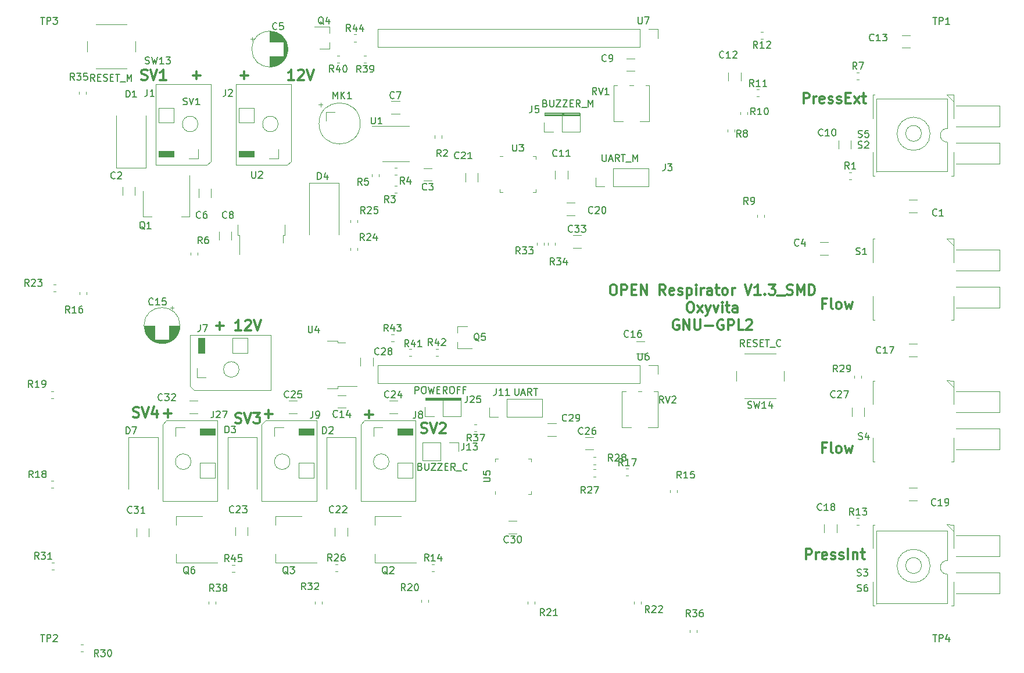
<source format=gbr>
G04 #@! TF.GenerationSoftware,KiCad,Pcbnew,(5.1.5-0-10_14)*
G04 #@! TF.CreationDate,2020-07-08T15:30:13+02:00*
G04 #@! TF.ProjectId,Main_Board_v1_3_smd,4d61696e-5f42-46f6-9172-645f76315f33,rev?*
G04 #@! TF.SameCoordinates,Original*
G04 #@! TF.FileFunction,Legend,Top*
G04 #@! TF.FilePolarity,Positive*
%FSLAX46Y46*%
G04 Gerber Fmt 4.6, Leading zero omitted, Abs format (unit mm)*
G04 Created by KiCad (PCBNEW (5.1.5-0-10_14)) date 2020-07-08 15:30:13*
%MOMM*%
%LPD*%
G04 APERTURE LIST*
%ADD10C,0.300000*%
%ADD11C,0.120000*%
%ADD12C,0.100000*%
%ADD13C,0.150000*%
G04 APERTURE END LIST*
D10*
X113586425Y-72297954D02*
X113872139Y-72297954D01*
X114014996Y-72369383D01*
X114157854Y-72512240D01*
X114229282Y-72797954D01*
X114229282Y-73297954D01*
X114157854Y-73583668D01*
X114014996Y-73726525D01*
X113872139Y-73797954D01*
X113586425Y-73797954D01*
X113443568Y-73726525D01*
X113300711Y-73583668D01*
X113229282Y-73297954D01*
X113229282Y-72797954D01*
X113300711Y-72512240D01*
X113443568Y-72369383D01*
X113586425Y-72297954D01*
X114872139Y-73797954D02*
X114872139Y-72297954D01*
X115443568Y-72297954D01*
X115586425Y-72369383D01*
X115657854Y-72440811D01*
X115729282Y-72583668D01*
X115729282Y-72797954D01*
X115657854Y-72940811D01*
X115586425Y-73012240D01*
X115443568Y-73083668D01*
X114872139Y-73083668D01*
X116372139Y-73012240D02*
X116872139Y-73012240D01*
X117086425Y-73797954D02*
X116372139Y-73797954D01*
X116372139Y-72297954D01*
X117086425Y-72297954D01*
X117729282Y-73797954D02*
X117729282Y-72297954D01*
X118586425Y-73797954D01*
X118586425Y-72297954D01*
X121300711Y-73797954D02*
X120800711Y-73083668D01*
X120443568Y-73797954D02*
X120443568Y-72297954D01*
X121014996Y-72297954D01*
X121157854Y-72369383D01*
X121229282Y-72440811D01*
X121300711Y-72583668D01*
X121300711Y-72797954D01*
X121229282Y-72940811D01*
X121157854Y-73012240D01*
X121014996Y-73083668D01*
X120443568Y-73083668D01*
X122514996Y-73726525D02*
X122372139Y-73797954D01*
X122086425Y-73797954D01*
X121943568Y-73726525D01*
X121872139Y-73583668D01*
X121872139Y-73012240D01*
X121943568Y-72869383D01*
X122086425Y-72797954D01*
X122372139Y-72797954D01*
X122514996Y-72869383D01*
X122586425Y-73012240D01*
X122586425Y-73155097D01*
X121872139Y-73297954D01*
X123157854Y-73726525D02*
X123300711Y-73797954D01*
X123586425Y-73797954D01*
X123729282Y-73726525D01*
X123800711Y-73583668D01*
X123800711Y-73512240D01*
X123729282Y-73369383D01*
X123586425Y-73297954D01*
X123372139Y-73297954D01*
X123229282Y-73226525D01*
X123157854Y-73083668D01*
X123157854Y-73012240D01*
X123229282Y-72869383D01*
X123372139Y-72797954D01*
X123586425Y-72797954D01*
X123729282Y-72869383D01*
X124443568Y-72797954D02*
X124443568Y-74297954D01*
X124443568Y-72869383D02*
X124586425Y-72797954D01*
X124872139Y-72797954D01*
X125014996Y-72869383D01*
X125086425Y-72940811D01*
X125157854Y-73083668D01*
X125157854Y-73512240D01*
X125086425Y-73655097D01*
X125014996Y-73726525D01*
X124872139Y-73797954D01*
X124586425Y-73797954D01*
X124443568Y-73726525D01*
X125800711Y-73797954D02*
X125800711Y-72797954D01*
X125800711Y-72297954D02*
X125729282Y-72369383D01*
X125800711Y-72440811D01*
X125872139Y-72369383D01*
X125800711Y-72297954D01*
X125800711Y-72440811D01*
X126514996Y-73797954D02*
X126514996Y-72797954D01*
X126514996Y-73083668D02*
X126586425Y-72940811D01*
X126657854Y-72869383D01*
X126800711Y-72797954D01*
X126943568Y-72797954D01*
X128086425Y-73797954D02*
X128086425Y-73012240D01*
X128014996Y-72869383D01*
X127872139Y-72797954D01*
X127586425Y-72797954D01*
X127443568Y-72869383D01*
X128086425Y-73726525D02*
X127943568Y-73797954D01*
X127586425Y-73797954D01*
X127443568Y-73726525D01*
X127372139Y-73583668D01*
X127372139Y-73440811D01*
X127443568Y-73297954D01*
X127586425Y-73226525D01*
X127943568Y-73226525D01*
X128086425Y-73155097D01*
X128586425Y-72797954D02*
X129157854Y-72797954D01*
X128800711Y-72297954D02*
X128800711Y-73583668D01*
X128872139Y-73726525D01*
X129014996Y-73797954D01*
X129157854Y-73797954D01*
X129872139Y-73797954D02*
X129729282Y-73726525D01*
X129657854Y-73655097D01*
X129586425Y-73512240D01*
X129586425Y-73083668D01*
X129657854Y-72940811D01*
X129729282Y-72869383D01*
X129872139Y-72797954D01*
X130086425Y-72797954D01*
X130229282Y-72869383D01*
X130300711Y-72940811D01*
X130372139Y-73083668D01*
X130372139Y-73512240D01*
X130300711Y-73655097D01*
X130229282Y-73726525D01*
X130086425Y-73797954D01*
X129872139Y-73797954D01*
X131014996Y-73797954D02*
X131014996Y-72797954D01*
X131014996Y-73083668D02*
X131086425Y-72940811D01*
X131157854Y-72869383D01*
X131300711Y-72797954D01*
X131443568Y-72797954D01*
X132872139Y-72297954D02*
X133372139Y-73797954D01*
X133872139Y-72297954D01*
X135157854Y-73797954D02*
X134300711Y-73797954D01*
X134729282Y-73797954D02*
X134729282Y-72297954D01*
X134586425Y-72512240D01*
X134443568Y-72655097D01*
X134300711Y-72726525D01*
X135800711Y-73655097D02*
X135872139Y-73726525D01*
X135800711Y-73797954D01*
X135729282Y-73726525D01*
X135800711Y-73655097D01*
X135800711Y-73797954D01*
X136372139Y-72297954D02*
X137300711Y-72297954D01*
X136800711Y-72869383D01*
X137014996Y-72869383D01*
X137157854Y-72940811D01*
X137229282Y-73012240D01*
X137300711Y-73155097D01*
X137300711Y-73512240D01*
X137229282Y-73655097D01*
X137157854Y-73726525D01*
X137014996Y-73797954D01*
X136586425Y-73797954D01*
X136443568Y-73726525D01*
X136372139Y-73655097D01*
X137586425Y-73940811D02*
X138729282Y-73940811D01*
X139014996Y-73726525D02*
X139229282Y-73797954D01*
X139586425Y-73797954D01*
X139729282Y-73726525D01*
X139800711Y-73655097D01*
X139872139Y-73512240D01*
X139872139Y-73369383D01*
X139800711Y-73226525D01*
X139729282Y-73155097D01*
X139586425Y-73083668D01*
X139300711Y-73012240D01*
X139157854Y-72940811D01*
X139086425Y-72869383D01*
X139014996Y-72726525D01*
X139014996Y-72583668D01*
X139086425Y-72440811D01*
X139157854Y-72369383D01*
X139300711Y-72297954D01*
X139657854Y-72297954D01*
X139872139Y-72369383D01*
X140514996Y-73797954D02*
X140514996Y-72297954D01*
X141014996Y-73369383D01*
X141514996Y-72297954D01*
X141514996Y-73797954D01*
X142229282Y-73797954D02*
X142229282Y-72297954D01*
X142586425Y-72297954D01*
X142800711Y-72369383D01*
X142943568Y-72512240D01*
X143014996Y-72655097D01*
X143086425Y-72940811D01*
X143086425Y-73155097D01*
X143014996Y-73440811D01*
X142943568Y-73583668D01*
X142800711Y-73726525D01*
X142586425Y-73797954D01*
X142229282Y-73797954D01*
X124800711Y-74847954D02*
X125086425Y-74847954D01*
X125229282Y-74919383D01*
X125372139Y-75062240D01*
X125443568Y-75347954D01*
X125443568Y-75847954D01*
X125372139Y-76133668D01*
X125229282Y-76276525D01*
X125086425Y-76347954D01*
X124800711Y-76347954D01*
X124657854Y-76276525D01*
X124514996Y-76133668D01*
X124443568Y-75847954D01*
X124443568Y-75347954D01*
X124514996Y-75062240D01*
X124657854Y-74919383D01*
X124800711Y-74847954D01*
X125943568Y-76347954D02*
X126729282Y-75347954D01*
X125943568Y-75347954D02*
X126729282Y-76347954D01*
X127157854Y-75347954D02*
X127514996Y-76347954D01*
X127872139Y-75347954D02*
X127514996Y-76347954D01*
X127372139Y-76705097D01*
X127300711Y-76776525D01*
X127157854Y-76847954D01*
X128300711Y-75347954D02*
X128657854Y-76347954D01*
X129014996Y-75347954D01*
X129586425Y-76347954D02*
X129586425Y-75347954D01*
X129586425Y-74847954D02*
X129514996Y-74919383D01*
X129586425Y-74990811D01*
X129657854Y-74919383D01*
X129586425Y-74847954D01*
X129586425Y-74990811D01*
X130086425Y-75347954D02*
X130657854Y-75347954D01*
X130300711Y-74847954D02*
X130300711Y-76133668D01*
X130372139Y-76276525D01*
X130514996Y-76347954D01*
X130657854Y-76347954D01*
X131800711Y-76347954D02*
X131800711Y-75562240D01*
X131729282Y-75419383D01*
X131586425Y-75347954D01*
X131300711Y-75347954D01*
X131157854Y-75419383D01*
X131800711Y-76276525D02*
X131657854Y-76347954D01*
X131300711Y-76347954D01*
X131157854Y-76276525D01*
X131086425Y-76133668D01*
X131086425Y-75990811D01*
X131157854Y-75847954D01*
X131300711Y-75776525D01*
X131657854Y-75776525D01*
X131800711Y-75705097D01*
X123229282Y-77469383D02*
X123086425Y-77397954D01*
X122872139Y-77397954D01*
X122657854Y-77469383D01*
X122514996Y-77612240D01*
X122443568Y-77755097D01*
X122372139Y-78040811D01*
X122372139Y-78255097D01*
X122443568Y-78540811D01*
X122514996Y-78683668D01*
X122657854Y-78826525D01*
X122872139Y-78897954D01*
X123014996Y-78897954D01*
X123229282Y-78826525D01*
X123300711Y-78755097D01*
X123300711Y-78255097D01*
X123014996Y-78255097D01*
X123943568Y-78897954D02*
X123943568Y-77397954D01*
X124800711Y-78897954D01*
X124800711Y-77397954D01*
X125514996Y-77397954D02*
X125514996Y-78612240D01*
X125586425Y-78755097D01*
X125657854Y-78826525D01*
X125800711Y-78897954D01*
X126086425Y-78897954D01*
X126229282Y-78826525D01*
X126300711Y-78755097D01*
X126372139Y-78612240D01*
X126372139Y-77397954D01*
X127086425Y-78326525D02*
X128229282Y-78326525D01*
X129729282Y-77469383D02*
X129586425Y-77397954D01*
X129372139Y-77397954D01*
X129157854Y-77469383D01*
X129014996Y-77612240D01*
X128943568Y-77755097D01*
X128872139Y-78040811D01*
X128872139Y-78255097D01*
X128943568Y-78540811D01*
X129014996Y-78683668D01*
X129157854Y-78826525D01*
X129372139Y-78897954D01*
X129514996Y-78897954D01*
X129729282Y-78826525D01*
X129800711Y-78755097D01*
X129800711Y-78255097D01*
X129514996Y-78255097D01*
X130443568Y-78897954D02*
X130443568Y-77397954D01*
X131014996Y-77397954D01*
X131157854Y-77469383D01*
X131229282Y-77540811D01*
X131300711Y-77683668D01*
X131300711Y-77897954D01*
X131229282Y-78040811D01*
X131157854Y-78112240D01*
X131014996Y-78183668D01*
X130443568Y-78183668D01*
X132657854Y-78897954D02*
X131943568Y-78897954D01*
X131943568Y-77397954D01*
X133086425Y-77540811D02*
X133157854Y-77469383D01*
X133300711Y-77397954D01*
X133657854Y-77397954D01*
X133800711Y-77469383D01*
X133872139Y-77540811D01*
X133943568Y-77683668D01*
X133943568Y-77826525D01*
X133872139Y-78040811D01*
X133014996Y-78897954D01*
X133943568Y-78897954D01*
X141429282Y-45847954D02*
X141429282Y-44347954D01*
X142000711Y-44347954D01*
X142143568Y-44419383D01*
X142214996Y-44490811D01*
X142286425Y-44633668D01*
X142286425Y-44847954D01*
X142214996Y-44990811D01*
X142143568Y-45062240D01*
X142000711Y-45133668D01*
X141429282Y-45133668D01*
X142929282Y-45847954D02*
X142929282Y-44847954D01*
X142929282Y-45133668D02*
X143000711Y-44990811D01*
X143072139Y-44919383D01*
X143214996Y-44847954D01*
X143357854Y-44847954D01*
X144429282Y-45776525D02*
X144286425Y-45847954D01*
X144000711Y-45847954D01*
X143857854Y-45776525D01*
X143786425Y-45633668D01*
X143786425Y-45062240D01*
X143857854Y-44919383D01*
X144000711Y-44847954D01*
X144286425Y-44847954D01*
X144429282Y-44919383D01*
X144500711Y-45062240D01*
X144500711Y-45205097D01*
X143786425Y-45347954D01*
X145072139Y-45776525D02*
X145214996Y-45847954D01*
X145500711Y-45847954D01*
X145643568Y-45776525D01*
X145714996Y-45633668D01*
X145714996Y-45562240D01*
X145643568Y-45419383D01*
X145500711Y-45347954D01*
X145286425Y-45347954D01*
X145143568Y-45276525D01*
X145072139Y-45133668D01*
X145072139Y-45062240D01*
X145143568Y-44919383D01*
X145286425Y-44847954D01*
X145500711Y-44847954D01*
X145643568Y-44919383D01*
X146286425Y-45776525D02*
X146429282Y-45847954D01*
X146714996Y-45847954D01*
X146857854Y-45776525D01*
X146929282Y-45633668D01*
X146929282Y-45562240D01*
X146857854Y-45419383D01*
X146714996Y-45347954D01*
X146500711Y-45347954D01*
X146357854Y-45276525D01*
X146286425Y-45133668D01*
X146286425Y-45062240D01*
X146357854Y-44919383D01*
X146500711Y-44847954D01*
X146714996Y-44847954D01*
X146857854Y-44919383D01*
X147572139Y-45062240D02*
X148072139Y-45062240D01*
X148286425Y-45847954D02*
X147572139Y-45847954D01*
X147572139Y-44347954D01*
X148286425Y-44347954D01*
X148786425Y-45847954D02*
X149572139Y-44847954D01*
X148786425Y-44847954D02*
X149572139Y-45847954D01*
X149929282Y-44847954D02*
X150500711Y-44847954D01*
X150143568Y-44347954D02*
X150143568Y-45633668D01*
X150214996Y-45776525D01*
X150357854Y-45847954D01*
X150500711Y-45847954D01*
X141779282Y-112347954D02*
X141779282Y-110847954D01*
X142350711Y-110847954D01*
X142493568Y-110919383D01*
X142564996Y-110990811D01*
X142636425Y-111133668D01*
X142636425Y-111347954D01*
X142564996Y-111490811D01*
X142493568Y-111562240D01*
X142350711Y-111633668D01*
X141779282Y-111633668D01*
X143279282Y-112347954D02*
X143279282Y-111347954D01*
X143279282Y-111633668D02*
X143350711Y-111490811D01*
X143422139Y-111419383D01*
X143564996Y-111347954D01*
X143707854Y-111347954D01*
X144779282Y-112276525D02*
X144636425Y-112347954D01*
X144350711Y-112347954D01*
X144207854Y-112276525D01*
X144136425Y-112133668D01*
X144136425Y-111562240D01*
X144207854Y-111419383D01*
X144350711Y-111347954D01*
X144636425Y-111347954D01*
X144779282Y-111419383D01*
X144850711Y-111562240D01*
X144850711Y-111705097D01*
X144136425Y-111847954D01*
X145422139Y-112276525D02*
X145564996Y-112347954D01*
X145850711Y-112347954D01*
X145993568Y-112276525D01*
X146064996Y-112133668D01*
X146064996Y-112062240D01*
X145993568Y-111919383D01*
X145850711Y-111847954D01*
X145636425Y-111847954D01*
X145493568Y-111776525D01*
X145422139Y-111633668D01*
X145422139Y-111562240D01*
X145493568Y-111419383D01*
X145636425Y-111347954D01*
X145850711Y-111347954D01*
X145993568Y-111419383D01*
X146636425Y-112276525D02*
X146779282Y-112347954D01*
X147064996Y-112347954D01*
X147207854Y-112276525D01*
X147279282Y-112133668D01*
X147279282Y-112062240D01*
X147207854Y-111919383D01*
X147064996Y-111847954D01*
X146850711Y-111847954D01*
X146707854Y-111776525D01*
X146636425Y-111633668D01*
X146636425Y-111562240D01*
X146707854Y-111419383D01*
X146850711Y-111347954D01*
X147064996Y-111347954D01*
X147207854Y-111419383D01*
X147922139Y-112347954D02*
X147922139Y-110847954D01*
X148636425Y-111347954D02*
X148636425Y-112347954D01*
X148636425Y-111490811D02*
X148707854Y-111419383D01*
X148850711Y-111347954D01*
X149064996Y-111347954D01*
X149207854Y-111419383D01*
X149279282Y-111562240D01*
X149279282Y-112347954D01*
X149779282Y-111347954D02*
X150350711Y-111347954D01*
X149993568Y-110847954D02*
X149993568Y-112133668D01*
X150064996Y-112276525D01*
X150207854Y-112347954D01*
X150350711Y-112347954D01*
X144664996Y-96062240D02*
X144164996Y-96062240D01*
X144164996Y-96847954D02*
X144164996Y-95347954D01*
X144879282Y-95347954D01*
X145664996Y-96847954D02*
X145522139Y-96776525D01*
X145450711Y-96633668D01*
X145450711Y-95347954D01*
X146450711Y-96847954D02*
X146307854Y-96776525D01*
X146236425Y-96705097D01*
X146164996Y-96562240D01*
X146164996Y-96133668D01*
X146236425Y-95990811D01*
X146307854Y-95919383D01*
X146450711Y-95847954D01*
X146664996Y-95847954D01*
X146807854Y-95919383D01*
X146879282Y-95990811D01*
X146950711Y-96133668D01*
X146950711Y-96562240D01*
X146879282Y-96705097D01*
X146807854Y-96776525D01*
X146664996Y-96847954D01*
X146450711Y-96847954D01*
X147450711Y-95847954D02*
X147736425Y-96847954D01*
X148022139Y-96133668D01*
X148307854Y-96847954D01*
X148593568Y-95847954D01*
X144664996Y-75062240D02*
X144164996Y-75062240D01*
X144164996Y-75847954D02*
X144164996Y-74347954D01*
X144879282Y-74347954D01*
X145664996Y-75847954D02*
X145522139Y-75776525D01*
X145450711Y-75633668D01*
X145450711Y-74347954D01*
X146450711Y-75847954D02*
X146307854Y-75776525D01*
X146236425Y-75705097D01*
X146164996Y-75562240D01*
X146164996Y-75133668D01*
X146236425Y-74990811D01*
X146307854Y-74919383D01*
X146450711Y-74847954D01*
X146664996Y-74847954D01*
X146807854Y-74919383D01*
X146879282Y-74990811D01*
X146950711Y-75133668D01*
X146950711Y-75562240D01*
X146879282Y-75705097D01*
X146807854Y-75776525D01*
X146664996Y-75847954D01*
X146450711Y-75847954D01*
X147450711Y-74847954D02*
X147736425Y-75847954D01*
X148022139Y-75133668D01*
X148307854Y-75847954D01*
X148593568Y-74847954D01*
X44972139Y-42376525D02*
X45186425Y-42447954D01*
X45543568Y-42447954D01*
X45686425Y-42376525D01*
X45757854Y-42305097D01*
X45829282Y-42162240D01*
X45829282Y-42019383D01*
X45757854Y-41876525D01*
X45686425Y-41805097D01*
X45543568Y-41733668D01*
X45257854Y-41662240D01*
X45114996Y-41590811D01*
X45043568Y-41519383D01*
X44972139Y-41376525D01*
X44972139Y-41233668D01*
X45043568Y-41090811D01*
X45114996Y-41019383D01*
X45257854Y-40947954D01*
X45614996Y-40947954D01*
X45829282Y-41019383D01*
X46257854Y-40947954D02*
X46757854Y-42447954D01*
X47257854Y-40947954D01*
X48543568Y-42447954D02*
X47686425Y-42447954D01*
X48114996Y-42447954D02*
X48114996Y-40947954D01*
X47972139Y-41162240D01*
X47829282Y-41305097D01*
X47686425Y-41376525D01*
X85722139Y-93876525D02*
X85936425Y-93947954D01*
X86293568Y-93947954D01*
X86436425Y-93876525D01*
X86507854Y-93805097D01*
X86579282Y-93662240D01*
X86579282Y-93519383D01*
X86507854Y-93376525D01*
X86436425Y-93305097D01*
X86293568Y-93233668D01*
X86007854Y-93162240D01*
X85864996Y-93090811D01*
X85793568Y-93019383D01*
X85722139Y-92876525D01*
X85722139Y-92733668D01*
X85793568Y-92590811D01*
X85864996Y-92519383D01*
X86007854Y-92447954D01*
X86364996Y-92447954D01*
X86579282Y-92519383D01*
X87007854Y-92447954D02*
X87507854Y-93947954D01*
X88007854Y-92447954D01*
X88436425Y-92590811D02*
X88507854Y-92519383D01*
X88650711Y-92447954D01*
X89007854Y-92447954D01*
X89150711Y-92519383D01*
X89222139Y-92590811D01*
X89293568Y-92733668D01*
X89293568Y-92876525D01*
X89222139Y-93090811D01*
X88364996Y-93947954D01*
X89293568Y-93947954D01*
X58672139Y-92426525D02*
X58886425Y-92497954D01*
X59243568Y-92497954D01*
X59386425Y-92426525D01*
X59457854Y-92355097D01*
X59529282Y-92212240D01*
X59529282Y-92069383D01*
X59457854Y-91926525D01*
X59386425Y-91855097D01*
X59243568Y-91783668D01*
X58957854Y-91712240D01*
X58814996Y-91640811D01*
X58743568Y-91569383D01*
X58672139Y-91426525D01*
X58672139Y-91283668D01*
X58743568Y-91140811D01*
X58814996Y-91069383D01*
X58957854Y-90997954D01*
X59314996Y-90997954D01*
X59529282Y-91069383D01*
X59957854Y-90997954D02*
X60457854Y-92497954D01*
X60957854Y-90997954D01*
X61314996Y-90997954D02*
X62243568Y-90997954D01*
X61743568Y-91569383D01*
X61957854Y-91569383D01*
X62100711Y-91640811D01*
X62172139Y-91712240D01*
X62243568Y-91855097D01*
X62243568Y-92212240D01*
X62172139Y-92355097D01*
X62100711Y-92426525D01*
X61957854Y-92497954D01*
X61529282Y-92497954D01*
X61386425Y-92426525D01*
X61314996Y-92355097D01*
X43772139Y-91576525D02*
X43986425Y-91647954D01*
X44343568Y-91647954D01*
X44486425Y-91576525D01*
X44557854Y-91505097D01*
X44629282Y-91362240D01*
X44629282Y-91219383D01*
X44557854Y-91076525D01*
X44486425Y-91005097D01*
X44343568Y-90933668D01*
X44057854Y-90862240D01*
X43914996Y-90790811D01*
X43843568Y-90719383D01*
X43772139Y-90576525D01*
X43772139Y-90433668D01*
X43843568Y-90290811D01*
X43914996Y-90219383D01*
X44057854Y-90147954D01*
X44414996Y-90147954D01*
X44629282Y-90219383D01*
X45057854Y-90147954D02*
X45557854Y-91647954D01*
X46057854Y-90147954D01*
X47200711Y-90647954D02*
X47200711Y-91647954D01*
X46843568Y-90076525D02*
X46486425Y-91147954D01*
X47414996Y-91147954D01*
X48236425Y-91076525D02*
X49379282Y-91076525D01*
X48807854Y-91647954D02*
X48807854Y-90505097D01*
X62936425Y-91176525D02*
X64079282Y-91176525D01*
X63507854Y-91747954D02*
X63507854Y-90605097D01*
X77536425Y-91226525D02*
X78679282Y-91226525D01*
X78107854Y-91797954D02*
X78107854Y-90655097D01*
X59529282Y-78947954D02*
X58672139Y-78947954D01*
X59100711Y-78947954D02*
X59100711Y-77447954D01*
X58957854Y-77662240D01*
X58814996Y-77805097D01*
X58672139Y-77876525D01*
X60100711Y-77590811D02*
X60172139Y-77519383D01*
X60314996Y-77447954D01*
X60672139Y-77447954D01*
X60814996Y-77519383D01*
X60886425Y-77590811D01*
X60957854Y-77733668D01*
X60957854Y-77876525D01*
X60886425Y-78090811D01*
X60029282Y-78947954D01*
X60957854Y-78947954D01*
X61386425Y-77447954D02*
X61886425Y-78947954D01*
X62386425Y-77447954D01*
X55836425Y-78326525D02*
X56979282Y-78326525D01*
X56407854Y-78897954D02*
X56407854Y-77755097D01*
X59386425Y-41776525D02*
X60529282Y-41776525D01*
X59957854Y-42347954D02*
X59957854Y-41205097D01*
X52436425Y-41776525D02*
X53579282Y-41776525D01*
X53007854Y-42347954D02*
X53007854Y-41205097D01*
D11*
X158608854Y-113259383D02*
G75*
G03X158608854Y-113259383I-1148260J0D01*
G01*
X159871838Y-113309383D02*
G75*
G03X159871838Y-113309383I-2411244J0D01*
G01*
X162361394Y-118799383D02*
X162360594Y-114529383D01*
X152090594Y-118779383D02*
X162370594Y-118779383D01*
X152080594Y-108169383D02*
X152080594Y-118839383D01*
X162370594Y-108214383D02*
X152090594Y-108214383D01*
X162390594Y-112539383D02*
X162390594Y-108209383D01*
X162370594Y-114529383D02*
G75*
G02X162370594Y-112529383I0J1000000D01*
G01*
X158603774Y-50259383D02*
G75*
G03X158603774Y-50259383I-1148260J0D01*
G01*
X159866758Y-50309383D02*
G75*
G03X159866758Y-50309383I-2411244J0D01*
G01*
X162356314Y-55799383D02*
X162355514Y-51529383D01*
X152085514Y-55779383D02*
X162365514Y-55779383D01*
X152075514Y-45169383D02*
X152075514Y-55839383D01*
X162365514Y-45214383D02*
X152085514Y-45214383D01*
X162385514Y-49539383D02*
X162385514Y-45209383D01*
X162365514Y-51529383D02*
G75*
G02X162365514Y-49529383I0J1000000D01*
G01*
X96515554Y-102453283D02*
X96515554Y-102878283D01*
X101735554Y-97658283D02*
X101310554Y-97658283D01*
X101735554Y-98083283D02*
X101735554Y-97658283D01*
X101735554Y-102878283D02*
X101310554Y-102878283D01*
X101735554Y-102453283D02*
X101735554Y-102878283D01*
X96515554Y-97658283D02*
X96940554Y-97658283D01*
X96515554Y-98083283D02*
X96515554Y-97658283D01*
X97639054Y-53589283D02*
X97214054Y-53589283D01*
X102434054Y-58809283D02*
X102434054Y-58384283D01*
X102009054Y-58809283D02*
X102434054Y-58809283D01*
X97214054Y-58809283D02*
X97214054Y-58384283D01*
X97639054Y-58809283D02*
X97214054Y-58809283D01*
X102434054Y-53589283D02*
X102434054Y-54014283D01*
X102009054Y-53589283D02*
X102434054Y-53589283D01*
X120187854Y-84039383D02*
X120187854Y-85369383D01*
X118857854Y-84039383D02*
X120187854Y-84039383D01*
X117587854Y-84039383D02*
X117587854Y-86699383D01*
X117587854Y-86699383D02*
X79427854Y-86699383D01*
X117587854Y-84039383D02*
X79427854Y-84039383D01*
X79427854Y-84039383D02*
X79427854Y-86699383D01*
X71839854Y-48455383D02*
X71839854Y-47125383D01*
X71839854Y-47125383D02*
X73169854Y-47125383D01*
X76839854Y-48805383D02*
G75*
G03X76839854Y-48805383I-3000000J0D01*
G01*
X71089854Y-45755383D02*
X71089854Y-46355383D01*
X71089854Y-46055383D02*
X71389854Y-46055383D01*
X71389854Y-46055383D02*
X70789854Y-46055383D01*
X102565254Y-66175316D02*
X102565254Y-66517850D01*
X103585254Y-66175316D02*
X103585254Y-66517850D01*
X131607854Y-84869383D02*
X131607854Y-86369383D01*
X132857854Y-88869383D02*
X137357854Y-88869383D01*
X138607854Y-86369383D02*
X138607854Y-84869383D01*
X137357854Y-82369383D02*
X132857854Y-82369383D01*
X37079754Y-36828983D02*
X37079754Y-38328983D01*
X38329754Y-40828983D02*
X42829754Y-40828983D01*
X44079754Y-38328983D02*
X44079754Y-36828983D01*
X42829754Y-34328983D02*
X38329754Y-34328983D01*
X105248954Y-66517850D02*
X105248954Y-66175316D01*
X104228954Y-66517850D02*
X104228954Y-66175316D01*
X107807190Y-66926383D02*
X109011318Y-66926383D01*
X107807190Y-65106383D02*
X109011318Y-65106383D01*
X90974154Y-78419083D02*
X92434154Y-78419083D01*
X90974154Y-81579083D02*
X93134154Y-81579083D01*
X90974154Y-81579083D02*
X90974154Y-80649083D01*
X90974154Y-78419083D02*
X90974154Y-79349083D01*
X72354494Y-37893623D02*
X70894494Y-37893623D01*
X72354494Y-34733623D02*
X70194494Y-34733623D01*
X72354494Y-34733623D02*
X72354494Y-35663623D01*
X72354494Y-37893623D02*
X72354494Y-36963623D01*
X91421894Y-88871783D02*
X88821894Y-88871783D01*
X91421894Y-89171783D02*
X91421894Y-88871783D01*
X86321894Y-89171783D02*
X91421894Y-89171783D01*
X86321894Y-89071783D02*
X86321894Y-89171783D01*
X88921894Y-88871783D02*
X89221894Y-88971783D01*
X86321894Y-88871783D02*
X88921894Y-88871783D01*
X86321894Y-88971783D02*
X86321894Y-88871783D01*
X91421894Y-88971783D02*
X86321894Y-88971783D01*
X91421894Y-88771783D02*
X91421894Y-88971783D01*
X86321894Y-88771783D02*
X91421894Y-88771783D01*
X86321894Y-89071783D02*
X86321894Y-88771783D01*
X91421894Y-89071783D02*
X86321894Y-89071783D01*
X86291894Y-91501783D02*
X86291894Y-90171783D01*
X87621894Y-91501783D02*
X86291894Y-91501783D01*
X88891894Y-91501783D02*
X88891894Y-88841783D01*
X88891894Y-88841783D02*
X91491894Y-88841783D01*
X88891894Y-91501783D02*
X91491894Y-91501783D01*
X91491894Y-91501783D02*
X91491894Y-88841783D01*
X73527854Y-80789383D02*
X74627854Y-80789383D01*
X73527854Y-80519383D02*
X73527854Y-80789383D01*
X72027854Y-80519383D02*
X73527854Y-80519383D01*
X73527854Y-87149383D02*
X76357854Y-87149383D01*
X73527854Y-87419383D02*
X73527854Y-87149383D01*
X72027854Y-87419383D02*
X73527854Y-87419383D01*
X58186587Y-114179383D02*
X58529121Y-114179383D01*
X58186587Y-113159383D02*
X58529121Y-113159383D01*
X56057854Y-112879383D02*
X50047854Y-112879383D01*
X53807854Y-106059383D02*
X50047854Y-106059383D01*
X50047854Y-112879383D02*
X50047854Y-111619383D01*
X50047854Y-106059383D02*
X50047854Y-107319383D01*
X53457854Y-100489383D02*
X55657854Y-100489383D01*
X53457854Y-98319383D02*
X53457854Y-100489383D01*
X55657854Y-98319383D02*
X55657854Y-100489383D01*
X53457854Y-98319383D02*
X55657854Y-98319383D01*
X49927854Y-94419383D02*
X49927854Y-93089383D01*
X49927854Y-93089383D02*
X51257854Y-93089383D01*
D12*
G36*
X55657854Y-94219383D02*
G01*
X53457854Y-94219383D01*
X53457854Y-93319383D01*
X55657854Y-93319383D01*
X55657854Y-94219383D01*
G37*
X55657854Y-94219383D02*
X53457854Y-94219383D01*
X53457854Y-93319383D01*
X55657854Y-93319383D01*
X55657854Y-94219383D01*
D11*
X52189225Y-98119383D02*
G75*
G03X52189225Y-98119383I-1131371J0D01*
G01*
X48060654Y-92669983D02*
X48619454Y-92136583D01*
X48619454Y-92136583D02*
X56061654Y-92136583D01*
X56061654Y-92136583D02*
X56061654Y-103896783D01*
X56061654Y-103896783D02*
X48060654Y-103896783D01*
X48060654Y-103896783D02*
X48060654Y-92669983D01*
X47407854Y-94519383D02*
X47407854Y-102069383D01*
X43107854Y-94519383D02*
X43107854Y-102069383D01*
X47407854Y-94519383D02*
X43107854Y-94519383D01*
X51955790Y-91079383D02*
X53159918Y-91079383D01*
X51955790Y-89259383D02*
X53159918Y-89259383D01*
X44247854Y-107867319D02*
X44247854Y-109071447D01*
X46067854Y-107867319D02*
X46067854Y-109071447D01*
X81988174Y-49191743D02*
X78538174Y-49191743D01*
X81988174Y-49191743D02*
X83938174Y-49191743D01*
X81988174Y-54311743D02*
X80038174Y-54311743D01*
X81988174Y-54311743D02*
X83938174Y-54311743D01*
X119597854Y-87849383D02*
X120177854Y-87849383D01*
X117297854Y-87849383D02*
X117817854Y-87849383D01*
X114937854Y-87849383D02*
X115518854Y-87849383D01*
X118797854Y-93089383D02*
X120177854Y-93089383D01*
X114937854Y-93089383D02*
X116317854Y-93089383D01*
X120177854Y-93089383D02*
X120177854Y-87849383D01*
X114937854Y-93089383D02*
X114937854Y-87849383D01*
X118397854Y-43249383D02*
X118977854Y-43249383D01*
X116097854Y-43249383D02*
X116617854Y-43249383D01*
X113737854Y-43249383D02*
X114318854Y-43249383D01*
X117597854Y-48489383D02*
X118977854Y-48489383D01*
X113737854Y-48489383D02*
X115117854Y-48489383D01*
X118977854Y-48489383D02*
X118977854Y-43249383D01*
X113737854Y-48489383D02*
X113737854Y-43249383D01*
X75893627Y-36859183D02*
X76236161Y-36859183D01*
X75893627Y-35839183D02*
X76236161Y-35839183D01*
X108765014Y-47352943D02*
X106165014Y-47352943D01*
X108765014Y-47652943D02*
X108765014Y-47352943D01*
X103665014Y-47652943D02*
X108765014Y-47652943D01*
X103665014Y-47552943D02*
X103665014Y-47652943D01*
X106265014Y-47352943D02*
X106565014Y-47452943D01*
X103665014Y-47352943D02*
X106265014Y-47352943D01*
X103665014Y-47452943D02*
X103665014Y-47352943D01*
X108765014Y-47452943D02*
X103665014Y-47452943D01*
X108765014Y-47252943D02*
X108765014Y-47452943D01*
X103665014Y-47252943D02*
X108765014Y-47252943D01*
X103665014Y-47552943D02*
X103665014Y-47252943D01*
X108765014Y-47552943D02*
X103665014Y-47552943D01*
X103635014Y-49982943D02*
X103635014Y-48652943D01*
X104965014Y-49982943D02*
X103635014Y-49982943D01*
X106235014Y-49982943D02*
X106235014Y-47322943D01*
X106235014Y-47322943D02*
X108835014Y-47322943D01*
X106235014Y-49982943D02*
X108835014Y-49982943D01*
X108835014Y-49982943D02*
X108835014Y-47322943D01*
X70541854Y-112879383D02*
X64531854Y-112879383D01*
X68291854Y-106059383D02*
X64531854Y-106059383D01*
X64531854Y-112879383D02*
X64531854Y-111619383D01*
X64531854Y-106059383D02*
X64531854Y-107319383D01*
X85025854Y-112879383D02*
X79015854Y-112879383D01*
X82775854Y-106059383D02*
X79015854Y-106059383D01*
X79015854Y-112879383D02*
X79015854Y-111619383D01*
X79015854Y-106059383D02*
X79015854Y-107319383D01*
X52002254Y-56399503D02*
X52002254Y-62409503D01*
X45182254Y-58649503D02*
X45182254Y-62409503D01*
X52002254Y-62409503D02*
X50742254Y-62409503D01*
X45182254Y-62409503D02*
X46442254Y-62409503D01*
X65589854Y-65057383D02*
X65589854Y-66157383D01*
X65859854Y-65057383D02*
X65589854Y-65057383D01*
X65859854Y-63557383D02*
X65859854Y-65057383D01*
X59229854Y-65057383D02*
X59229854Y-67887383D01*
X58959854Y-65057383D02*
X59229854Y-65057383D01*
X58959854Y-63557383D02*
X58959854Y-65057383D01*
X163281854Y-86305883D02*
X163295854Y-87312883D01*
X162279854Y-86296883D02*
X163281854Y-86305883D01*
X163295854Y-87312883D02*
X162279854Y-86296883D01*
X169976054Y-90945083D02*
X169976054Y-87897083D01*
X169976054Y-87897083D02*
X163626054Y-87897083D01*
X163626054Y-90945083D02*
X169976054Y-90945083D01*
X169950654Y-93307283D02*
X163600654Y-93307283D01*
X169950654Y-96355283D02*
X169950654Y-93307283D01*
X163600654Y-96355283D02*
X169950654Y-96355283D01*
X151498854Y-94678883D02*
X151498854Y-98098883D01*
X151498854Y-98098883D02*
X151788854Y-98098883D01*
X151498854Y-89725883D02*
X151498854Y-86305883D01*
X151498854Y-86305883D02*
X151788854Y-86305883D01*
X163281854Y-94678883D02*
X163281854Y-98098883D01*
X163281854Y-98098883D02*
X162991854Y-98098883D01*
X163281854Y-89725883D02*
X163281854Y-86305883D01*
X163281854Y-86305883D02*
X162991854Y-86305883D01*
X163281854Y-107305883D02*
X163295854Y-108312883D01*
X162279854Y-107296883D02*
X163281854Y-107305883D01*
X163295854Y-108312883D02*
X162279854Y-107296883D01*
X169976054Y-111945083D02*
X169976054Y-108897083D01*
X169976054Y-108897083D02*
X163626054Y-108897083D01*
X163626054Y-111945083D02*
X169976054Y-111945083D01*
X169950654Y-114307283D02*
X163600654Y-114307283D01*
X169950654Y-117355283D02*
X169950654Y-114307283D01*
X163600654Y-117355283D02*
X169950654Y-117355283D01*
X151498854Y-115678883D02*
X151498854Y-119098883D01*
X151498854Y-119098883D02*
X151788854Y-119098883D01*
X151498854Y-110725883D02*
X151498854Y-107305883D01*
X151498854Y-107305883D02*
X151788854Y-107305883D01*
X163281854Y-115678883D02*
X163281854Y-119098883D01*
X163281854Y-119098883D02*
X162991854Y-119098883D01*
X163281854Y-110725883D02*
X163281854Y-107305883D01*
X163281854Y-107305883D02*
X162991854Y-107305883D01*
X163281854Y-44639883D02*
X163295854Y-45646883D01*
X162279854Y-44630883D02*
X163281854Y-44639883D01*
X163295854Y-45646883D02*
X162279854Y-44630883D01*
X169976054Y-49279083D02*
X169976054Y-46231083D01*
X169976054Y-46231083D02*
X163626054Y-46231083D01*
X163626054Y-49279083D02*
X169976054Y-49279083D01*
X169950654Y-51641283D02*
X163600654Y-51641283D01*
X169950654Y-54689283D02*
X169950654Y-51641283D01*
X163600654Y-54689283D02*
X169950654Y-54689283D01*
X151498854Y-53012883D02*
X151498854Y-56432883D01*
X151498854Y-56432883D02*
X151788854Y-56432883D01*
X151498854Y-48059883D02*
X151498854Y-44639883D01*
X151498854Y-44639883D02*
X151788854Y-44639883D01*
X163281854Y-53012883D02*
X163281854Y-56432883D01*
X163281854Y-56432883D02*
X162991854Y-56432883D01*
X163281854Y-48059883D02*
X163281854Y-44639883D01*
X163281854Y-44639883D02*
X162991854Y-44639883D01*
X163281854Y-65639883D02*
X163295854Y-66646883D01*
X162279854Y-65630883D02*
X163281854Y-65639883D01*
X163295854Y-66646883D02*
X162279854Y-65630883D01*
X169976054Y-70279083D02*
X169976054Y-67231083D01*
X169976054Y-67231083D02*
X163626054Y-67231083D01*
X163626054Y-70279083D02*
X169976054Y-70279083D01*
X169950654Y-72641283D02*
X163600654Y-72641283D01*
X169950654Y-75689283D02*
X169950654Y-72641283D01*
X163600654Y-75689283D02*
X169950654Y-75689283D01*
X151498854Y-74012883D02*
X151498854Y-77432883D01*
X151498854Y-77432883D02*
X151788854Y-77432883D01*
X151498854Y-69059883D02*
X151498854Y-65639883D01*
X151498854Y-65639883D02*
X151788854Y-65639883D01*
X163281854Y-74012883D02*
X163281854Y-77432883D01*
X163281854Y-77432883D02*
X162991854Y-77432883D01*
X163281854Y-69059883D02*
X163281854Y-65639883D01*
X163281854Y-65639883D02*
X162991854Y-65639883D01*
X81386587Y-80579383D02*
X81729121Y-80579383D01*
X81386587Y-79559383D02*
X81729121Y-79559383D01*
X87836587Y-82679383D02*
X88179121Y-82679383D01*
X87836587Y-81659383D02*
X88179121Y-81659383D01*
X83986587Y-82679383D02*
X84329121Y-82679383D01*
X83986587Y-81659383D02*
X84329121Y-81659383D01*
X73797761Y-38917663D02*
X73455227Y-38917663D01*
X73797761Y-39937663D02*
X73455227Y-39937663D01*
X77724601Y-38943063D02*
X77382067Y-38943063D01*
X77724601Y-39963063D02*
X77382067Y-39963063D01*
X54787854Y-118550116D02*
X54787854Y-118892650D01*
X55807854Y-118550116D02*
X55807854Y-118892650D01*
X93829121Y-92709383D02*
X93486587Y-92709383D01*
X93829121Y-93729383D02*
X93486587Y-93729383D01*
X125867854Y-123040650D02*
X125867854Y-122698116D01*
X124847854Y-123040650D02*
X124847854Y-122698116D01*
X36867854Y-44540650D02*
X36867854Y-44198116D01*
X35847854Y-44540650D02*
X35847854Y-44198116D01*
X70281854Y-118550116D02*
X70281854Y-118892650D01*
X71301854Y-118550116D02*
X71301854Y-118892650D01*
X31886587Y-113829383D02*
X32229121Y-113829383D01*
X31886587Y-112809383D02*
X32229121Y-112809383D01*
X36136587Y-125829383D02*
X36479121Y-125829383D01*
X36136587Y-124809383D02*
X36479121Y-124809383D01*
X149867854Y-85915650D02*
X149867854Y-85573116D01*
X148847854Y-85915650D02*
X148847854Y-85573116D01*
X111139121Y-97479383D02*
X110796587Y-97479383D01*
X111139121Y-98499383D02*
X110796587Y-98499383D01*
X110796587Y-100277383D02*
X111139121Y-100277383D01*
X110796587Y-99257383D02*
X111139121Y-99257383D01*
X73186587Y-114079383D02*
X73529121Y-114079383D01*
X73186587Y-113059383D02*
X73529121Y-113059383D01*
X76427574Y-63266650D02*
X76427574Y-62924116D01*
X75407574Y-63266650D02*
X75407574Y-62924116D01*
X76407254Y-67315410D02*
X76407254Y-66972876D01*
X75387254Y-67315410D02*
X75387254Y-66972876D01*
X32186587Y-73279383D02*
X32529121Y-73279383D01*
X32186587Y-72259383D02*
X32529121Y-72259383D01*
X116763854Y-118550116D02*
X116763854Y-118892650D01*
X117783854Y-118550116D02*
X117783854Y-118892650D01*
X101269854Y-118550116D02*
X101269854Y-118892650D01*
X102289854Y-118550116D02*
X102289854Y-118892650D01*
X85775854Y-118296116D02*
X85775854Y-118638650D01*
X86795854Y-118296116D02*
X86795854Y-118638650D01*
X31786587Y-88879383D02*
X32129121Y-88879383D01*
X31786587Y-87859383D02*
X32129121Y-87859383D01*
X31786587Y-101929383D02*
X32129121Y-101929383D01*
X31786587Y-100909383D02*
X32129121Y-100909383D01*
X115586587Y-100179383D02*
X115929121Y-100179383D01*
X115586587Y-99159383D02*
X115929121Y-99159383D01*
X35947854Y-73398116D02*
X35947854Y-73740650D01*
X36967854Y-73398116D02*
X36967854Y-73740650D01*
X121947854Y-102298116D02*
X121947854Y-102640650D01*
X122967854Y-102298116D02*
X122967854Y-102640650D01*
X87286587Y-114079383D02*
X87629121Y-114079383D01*
X87286587Y-113059383D02*
X87629121Y-113059383D01*
X149186587Y-107379383D02*
X149529121Y-107379383D01*
X149186587Y-106359383D02*
X149529121Y-106359383D01*
X135528681Y-35427703D02*
X135186147Y-35427703D01*
X135528681Y-36447703D02*
X135186147Y-36447703D01*
X134638747Y-44880503D02*
X134981281Y-44880503D01*
X134638747Y-43860503D02*
X134981281Y-43860503D01*
X132222294Y-47104996D02*
X132222294Y-47447530D01*
X133242294Y-47104996D02*
X133242294Y-47447530D01*
X134665774Y-62151956D02*
X134665774Y-62494490D01*
X135685774Y-62151956D02*
X135685774Y-62494490D01*
X130337614Y-49650076D02*
X130337614Y-49992610D01*
X131357614Y-49650076D02*
X131357614Y-49992610D01*
X149186587Y-42379383D02*
X149529121Y-42379383D01*
X149186587Y-41359383D02*
X149529121Y-41359383D01*
X52171654Y-67628196D02*
X52171654Y-67970730D01*
X53191654Y-67628196D02*
X53191654Y-67970730D01*
X78511454Y-56238836D02*
X78511454Y-56581370D01*
X79531454Y-56238836D02*
X79531454Y-56581370D01*
X82220401Y-55310823D02*
X81877867Y-55310823D01*
X82220401Y-56330823D02*
X81877867Y-56330823D01*
X82179761Y-57866063D02*
X81837227Y-57866063D01*
X82179761Y-58886063D02*
X81837227Y-58886063D01*
X87696094Y-50574636D02*
X87696094Y-50917170D01*
X88716094Y-50574636D02*
X88716094Y-50917170D01*
X148070267Y-56935343D02*
X148412801Y-56935343D01*
X148070267Y-55915343D02*
X148412801Y-55915343D01*
X91137854Y-95289383D02*
X91137854Y-96619383D01*
X89807854Y-95289383D02*
X91137854Y-95289383D01*
X88537854Y-95289383D02*
X88537854Y-97949383D01*
X88537854Y-97949383D02*
X85937854Y-97949383D01*
X88537854Y-95289383D02*
X85937854Y-95289383D01*
X85937854Y-95289383D02*
X85937854Y-97949383D01*
X95627854Y-91599383D02*
X95627854Y-90269383D01*
X96957854Y-91599383D02*
X95627854Y-91599383D01*
X98227854Y-91599383D02*
X98227854Y-88939383D01*
X98227854Y-88939383D02*
X103367854Y-88939383D01*
X98227854Y-91599383D02*
X103367854Y-91599383D01*
X103367854Y-91599383D02*
X103367854Y-88939383D01*
X67883854Y-100489383D02*
X70083854Y-100489383D01*
X67883854Y-98319383D02*
X67883854Y-100489383D01*
X70083854Y-98319383D02*
X70083854Y-100489383D01*
X67883854Y-98319383D02*
X70083854Y-98319383D01*
X64353854Y-94419383D02*
X64353854Y-93089383D01*
X64353854Y-93089383D02*
X65683854Y-93089383D01*
D12*
G36*
X70083854Y-94219383D02*
G01*
X67883854Y-94219383D01*
X67883854Y-93319383D01*
X70083854Y-93319383D01*
X70083854Y-94219383D01*
G37*
X70083854Y-94219383D02*
X67883854Y-94219383D01*
X67883854Y-93319383D01*
X70083854Y-93319383D01*
X70083854Y-94219383D01*
D11*
X66615225Y-98119383D02*
G75*
G03X66615225Y-98119383I-1131371J0D01*
G01*
X62486654Y-92669983D02*
X63045454Y-92136583D01*
X63045454Y-92136583D02*
X70487654Y-92136583D01*
X70487654Y-92136583D02*
X70487654Y-103896783D01*
X70487654Y-103896783D02*
X62486654Y-103896783D01*
X62486654Y-103896783D02*
X62486654Y-92669983D01*
X82309854Y-100489383D02*
X84509854Y-100489383D01*
X82309854Y-98319383D02*
X82309854Y-100489383D01*
X84509854Y-98319383D02*
X84509854Y-100489383D01*
X82309854Y-98319383D02*
X84509854Y-98319383D01*
X78779854Y-94419383D02*
X78779854Y-93089383D01*
X78779854Y-93089383D02*
X80109854Y-93089383D01*
D12*
G36*
X84509854Y-94219383D02*
G01*
X82309854Y-94219383D01*
X82309854Y-93319383D01*
X84509854Y-93319383D01*
X84509854Y-94219383D01*
G37*
X84509854Y-94219383D02*
X82309854Y-94219383D01*
X82309854Y-93319383D01*
X84509854Y-93319383D01*
X84509854Y-94219383D01*
D11*
X81041225Y-98119383D02*
G75*
G03X81041225Y-98119383I-1131371J0D01*
G01*
X76912654Y-92669983D02*
X77471454Y-92136583D01*
X77471454Y-92136583D02*
X84913654Y-92136583D01*
X84913654Y-92136583D02*
X84913654Y-103896783D01*
X84913654Y-103896783D02*
X76912654Y-103896783D01*
X76912654Y-103896783D02*
X76912654Y-92669983D01*
X60427854Y-82269383D02*
X60427854Y-80069383D01*
X58257854Y-82269383D02*
X60427854Y-82269383D01*
X58257854Y-80069383D02*
X60427854Y-80069383D01*
X58257854Y-82269383D02*
X58257854Y-80069383D01*
X54357854Y-85799383D02*
X53027854Y-85799383D01*
X53027854Y-85799383D02*
X53027854Y-84469383D01*
D12*
G36*
X54157854Y-80069383D02*
G01*
X54157854Y-82269383D01*
X53257854Y-82269383D01*
X53257854Y-80069383D01*
X54157854Y-80069383D01*
G37*
X54157854Y-80069383D02*
X54157854Y-82269383D01*
X53257854Y-82269383D01*
X53257854Y-80069383D01*
X54157854Y-80069383D01*
D11*
X59189225Y-84669383D02*
G75*
G03X59189225Y-84669383I-1131371J0D01*
G01*
X52608454Y-87666583D02*
X52075054Y-87107783D01*
X52075054Y-87107783D02*
X52075054Y-79665583D01*
X52075054Y-79665583D02*
X63835254Y-79665583D01*
X63835254Y-79665583D02*
X63835254Y-87666583D01*
X63835254Y-87666583D02*
X52608454Y-87666583D01*
X111122934Y-58024583D02*
X111122934Y-56694583D01*
X112452934Y-58024583D02*
X111122934Y-58024583D01*
X113722934Y-58024583D02*
X113722934Y-55364583D01*
X113722934Y-55364583D02*
X118862934Y-55364583D01*
X113722934Y-58024583D02*
X118862934Y-58024583D01*
X118862934Y-58024583D02*
X118862934Y-55364583D01*
X61350974Y-46512983D02*
X59150974Y-46512983D01*
X61350974Y-48682983D02*
X61350974Y-46512983D01*
X59150974Y-48682983D02*
X59150974Y-46512983D01*
X61350974Y-48682983D02*
X59150974Y-48682983D01*
X64880974Y-52582983D02*
X64880974Y-53912983D01*
X64880974Y-53912983D02*
X63550974Y-53912983D01*
D12*
G36*
X59150974Y-52782983D02*
G01*
X61350974Y-52782983D01*
X61350974Y-53682983D01*
X59150974Y-53682983D01*
X59150974Y-52782983D01*
G37*
X59150974Y-52782983D02*
X61350974Y-52782983D01*
X61350974Y-53682983D01*
X59150974Y-53682983D01*
X59150974Y-52782983D01*
D11*
X64882345Y-48882983D02*
G75*
G03X64882345Y-48882983I-1131371J0D01*
G01*
X66748174Y-54332383D02*
X66189374Y-54865783D01*
X66189374Y-54865783D02*
X58747174Y-54865783D01*
X58747174Y-54865783D02*
X58747174Y-43105583D01*
X58747174Y-43105583D02*
X66748174Y-43105583D01*
X66748174Y-43105583D02*
X66748174Y-54332383D01*
X49666974Y-46512983D02*
X47466974Y-46512983D01*
X49666974Y-48682983D02*
X49666974Y-46512983D01*
X47466974Y-48682983D02*
X47466974Y-46512983D01*
X49666974Y-48682983D02*
X47466974Y-48682983D01*
X53196974Y-52582983D02*
X53196974Y-53912983D01*
X53196974Y-53912983D02*
X51866974Y-53912983D01*
D12*
G36*
X47466974Y-52782983D02*
G01*
X49666974Y-52782983D01*
X49666974Y-53682983D01*
X47466974Y-53682983D01*
X47466974Y-52782983D01*
G37*
X47466974Y-52782983D02*
X49666974Y-52782983D01*
X49666974Y-53682983D01*
X47466974Y-53682983D01*
X47466974Y-52782983D01*
D11*
X53198345Y-48882983D02*
G75*
G03X53198345Y-48882983I-1131371J0D01*
G01*
X55064174Y-54332383D02*
X54505374Y-54865783D01*
X54505374Y-54865783D02*
X47063174Y-54865783D01*
X47063174Y-54865783D02*
X47063174Y-43105583D01*
X47063174Y-43105583D02*
X55064174Y-43105583D01*
X55064174Y-43105583D02*
X55064174Y-54332383D01*
X73703854Y-57483383D02*
X73703854Y-65033383D01*
X69403854Y-57483383D02*
X69403854Y-65033383D01*
X73703854Y-57483383D02*
X69403854Y-57483383D01*
X61812854Y-94519383D02*
X61812854Y-102069383D01*
X57512854Y-94519383D02*
X57512854Y-102069383D01*
X61812854Y-94519383D02*
X57512854Y-94519383D01*
X76217854Y-94519383D02*
X76217854Y-102069383D01*
X71917854Y-94519383D02*
X71917854Y-102069383D01*
X76217854Y-94519383D02*
X71917854Y-94519383D01*
X41275894Y-55235223D02*
X41275894Y-47685223D01*
X45575894Y-55235223D02*
X45575894Y-47685223D01*
X41275894Y-55235223D02*
X45575894Y-55235223D01*
X99659918Y-106759383D02*
X98455790Y-106759383D01*
X99659918Y-108579383D02*
X98455790Y-108579383D01*
X105359918Y-92559383D02*
X104155790Y-92559383D01*
X105359918Y-94379383D02*
X104155790Y-94379383D01*
X76897854Y-82967319D02*
X76897854Y-84171447D01*
X78717854Y-82967319D02*
X78717854Y-84171447D01*
X148447854Y-90267319D02*
X148447854Y-91471447D01*
X150267854Y-90267319D02*
X150267854Y-91471447D01*
X110807918Y-94539383D02*
X109603790Y-94539383D01*
X110807918Y-96359383D02*
X109603790Y-96359383D01*
X66455790Y-91079383D02*
X67659918Y-91079383D01*
X66455790Y-89259383D02*
X67659918Y-89259383D01*
X81055790Y-91079383D02*
X82259918Y-91079383D01*
X81055790Y-89259383D02*
X82259918Y-89259383D01*
X58647854Y-107667319D02*
X58647854Y-108871447D01*
X60467854Y-107667319D02*
X60467854Y-108871447D01*
X73147854Y-107767319D02*
X73147854Y-108971447D01*
X74967854Y-107767319D02*
X74967854Y-108971447D01*
X93967854Y-57271447D02*
X93967854Y-56067319D01*
X92147854Y-57271447D02*
X92147854Y-56067319D01*
X106880090Y-62176583D02*
X108084218Y-62176583D01*
X106880090Y-60356583D02*
X108084218Y-60356583D01*
X157959918Y-101959383D02*
X156755790Y-101959383D01*
X157959918Y-103779383D02*
X156755790Y-103779383D01*
X144447854Y-107267319D02*
X144447854Y-108471447D01*
X146267854Y-107267319D02*
X146267854Y-108471447D01*
X157959918Y-80959383D02*
X156755790Y-80959383D01*
X157959918Y-82779383D02*
X156755790Y-82779383D01*
X117055790Y-82379383D02*
X118259918Y-82379383D01*
X117055790Y-80559383D02*
X118259918Y-80559383D01*
X49682854Y-75714608D02*
X49182854Y-75714608D01*
X49432854Y-75464608D02*
X49432854Y-75964608D01*
X48241854Y-80870383D02*
X47673854Y-80870383D01*
X48475854Y-80830383D02*
X47439854Y-80830383D01*
X48634854Y-80790383D02*
X47280854Y-80790383D01*
X48762854Y-80750383D02*
X47152854Y-80750383D01*
X48872854Y-80710383D02*
X47042854Y-80710383D01*
X48968854Y-80670383D02*
X46946854Y-80670383D01*
X49055854Y-80630383D02*
X46859854Y-80630383D01*
X49135854Y-80590383D02*
X46779854Y-80590383D01*
X49208854Y-80550383D02*
X46706854Y-80550383D01*
X49276854Y-80510383D02*
X46638854Y-80510383D01*
X49340854Y-80470383D02*
X46574854Y-80470383D01*
X49400854Y-80430383D02*
X46514854Y-80430383D01*
X49457854Y-80390383D02*
X46457854Y-80390383D01*
X49511854Y-80350383D02*
X46403854Y-80350383D01*
X49562854Y-80310383D02*
X46352854Y-80310383D01*
X46917854Y-80270383D02*
X46304854Y-80270383D01*
X49610854Y-80270383D02*
X48997854Y-80270383D01*
X46917854Y-80230383D02*
X46258854Y-80230383D01*
X49656854Y-80230383D02*
X48997854Y-80230383D01*
X46917854Y-80190383D02*
X46214854Y-80190383D01*
X49700854Y-80190383D02*
X48997854Y-80190383D01*
X46917854Y-80150383D02*
X46172854Y-80150383D01*
X49742854Y-80150383D02*
X48997854Y-80150383D01*
X46917854Y-80110383D02*
X46131854Y-80110383D01*
X49783854Y-80110383D02*
X48997854Y-80110383D01*
X46917854Y-80070383D02*
X46093854Y-80070383D01*
X49821854Y-80070383D02*
X48997854Y-80070383D01*
X46917854Y-80030383D02*
X46056854Y-80030383D01*
X49858854Y-80030383D02*
X48997854Y-80030383D01*
X46917854Y-79990383D02*
X46020854Y-79990383D01*
X49894854Y-79990383D02*
X48997854Y-79990383D01*
X46917854Y-79950383D02*
X45986854Y-79950383D01*
X49928854Y-79950383D02*
X48997854Y-79950383D01*
X46917854Y-79910383D02*
X45953854Y-79910383D01*
X49961854Y-79910383D02*
X48997854Y-79910383D01*
X46917854Y-79870383D02*
X45922854Y-79870383D01*
X49992854Y-79870383D02*
X48997854Y-79870383D01*
X46917854Y-79830383D02*
X45892854Y-79830383D01*
X50022854Y-79830383D02*
X48997854Y-79830383D01*
X46917854Y-79790383D02*
X45862854Y-79790383D01*
X50052854Y-79790383D02*
X48997854Y-79790383D01*
X46917854Y-79750383D02*
X45835854Y-79750383D01*
X50079854Y-79750383D02*
X48997854Y-79750383D01*
X46917854Y-79710383D02*
X45808854Y-79710383D01*
X50106854Y-79710383D02*
X48997854Y-79710383D01*
X46917854Y-79670383D02*
X45782854Y-79670383D01*
X50132854Y-79670383D02*
X48997854Y-79670383D01*
X46917854Y-79630383D02*
X45757854Y-79630383D01*
X50157854Y-79630383D02*
X48997854Y-79630383D01*
X46917854Y-79590383D02*
X45733854Y-79590383D01*
X50181854Y-79590383D02*
X48997854Y-79590383D01*
X46917854Y-79550383D02*
X45710854Y-79550383D01*
X50204854Y-79550383D02*
X48997854Y-79550383D01*
X46917854Y-79510383D02*
X45689854Y-79510383D01*
X50225854Y-79510383D02*
X48997854Y-79510383D01*
X46917854Y-79470383D02*
X45667854Y-79470383D01*
X50247854Y-79470383D02*
X48997854Y-79470383D01*
X46917854Y-79430383D02*
X45647854Y-79430383D01*
X50267854Y-79430383D02*
X48997854Y-79430383D01*
X46917854Y-79390383D02*
X45628854Y-79390383D01*
X50286854Y-79390383D02*
X48997854Y-79390383D01*
X46917854Y-79350383D02*
X45609854Y-79350383D01*
X50305854Y-79350383D02*
X48997854Y-79350383D01*
X46917854Y-79310383D02*
X45592854Y-79310383D01*
X50322854Y-79310383D02*
X48997854Y-79310383D01*
X46917854Y-79270383D02*
X45575854Y-79270383D01*
X50339854Y-79270383D02*
X48997854Y-79270383D01*
X46917854Y-79230383D02*
X45559854Y-79230383D01*
X50355854Y-79230383D02*
X48997854Y-79230383D01*
X46917854Y-79190383D02*
X45543854Y-79190383D01*
X50371854Y-79190383D02*
X48997854Y-79190383D01*
X46917854Y-79150383D02*
X45529854Y-79150383D01*
X50385854Y-79150383D02*
X48997854Y-79150383D01*
X46917854Y-79110383D02*
X45515854Y-79110383D01*
X50399854Y-79110383D02*
X48997854Y-79110383D01*
X46917854Y-79070383D02*
X45502854Y-79070383D01*
X50412854Y-79070383D02*
X48997854Y-79070383D01*
X46917854Y-79030383D02*
X45489854Y-79030383D01*
X50425854Y-79030383D02*
X48997854Y-79030383D01*
X46917854Y-78990383D02*
X45477854Y-78990383D01*
X50437854Y-78990383D02*
X48997854Y-78990383D01*
X46917854Y-78949383D02*
X45466854Y-78949383D01*
X50448854Y-78949383D02*
X48997854Y-78949383D01*
X46917854Y-78909383D02*
X45456854Y-78909383D01*
X50458854Y-78909383D02*
X48997854Y-78909383D01*
X46917854Y-78869383D02*
X45446854Y-78869383D01*
X50468854Y-78869383D02*
X48997854Y-78869383D01*
X46917854Y-78829383D02*
X45437854Y-78829383D01*
X50477854Y-78829383D02*
X48997854Y-78829383D01*
X46917854Y-78789383D02*
X45429854Y-78789383D01*
X50485854Y-78789383D02*
X48997854Y-78789383D01*
X46917854Y-78749383D02*
X45421854Y-78749383D01*
X50493854Y-78749383D02*
X48997854Y-78749383D01*
X46917854Y-78709383D02*
X45414854Y-78709383D01*
X50500854Y-78709383D02*
X48997854Y-78709383D01*
X46917854Y-78669383D02*
X45407854Y-78669383D01*
X50507854Y-78669383D02*
X48997854Y-78669383D01*
X46917854Y-78629383D02*
X45401854Y-78629383D01*
X50513854Y-78629383D02*
X48997854Y-78629383D01*
X46917854Y-78589383D02*
X45396854Y-78589383D01*
X50518854Y-78589383D02*
X48997854Y-78589383D01*
X46917854Y-78549383D02*
X45392854Y-78549383D01*
X50522854Y-78549383D02*
X48997854Y-78549383D01*
X46917854Y-78509383D02*
X45388854Y-78509383D01*
X50526854Y-78509383D02*
X48997854Y-78509383D01*
X46917854Y-78469383D02*
X45384854Y-78469383D01*
X50530854Y-78469383D02*
X48997854Y-78469383D01*
X46917854Y-78429383D02*
X45381854Y-78429383D01*
X50533854Y-78429383D02*
X48997854Y-78429383D01*
X46917854Y-78389383D02*
X45379854Y-78389383D01*
X50535854Y-78389383D02*
X48997854Y-78389383D01*
X46917854Y-78349383D02*
X45378854Y-78349383D01*
X50536854Y-78349383D02*
X48997854Y-78349383D01*
X50537854Y-78309383D02*
X48997854Y-78309383D01*
X46917854Y-78309383D02*
X45377854Y-78309383D01*
X50537854Y-78269383D02*
X48997854Y-78269383D01*
X46917854Y-78269383D02*
X45377854Y-78269383D01*
X50577854Y-78269383D02*
G75*
G03X50577854Y-78269383I-2620000J0D01*
G01*
X74759918Y-88459383D02*
X73555790Y-88459383D01*
X74759918Y-90279383D02*
X73555790Y-90279383D01*
X156959918Y-35959383D02*
X155755790Y-35959383D01*
X156959918Y-37779383D02*
X155755790Y-37779383D01*
X132306254Y-42610367D02*
X132306254Y-41406239D01*
X130486254Y-42610367D02*
X130486254Y-41406239D01*
X107045954Y-56915647D02*
X107045954Y-55711519D01*
X105225954Y-56915647D02*
X105225954Y-55711519D01*
X148359054Y-52496047D02*
X148359054Y-51291919D01*
X146539054Y-52496047D02*
X146539054Y-51291919D01*
X115655790Y-41145383D02*
X116859918Y-41145383D01*
X115655790Y-39325383D02*
X116859918Y-39325383D01*
X58102694Y-65810727D02*
X58102694Y-64606599D01*
X56282694Y-65810727D02*
X56282694Y-64606599D01*
X82590238Y-45573783D02*
X81386110Y-45573783D01*
X82590238Y-47393783D02*
X81386110Y-47393783D01*
X53295654Y-58363279D02*
X53295654Y-59567407D01*
X55115654Y-58363279D02*
X55115654Y-59567407D01*
X61109079Y-36224383D02*
X61109079Y-36724383D01*
X60859079Y-36474383D02*
X61359079Y-36474383D01*
X66264854Y-37665383D02*
X66264854Y-38233383D01*
X66224854Y-37431383D02*
X66224854Y-38467383D01*
X66184854Y-37272383D02*
X66184854Y-38626383D01*
X66144854Y-37144383D02*
X66144854Y-38754383D01*
X66104854Y-37034383D02*
X66104854Y-38864383D01*
X66064854Y-36938383D02*
X66064854Y-38960383D01*
X66024854Y-36851383D02*
X66024854Y-39047383D01*
X65984854Y-36771383D02*
X65984854Y-39127383D01*
X65944854Y-36698383D02*
X65944854Y-39200383D01*
X65904854Y-36630383D02*
X65904854Y-39268383D01*
X65864854Y-36566383D02*
X65864854Y-39332383D01*
X65824854Y-36506383D02*
X65824854Y-39392383D01*
X65784854Y-36449383D02*
X65784854Y-39449383D01*
X65744854Y-36395383D02*
X65744854Y-39503383D01*
X65704854Y-36344383D02*
X65704854Y-39554383D01*
X65664854Y-38989383D02*
X65664854Y-39602383D01*
X65664854Y-36296383D02*
X65664854Y-36909383D01*
X65624854Y-38989383D02*
X65624854Y-39648383D01*
X65624854Y-36250383D02*
X65624854Y-36909383D01*
X65584854Y-38989383D02*
X65584854Y-39692383D01*
X65584854Y-36206383D02*
X65584854Y-36909383D01*
X65544854Y-38989383D02*
X65544854Y-39734383D01*
X65544854Y-36164383D02*
X65544854Y-36909383D01*
X65504854Y-38989383D02*
X65504854Y-39775383D01*
X65504854Y-36123383D02*
X65504854Y-36909383D01*
X65464854Y-38989383D02*
X65464854Y-39813383D01*
X65464854Y-36085383D02*
X65464854Y-36909383D01*
X65424854Y-38989383D02*
X65424854Y-39850383D01*
X65424854Y-36048383D02*
X65424854Y-36909383D01*
X65384854Y-38989383D02*
X65384854Y-39886383D01*
X65384854Y-36012383D02*
X65384854Y-36909383D01*
X65344854Y-38989383D02*
X65344854Y-39920383D01*
X65344854Y-35978383D02*
X65344854Y-36909383D01*
X65304854Y-38989383D02*
X65304854Y-39953383D01*
X65304854Y-35945383D02*
X65304854Y-36909383D01*
X65264854Y-38989383D02*
X65264854Y-39984383D01*
X65264854Y-35914383D02*
X65264854Y-36909383D01*
X65224854Y-38989383D02*
X65224854Y-40014383D01*
X65224854Y-35884383D02*
X65224854Y-36909383D01*
X65184854Y-38989383D02*
X65184854Y-40044383D01*
X65184854Y-35854383D02*
X65184854Y-36909383D01*
X65144854Y-38989383D02*
X65144854Y-40071383D01*
X65144854Y-35827383D02*
X65144854Y-36909383D01*
X65104854Y-38989383D02*
X65104854Y-40098383D01*
X65104854Y-35800383D02*
X65104854Y-36909383D01*
X65064854Y-38989383D02*
X65064854Y-40124383D01*
X65064854Y-35774383D02*
X65064854Y-36909383D01*
X65024854Y-38989383D02*
X65024854Y-40149383D01*
X65024854Y-35749383D02*
X65024854Y-36909383D01*
X64984854Y-38989383D02*
X64984854Y-40173383D01*
X64984854Y-35725383D02*
X64984854Y-36909383D01*
X64944854Y-38989383D02*
X64944854Y-40196383D01*
X64944854Y-35702383D02*
X64944854Y-36909383D01*
X64904854Y-38989383D02*
X64904854Y-40217383D01*
X64904854Y-35681383D02*
X64904854Y-36909383D01*
X64864854Y-38989383D02*
X64864854Y-40239383D01*
X64864854Y-35659383D02*
X64864854Y-36909383D01*
X64824854Y-38989383D02*
X64824854Y-40259383D01*
X64824854Y-35639383D02*
X64824854Y-36909383D01*
X64784854Y-38989383D02*
X64784854Y-40278383D01*
X64784854Y-35620383D02*
X64784854Y-36909383D01*
X64744854Y-38989383D02*
X64744854Y-40297383D01*
X64744854Y-35601383D02*
X64744854Y-36909383D01*
X64704854Y-38989383D02*
X64704854Y-40314383D01*
X64704854Y-35584383D02*
X64704854Y-36909383D01*
X64664854Y-38989383D02*
X64664854Y-40331383D01*
X64664854Y-35567383D02*
X64664854Y-36909383D01*
X64624854Y-38989383D02*
X64624854Y-40347383D01*
X64624854Y-35551383D02*
X64624854Y-36909383D01*
X64584854Y-38989383D02*
X64584854Y-40363383D01*
X64584854Y-35535383D02*
X64584854Y-36909383D01*
X64544854Y-38989383D02*
X64544854Y-40377383D01*
X64544854Y-35521383D02*
X64544854Y-36909383D01*
X64504854Y-38989383D02*
X64504854Y-40391383D01*
X64504854Y-35507383D02*
X64504854Y-36909383D01*
X64464854Y-38989383D02*
X64464854Y-40404383D01*
X64464854Y-35494383D02*
X64464854Y-36909383D01*
X64424854Y-38989383D02*
X64424854Y-40417383D01*
X64424854Y-35481383D02*
X64424854Y-36909383D01*
X64384854Y-38989383D02*
X64384854Y-40429383D01*
X64384854Y-35469383D02*
X64384854Y-36909383D01*
X64343854Y-38989383D02*
X64343854Y-40440383D01*
X64343854Y-35458383D02*
X64343854Y-36909383D01*
X64303854Y-38989383D02*
X64303854Y-40450383D01*
X64303854Y-35448383D02*
X64303854Y-36909383D01*
X64263854Y-38989383D02*
X64263854Y-40460383D01*
X64263854Y-35438383D02*
X64263854Y-36909383D01*
X64223854Y-38989383D02*
X64223854Y-40469383D01*
X64223854Y-35429383D02*
X64223854Y-36909383D01*
X64183854Y-38989383D02*
X64183854Y-40477383D01*
X64183854Y-35421383D02*
X64183854Y-36909383D01*
X64143854Y-38989383D02*
X64143854Y-40485383D01*
X64143854Y-35413383D02*
X64143854Y-36909383D01*
X64103854Y-38989383D02*
X64103854Y-40492383D01*
X64103854Y-35406383D02*
X64103854Y-36909383D01*
X64063854Y-38989383D02*
X64063854Y-40499383D01*
X64063854Y-35399383D02*
X64063854Y-36909383D01*
X64023854Y-38989383D02*
X64023854Y-40505383D01*
X64023854Y-35393383D02*
X64023854Y-36909383D01*
X63983854Y-38989383D02*
X63983854Y-40510383D01*
X63983854Y-35388383D02*
X63983854Y-36909383D01*
X63943854Y-38989383D02*
X63943854Y-40514383D01*
X63943854Y-35384383D02*
X63943854Y-36909383D01*
X63903854Y-38989383D02*
X63903854Y-40518383D01*
X63903854Y-35380383D02*
X63903854Y-36909383D01*
X63863854Y-38989383D02*
X63863854Y-40522383D01*
X63863854Y-35376383D02*
X63863854Y-36909383D01*
X63823854Y-38989383D02*
X63823854Y-40525383D01*
X63823854Y-35373383D02*
X63823854Y-36909383D01*
X63783854Y-38989383D02*
X63783854Y-40527383D01*
X63783854Y-35371383D02*
X63783854Y-36909383D01*
X63743854Y-38989383D02*
X63743854Y-40528383D01*
X63743854Y-35370383D02*
X63743854Y-36909383D01*
X63703854Y-35369383D02*
X63703854Y-36909383D01*
X63703854Y-38989383D02*
X63703854Y-40529383D01*
X63663854Y-35369383D02*
X63663854Y-36909383D01*
X63663854Y-38989383D02*
X63663854Y-40529383D01*
X66283854Y-37949383D02*
G75*
G03X66283854Y-37949383I-2620000J0D01*
G01*
X145008198Y-66127463D02*
X143804070Y-66127463D01*
X145008198Y-67947463D02*
X143804070Y-67947463D01*
X87299398Y-55347703D02*
X86095270Y-55347703D01*
X87299398Y-57167703D02*
X86095270Y-57167703D01*
X42206014Y-58083879D02*
X42206014Y-59288007D01*
X44026014Y-58083879D02*
X44026014Y-59288007D01*
X157959918Y-59959383D02*
X156755790Y-59959383D01*
X157959918Y-61779383D02*
X156755790Y-61779383D01*
X120187854Y-35039383D02*
X120187854Y-36369383D01*
X118857854Y-35039383D02*
X120187854Y-35039383D01*
X117587854Y-35039383D02*
X117587854Y-37699383D01*
X117587854Y-37699383D02*
X79427854Y-37699383D01*
X117587854Y-35039383D02*
X79427854Y-35039383D01*
X79427854Y-35039383D02*
X79427854Y-37699383D01*
D13*
X149275409Y-116977324D02*
X149418266Y-117024943D01*
X149656361Y-117024943D01*
X149751599Y-116977324D01*
X149799218Y-116929705D01*
X149846837Y-116834467D01*
X149846837Y-116739229D01*
X149799218Y-116643991D01*
X149751599Y-116596372D01*
X149656361Y-116548753D01*
X149465885Y-116501134D01*
X149370647Y-116453515D01*
X149323028Y-116405896D01*
X149275409Y-116310658D01*
X149275409Y-116215420D01*
X149323028Y-116120182D01*
X149370647Y-116072563D01*
X149465885Y-116024943D01*
X149703980Y-116024943D01*
X149846837Y-116072563D01*
X150703980Y-116024943D02*
X150513504Y-116024943D01*
X150418266Y-116072563D01*
X150370647Y-116120182D01*
X150275409Y-116263039D01*
X150227790Y-116453515D01*
X150227790Y-116834467D01*
X150275409Y-116929705D01*
X150323028Y-116977324D01*
X150418266Y-117024943D01*
X150608742Y-117024943D01*
X150703980Y-116977324D01*
X150751599Y-116929705D01*
X150799218Y-116834467D01*
X150799218Y-116596372D01*
X150751599Y-116501134D01*
X150703980Y-116453515D01*
X150608742Y-116405896D01*
X150418266Y-116405896D01*
X150323028Y-116453515D01*
X150275409Y-116501134D01*
X150227790Y-116596372D01*
X149402409Y-50787084D02*
X149545266Y-50834703D01*
X149783361Y-50834703D01*
X149878599Y-50787084D01*
X149926218Y-50739465D01*
X149973837Y-50644227D01*
X149973837Y-50548989D01*
X149926218Y-50453751D01*
X149878599Y-50406132D01*
X149783361Y-50358513D01*
X149592885Y-50310894D01*
X149497647Y-50263275D01*
X149450028Y-50215656D01*
X149402409Y-50120418D01*
X149402409Y-50025180D01*
X149450028Y-49929942D01*
X149497647Y-49882323D01*
X149592885Y-49834703D01*
X149830980Y-49834703D01*
X149973837Y-49882323D01*
X150878599Y-49834703D02*
X150402409Y-49834703D01*
X150354790Y-50310894D01*
X150402409Y-50263275D01*
X150497647Y-50215656D01*
X150735742Y-50215656D01*
X150830980Y-50263275D01*
X150878599Y-50310894D01*
X150926218Y-50406132D01*
X150926218Y-50644227D01*
X150878599Y-50739465D01*
X150830980Y-50787084D01*
X150735742Y-50834703D01*
X150497647Y-50834703D01*
X150402409Y-50787084D01*
X150354790Y-50739465D01*
X94777934Y-101030187D02*
X95587458Y-101030187D01*
X95682696Y-100982568D01*
X95730315Y-100934949D01*
X95777934Y-100839711D01*
X95777934Y-100649235D01*
X95730315Y-100553997D01*
X95682696Y-100506378D01*
X95587458Y-100458759D01*
X94777934Y-100458759D01*
X94777934Y-99506378D02*
X94777934Y-99982568D01*
X95254125Y-100030187D01*
X95206506Y-99982568D01*
X95158887Y-99887330D01*
X95158887Y-99649235D01*
X95206506Y-99553997D01*
X95254125Y-99506378D01*
X95349363Y-99458759D01*
X95587458Y-99458759D01*
X95682696Y-99506378D01*
X95730315Y-99553997D01*
X95777934Y-99649235D01*
X95777934Y-99887330D01*
X95730315Y-99982568D01*
X95682696Y-100030187D01*
X99062149Y-51851663D02*
X99062149Y-52661187D01*
X99109768Y-52756425D01*
X99157387Y-52804044D01*
X99252625Y-52851663D01*
X99443101Y-52851663D01*
X99538339Y-52804044D01*
X99585958Y-52756425D01*
X99633577Y-52661187D01*
X99633577Y-51851663D01*
X100014530Y-51851663D02*
X100633577Y-51851663D01*
X100300244Y-52232616D01*
X100443101Y-52232616D01*
X100538339Y-52280235D01*
X100585958Y-52327854D01*
X100633577Y-52423092D01*
X100633577Y-52661187D01*
X100585958Y-52756425D01*
X100538339Y-52804044D01*
X100443101Y-52851663D01*
X100157387Y-52851663D01*
X100062149Y-52804044D01*
X100014530Y-52756425D01*
X117333949Y-82281763D02*
X117333949Y-83091287D01*
X117381568Y-83186525D01*
X117429187Y-83234144D01*
X117524425Y-83281763D01*
X117714901Y-83281763D01*
X117810139Y-83234144D01*
X117857758Y-83186525D01*
X117905377Y-83091287D01*
X117905377Y-82281763D01*
X118810139Y-82281763D02*
X118619663Y-82281763D01*
X118524425Y-82329383D01*
X118476806Y-82377002D01*
X118381568Y-82519859D01*
X118333949Y-82710335D01*
X118333949Y-83091287D01*
X118381568Y-83186525D01*
X118429187Y-83234144D01*
X118524425Y-83281763D01*
X118714901Y-83281763D01*
X118810139Y-83234144D01*
X118857758Y-83186525D01*
X118905377Y-83091287D01*
X118905377Y-82853192D01*
X118857758Y-82757954D01*
X118810139Y-82710335D01*
X118714901Y-82662716D01*
X118524425Y-82662716D01*
X118429187Y-82710335D01*
X118381568Y-82757954D01*
X118333949Y-82853192D01*
X72880330Y-45157763D02*
X72880330Y-44157763D01*
X73213663Y-44872049D01*
X73546996Y-44157763D01*
X73546996Y-45157763D01*
X74023187Y-45157763D02*
X74023187Y-44157763D01*
X74594615Y-45157763D02*
X74166044Y-44586335D01*
X74594615Y-44157763D02*
X74023187Y-44729192D01*
X75546996Y-45157763D02*
X74975568Y-45157763D01*
X75261282Y-45157763D02*
X75261282Y-44157763D01*
X75166044Y-44300621D01*
X75070806Y-44395859D01*
X74975568Y-44443478D01*
X160295949Y-123321763D02*
X160867377Y-123321763D01*
X160581663Y-124321763D02*
X160581663Y-123321763D01*
X161200711Y-124321763D02*
X161200711Y-123321763D01*
X161581663Y-123321763D01*
X161676901Y-123369383D01*
X161724520Y-123417002D01*
X161772139Y-123512240D01*
X161772139Y-123655097D01*
X161724520Y-123750335D01*
X161676901Y-123797954D01*
X161581663Y-123845573D01*
X161200711Y-123845573D01*
X162629282Y-123655097D02*
X162629282Y-124321763D01*
X162391187Y-123274144D02*
X162153092Y-123988430D01*
X162772139Y-123988430D01*
X30295949Y-33321763D02*
X30867377Y-33321763D01*
X30581663Y-34321763D02*
X30581663Y-33321763D01*
X31200711Y-34321763D02*
X31200711Y-33321763D01*
X31581663Y-33321763D01*
X31676901Y-33369383D01*
X31724520Y-33417002D01*
X31772139Y-33512240D01*
X31772139Y-33655097D01*
X31724520Y-33750335D01*
X31676901Y-33797954D01*
X31581663Y-33845573D01*
X31200711Y-33845573D01*
X32105473Y-33321763D02*
X32724520Y-33321763D01*
X32391187Y-33702716D01*
X32534044Y-33702716D01*
X32629282Y-33750335D01*
X32676901Y-33797954D01*
X32724520Y-33893192D01*
X32724520Y-34131287D01*
X32676901Y-34226525D01*
X32629282Y-34274144D01*
X32534044Y-34321763D01*
X32248330Y-34321763D01*
X32153092Y-34274144D01*
X32105473Y-34226525D01*
X30295949Y-123321763D02*
X30867377Y-123321763D01*
X30581663Y-124321763D02*
X30581663Y-123321763D01*
X31200711Y-124321763D02*
X31200711Y-123321763D01*
X31581663Y-123321763D01*
X31676901Y-123369383D01*
X31724520Y-123417002D01*
X31772139Y-123512240D01*
X31772139Y-123655097D01*
X31724520Y-123750335D01*
X31676901Y-123797954D01*
X31581663Y-123845573D01*
X31200711Y-123845573D01*
X32153092Y-123417002D02*
X32200711Y-123369383D01*
X32295949Y-123321763D01*
X32534044Y-123321763D01*
X32629282Y-123369383D01*
X32676901Y-123417002D01*
X32724520Y-123512240D01*
X32724520Y-123607478D01*
X32676901Y-123750335D01*
X32105473Y-124321763D01*
X32724520Y-124321763D01*
X160295949Y-33321763D02*
X160867377Y-33321763D01*
X160581663Y-34321763D02*
X160581663Y-33321763D01*
X161200711Y-34321763D02*
X161200711Y-33321763D01*
X161581663Y-33321763D01*
X161676901Y-33369383D01*
X161724520Y-33417002D01*
X161772139Y-33512240D01*
X161772139Y-33655097D01*
X161724520Y-33750335D01*
X161676901Y-33797954D01*
X161581663Y-33845573D01*
X161200711Y-33845573D01*
X162724520Y-34321763D02*
X162153092Y-34321763D01*
X162438806Y-34321763D02*
X162438806Y-33321763D01*
X162343568Y-33464621D01*
X162248330Y-33559859D01*
X162153092Y-33607478D01*
X105114996Y-69421763D02*
X104781663Y-68945573D01*
X104543568Y-69421763D02*
X104543568Y-68421763D01*
X104924520Y-68421763D01*
X105019758Y-68469383D01*
X105067377Y-68517002D01*
X105114996Y-68612240D01*
X105114996Y-68755097D01*
X105067377Y-68850335D01*
X105019758Y-68897954D01*
X104924520Y-68945573D01*
X104543568Y-68945573D01*
X105448330Y-68421763D02*
X106067377Y-68421763D01*
X105734044Y-68802716D01*
X105876901Y-68802716D01*
X105972139Y-68850335D01*
X106019758Y-68897954D01*
X106067377Y-68993192D01*
X106067377Y-69231287D01*
X106019758Y-69326525D01*
X105972139Y-69374144D01*
X105876901Y-69421763D01*
X105591187Y-69421763D01*
X105495949Y-69374144D01*
X105448330Y-69326525D01*
X106924520Y-68755097D02*
X106924520Y-69421763D01*
X106686425Y-68374144D02*
X106448330Y-69088430D01*
X107067377Y-69088430D01*
X133298330Y-90274144D02*
X133441187Y-90321763D01*
X133679282Y-90321763D01*
X133774520Y-90274144D01*
X133822139Y-90226525D01*
X133869758Y-90131287D01*
X133869758Y-90036049D01*
X133822139Y-89940811D01*
X133774520Y-89893192D01*
X133679282Y-89845573D01*
X133488806Y-89797954D01*
X133393568Y-89750335D01*
X133345949Y-89702716D01*
X133298330Y-89607478D01*
X133298330Y-89512240D01*
X133345949Y-89417002D01*
X133393568Y-89369383D01*
X133488806Y-89321763D01*
X133726901Y-89321763D01*
X133869758Y-89369383D01*
X134203092Y-89321763D02*
X134441187Y-90321763D01*
X134631663Y-89607478D01*
X134822139Y-90321763D01*
X135060234Y-89321763D01*
X135964996Y-90321763D02*
X135393568Y-90321763D01*
X135679282Y-90321763D02*
X135679282Y-89321763D01*
X135584044Y-89464621D01*
X135488806Y-89559859D01*
X135393568Y-89607478D01*
X136822139Y-89655097D02*
X136822139Y-90321763D01*
X136584044Y-89274144D02*
X136345949Y-89988430D01*
X136964996Y-89988430D01*
X132824520Y-81321763D02*
X132491187Y-80845573D01*
X132253092Y-81321763D02*
X132253092Y-80321763D01*
X132634044Y-80321763D01*
X132729282Y-80369383D01*
X132776901Y-80417002D01*
X132824520Y-80512240D01*
X132824520Y-80655097D01*
X132776901Y-80750335D01*
X132729282Y-80797954D01*
X132634044Y-80845573D01*
X132253092Y-80845573D01*
X133253092Y-80797954D02*
X133586425Y-80797954D01*
X133729282Y-81321763D02*
X133253092Y-81321763D01*
X133253092Y-80321763D01*
X133729282Y-80321763D01*
X134110234Y-81274144D02*
X134253092Y-81321763D01*
X134491187Y-81321763D01*
X134586425Y-81274144D01*
X134634044Y-81226525D01*
X134681663Y-81131287D01*
X134681663Y-81036049D01*
X134634044Y-80940811D01*
X134586425Y-80893192D01*
X134491187Y-80845573D01*
X134300711Y-80797954D01*
X134205473Y-80750335D01*
X134157854Y-80702716D01*
X134110234Y-80607478D01*
X134110234Y-80512240D01*
X134157854Y-80417002D01*
X134205473Y-80369383D01*
X134300711Y-80321763D01*
X134538806Y-80321763D01*
X134681663Y-80369383D01*
X135110234Y-80797954D02*
X135443568Y-80797954D01*
X135586425Y-81321763D02*
X135110234Y-81321763D01*
X135110234Y-80321763D01*
X135586425Y-80321763D01*
X135872139Y-80321763D02*
X136443568Y-80321763D01*
X136157854Y-81321763D02*
X136157854Y-80321763D01*
X136538806Y-81417002D02*
X137300711Y-81417002D01*
X138110234Y-81226525D02*
X138062615Y-81274144D01*
X137919758Y-81321763D01*
X137824520Y-81321763D01*
X137681663Y-81274144D01*
X137586425Y-81178906D01*
X137538806Y-81083668D01*
X137491187Y-80893192D01*
X137491187Y-80750335D01*
X137538806Y-80559859D01*
X137586425Y-80464621D01*
X137681663Y-80369383D01*
X137824520Y-80321763D01*
X137919758Y-80321763D01*
X138062615Y-80369383D01*
X138110234Y-80417002D01*
X45548330Y-40074144D02*
X45691187Y-40121763D01*
X45929282Y-40121763D01*
X46024520Y-40074144D01*
X46072139Y-40026525D01*
X46119758Y-39931287D01*
X46119758Y-39836049D01*
X46072139Y-39740811D01*
X46024520Y-39693192D01*
X45929282Y-39645573D01*
X45738806Y-39597954D01*
X45643568Y-39550335D01*
X45595949Y-39502716D01*
X45548330Y-39407478D01*
X45548330Y-39312240D01*
X45595949Y-39217002D01*
X45643568Y-39169383D01*
X45738806Y-39121763D01*
X45976901Y-39121763D01*
X46119758Y-39169383D01*
X46453092Y-39121763D02*
X46691187Y-40121763D01*
X46881663Y-39407478D01*
X47072139Y-40121763D01*
X47310234Y-39121763D01*
X48214996Y-40121763D02*
X47643568Y-40121763D01*
X47929282Y-40121763D02*
X47929282Y-39121763D01*
X47834044Y-39264621D01*
X47738806Y-39359859D01*
X47643568Y-39407478D01*
X48548330Y-39121763D02*
X49167377Y-39121763D01*
X48834044Y-39502716D01*
X48976901Y-39502716D01*
X49072139Y-39550335D01*
X49119758Y-39597954D01*
X49167377Y-39693192D01*
X49167377Y-39931287D01*
X49119758Y-40026525D01*
X49072139Y-40074144D01*
X48976901Y-40121763D01*
X48691187Y-40121763D01*
X48595949Y-40074144D01*
X48548330Y-40026525D01*
X38153092Y-42621763D02*
X37819758Y-42145573D01*
X37581663Y-42621763D02*
X37581663Y-41621763D01*
X37962615Y-41621763D01*
X38057854Y-41669383D01*
X38105473Y-41717002D01*
X38153092Y-41812240D01*
X38153092Y-41955097D01*
X38105473Y-42050335D01*
X38057854Y-42097954D01*
X37962615Y-42145573D01*
X37581663Y-42145573D01*
X38581663Y-42097954D02*
X38914996Y-42097954D01*
X39057854Y-42621763D02*
X38581663Y-42621763D01*
X38581663Y-41621763D01*
X39057854Y-41621763D01*
X39438806Y-42574144D02*
X39581663Y-42621763D01*
X39819758Y-42621763D01*
X39914996Y-42574144D01*
X39962615Y-42526525D01*
X40010234Y-42431287D01*
X40010234Y-42336049D01*
X39962615Y-42240811D01*
X39914996Y-42193192D01*
X39819758Y-42145573D01*
X39629282Y-42097954D01*
X39534044Y-42050335D01*
X39486425Y-42002716D01*
X39438806Y-41907478D01*
X39438806Y-41812240D01*
X39486425Y-41717002D01*
X39534044Y-41669383D01*
X39629282Y-41621763D01*
X39867377Y-41621763D01*
X40010234Y-41669383D01*
X40438806Y-42097954D02*
X40772139Y-42097954D01*
X40914996Y-42621763D02*
X40438806Y-42621763D01*
X40438806Y-41621763D01*
X40914996Y-41621763D01*
X41200711Y-41621763D02*
X41772139Y-41621763D01*
X41486425Y-42621763D02*
X41486425Y-41621763D01*
X41867377Y-42717002D02*
X42629282Y-42717002D01*
X42867377Y-42621763D02*
X42867377Y-41621763D01*
X43200711Y-42336049D01*
X43534044Y-41621763D01*
X43534044Y-42621763D01*
X100114996Y-67821763D02*
X99781663Y-67345573D01*
X99543568Y-67821763D02*
X99543568Y-66821763D01*
X99924520Y-66821763D01*
X100019758Y-66869383D01*
X100067377Y-66917002D01*
X100114996Y-67012240D01*
X100114996Y-67155097D01*
X100067377Y-67250335D01*
X100019758Y-67297954D01*
X99924520Y-67345573D01*
X99543568Y-67345573D01*
X100448330Y-66821763D02*
X101067377Y-66821763D01*
X100734044Y-67202716D01*
X100876901Y-67202716D01*
X100972139Y-67250335D01*
X101019758Y-67297954D01*
X101067377Y-67393192D01*
X101067377Y-67631287D01*
X101019758Y-67726525D01*
X100972139Y-67774144D01*
X100876901Y-67821763D01*
X100591187Y-67821763D01*
X100495949Y-67774144D01*
X100448330Y-67726525D01*
X101400711Y-66821763D02*
X102019758Y-66821763D01*
X101686425Y-67202716D01*
X101829282Y-67202716D01*
X101924520Y-67250335D01*
X101972139Y-67297954D01*
X102019758Y-67393192D01*
X102019758Y-67631287D01*
X101972139Y-67726525D01*
X101924520Y-67774144D01*
X101829282Y-67821763D01*
X101543568Y-67821763D01*
X101448330Y-67774144D01*
X101400711Y-67726525D01*
X107766396Y-64553525D02*
X107718777Y-64601144D01*
X107575920Y-64648763D01*
X107480682Y-64648763D01*
X107337825Y-64601144D01*
X107242587Y-64505906D01*
X107194968Y-64410668D01*
X107147349Y-64220192D01*
X107147349Y-64077335D01*
X107194968Y-63886859D01*
X107242587Y-63791621D01*
X107337825Y-63696383D01*
X107480682Y-63648763D01*
X107575920Y-63648763D01*
X107718777Y-63696383D01*
X107766396Y-63744002D01*
X108099730Y-63648763D02*
X108718777Y-63648763D01*
X108385444Y-64029716D01*
X108528301Y-64029716D01*
X108623539Y-64077335D01*
X108671158Y-64124954D01*
X108718777Y-64220192D01*
X108718777Y-64458287D01*
X108671158Y-64553525D01*
X108623539Y-64601144D01*
X108528301Y-64648763D01*
X108242587Y-64648763D01*
X108147349Y-64601144D01*
X108099730Y-64553525D01*
X109052111Y-63648763D02*
X109671158Y-63648763D01*
X109337825Y-64029716D01*
X109480682Y-64029716D01*
X109575920Y-64077335D01*
X109623539Y-64124954D01*
X109671158Y-64220192D01*
X109671158Y-64458287D01*
X109623539Y-64553525D01*
X109575920Y-64601144D01*
X109480682Y-64648763D01*
X109194968Y-64648763D01*
X109099730Y-64601144D01*
X109052111Y-64553525D01*
X94162615Y-80517002D02*
X94067377Y-80469383D01*
X93972139Y-80374144D01*
X93829282Y-80231287D01*
X93734044Y-80183668D01*
X93638806Y-80183668D01*
X93686425Y-80421763D02*
X93591187Y-80374144D01*
X93495949Y-80278906D01*
X93448330Y-80088430D01*
X93448330Y-79755097D01*
X93495949Y-79564621D01*
X93591187Y-79469383D01*
X93686425Y-79421763D01*
X93876901Y-79421763D01*
X93972139Y-79469383D01*
X94067377Y-79564621D01*
X94114996Y-79755097D01*
X94114996Y-80088430D01*
X94067377Y-80278906D01*
X93972139Y-80374144D01*
X93876901Y-80421763D01*
X93686425Y-80421763D01*
X95019758Y-79421763D02*
X94543568Y-79421763D01*
X94495949Y-79897954D01*
X94543568Y-79850335D01*
X94638806Y-79802716D01*
X94876901Y-79802716D01*
X94972139Y-79850335D01*
X95019758Y-79897954D01*
X95067377Y-79993192D01*
X95067377Y-80231287D01*
X95019758Y-80326525D01*
X94972139Y-80374144D01*
X94876901Y-80421763D01*
X94638806Y-80421763D01*
X94543568Y-80374144D01*
X94495949Y-80326525D01*
X71499255Y-34361242D02*
X71404017Y-34313623D01*
X71308779Y-34218384D01*
X71165922Y-34075527D01*
X71070684Y-34027908D01*
X70975446Y-34027908D01*
X71023065Y-34266003D02*
X70927827Y-34218384D01*
X70832589Y-34123146D01*
X70784970Y-33932670D01*
X70784970Y-33599337D01*
X70832589Y-33408861D01*
X70927827Y-33313623D01*
X71023065Y-33266003D01*
X71213541Y-33266003D01*
X71308779Y-33313623D01*
X71404017Y-33408861D01*
X71451636Y-33599337D01*
X71451636Y-33932670D01*
X71404017Y-34123146D01*
X71308779Y-34218384D01*
X71213541Y-34266003D01*
X71023065Y-34266003D01*
X72308779Y-33599337D02*
X72308779Y-34266003D01*
X72070684Y-33218384D02*
X71832589Y-33932670D01*
X72451636Y-33932670D01*
X92441010Y-88509103D02*
X92441010Y-89223389D01*
X92393391Y-89366246D01*
X92298153Y-89461484D01*
X92155295Y-89509103D01*
X92060057Y-89509103D01*
X92869581Y-88604342D02*
X92917200Y-88556723D01*
X93012438Y-88509103D01*
X93250534Y-88509103D01*
X93345772Y-88556723D01*
X93393391Y-88604342D01*
X93441010Y-88699580D01*
X93441010Y-88794818D01*
X93393391Y-88937675D01*
X92821962Y-89509103D01*
X93441010Y-89509103D01*
X94345772Y-88509103D02*
X93869581Y-88509103D01*
X93821962Y-88985294D01*
X93869581Y-88937675D01*
X93964819Y-88890056D01*
X94202914Y-88890056D01*
X94298153Y-88937675D01*
X94345772Y-88985294D01*
X94393391Y-89080532D01*
X94393391Y-89318627D01*
X94345772Y-89413865D01*
X94298153Y-89461484D01*
X94202914Y-89509103D01*
X93964819Y-89509103D01*
X93869581Y-89461484D01*
X93821962Y-89413865D01*
X84831417Y-88174163D02*
X84831417Y-87174163D01*
X85212370Y-87174163D01*
X85307608Y-87221783D01*
X85355227Y-87269402D01*
X85402846Y-87364640D01*
X85402846Y-87507497D01*
X85355227Y-87602735D01*
X85307608Y-87650354D01*
X85212370Y-87697973D01*
X84831417Y-87697973D01*
X86021894Y-87174163D02*
X86212370Y-87174163D01*
X86307608Y-87221783D01*
X86402846Y-87317021D01*
X86450465Y-87507497D01*
X86450465Y-87840830D01*
X86402846Y-88031306D01*
X86307608Y-88126544D01*
X86212370Y-88174163D01*
X86021894Y-88174163D01*
X85926655Y-88126544D01*
X85831417Y-88031306D01*
X85783798Y-87840830D01*
X85783798Y-87507497D01*
X85831417Y-87317021D01*
X85926655Y-87221783D01*
X86021894Y-87174163D01*
X86783798Y-87174163D02*
X87021894Y-88174163D01*
X87212370Y-87459878D01*
X87402846Y-88174163D01*
X87640941Y-87174163D01*
X88021894Y-87650354D02*
X88355227Y-87650354D01*
X88498084Y-88174163D02*
X88021894Y-88174163D01*
X88021894Y-87174163D01*
X88498084Y-87174163D01*
X89498084Y-88174163D02*
X89164751Y-87697973D01*
X88926655Y-88174163D02*
X88926655Y-87174163D01*
X89307608Y-87174163D01*
X89402846Y-87221783D01*
X89450465Y-87269402D01*
X89498084Y-87364640D01*
X89498084Y-87507497D01*
X89450465Y-87602735D01*
X89402846Y-87650354D01*
X89307608Y-87697973D01*
X88926655Y-87697973D01*
X90117132Y-87174163D02*
X90307608Y-87174163D01*
X90402846Y-87221783D01*
X90498084Y-87317021D01*
X90545703Y-87507497D01*
X90545703Y-87840830D01*
X90498084Y-88031306D01*
X90402846Y-88126544D01*
X90307608Y-88174163D01*
X90117132Y-88174163D01*
X90021894Y-88126544D01*
X89926655Y-88031306D01*
X89879036Y-87840830D01*
X89879036Y-87507497D01*
X89926655Y-87317021D01*
X90021894Y-87221783D01*
X90117132Y-87174163D01*
X91307608Y-87650354D02*
X90974274Y-87650354D01*
X90974274Y-88174163D02*
X90974274Y-87174163D01*
X91450465Y-87174163D01*
X92164751Y-87650354D02*
X91831417Y-87650354D01*
X91831417Y-88174163D02*
X91831417Y-87174163D01*
X92307608Y-87174163D01*
X69295949Y-78321763D02*
X69295949Y-79131287D01*
X69343568Y-79226525D01*
X69391187Y-79274144D01*
X69486425Y-79321763D01*
X69676901Y-79321763D01*
X69772139Y-79274144D01*
X69819758Y-79226525D01*
X69867377Y-79131287D01*
X69867377Y-78321763D01*
X70772139Y-78655097D02*
X70772139Y-79321763D01*
X70534044Y-78274144D02*
X70295949Y-78988430D01*
X70914996Y-78988430D01*
X57714996Y-112691763D02*
X57381663Y-112215573D01*
X57143568Y-112691763D02*
X57143568Y-111691763D01*
X57524520Y-111691763D01*
X57619758Y-111739383D01*
X57667377Y-111787002D01*
X57714996Y-111882240D01*
X57714996Y-112025097D01*
X57667377Y-112120335D01*
X57619758Y-112167954D01*
X57524520Y-112215573D01*
X57143568Y-112215573D01*
X58572139Y-112025097D02*
X58572139Y-112691763D01*
X58334044Y-111644144D02*
X58095949Y-112358430D01*
X58714996Y-112358430D01*
X59572139Y-111691763D02*
X59095949Y-111691763D01*
X59048330Y-112167954D01*
X59095949Y-112120335D01*
X59191187Y-112072716D01*
X59429282Y-112072716D01*
X59524520Y-112120335D01*
X59572139Y-112167954D01*
X59619758Y-112263192D01*
X59619758Y-112501287D01*
X59572139Y-112596525D01*
X59524520Y-112644144D01*
X59429282Y-112691763D01*
X59191187Y-112691763D01*
X59095949Y-112644144D01*
X59048330Y-112596525D01*
X51862615Y-114517002D02*
X51767377Y-114469383D01*
X51672139Y-114374144D01*
X51529282Y-114231287D01*
X51434044Y-114183668D01*
X51338806Y-114183668D01*
X51386425Y-114421763D02*
X51291187Y-114374144D01*
X51195949Y-114278906D01*
X51148330Y-114088430D01*
X51148330Y-113755097D01*
X51195949Y-113564621D01*
X51291187Y-113469383D01*
X51386425Y-113421763D01*
X51576901Y-113421763D01*
X51672139Y-113469383D01*
X51767377Y-113564621D01*
X51814996Y-113755097D01*
X51814996Y-114088430D01*
X51767377Y-114278906D01*
X51672139Y-114374144D01*
X51576901Y-114421763D01*
X51386425Y-114421763D01*
X52672139Y-113421763D02*
X52481663Y-113421763D01*
X52386425Y-113469383D01*
X52338806Y-113517002D01*
X52243568Y-113659859D01*
X52195949Y-113850335D01*
X52195949Y-114231287D01*
X52243568Y-114326525D01*
X52291187Y-114374144D01*
X52386425Y-114421763D01*
X52576901Y-114421763D01*
X52672139Y-114374144D01*
X52719758Y-114326525D01*
X52767377Y-114231287D01*
X52767377Y-113993192D01*
X52719758Y-113897954D01*
X52672139Y-113850335D01*
X52576901Y-113802716D01*
X52386425Y-113802716D01*
X52291187Y-113850335D01*
X52243568Y-113897954D01*
X52195949Y-113993192D01*
X55448330Y-90721763D02*
X55448330Y-91436049D01*
X55400711Y-91578906D01*
X55305473Y-91674144D01*
X55162615Y-91721763D01*
X55067377Y-91721763D01*
X55876901Y-90817002D02*
X55924520Y-90769383D01*
X56019758Y-90721763D01*
X56257854Y-90721763D01*
X56353092Y-90769383D01*
X56400711Y-90817002D01*
X56448330Y-90912240D01*
X56448330Y-91007478D01*
X56400711Y-91150335D01*
X55829282Y-91721763D01*
X56448330Y-91721763D01*
X56781663Y-90721763D02*
X57448330Y-90721763D01*
X57019758Y-91721763D01*
X42719758Y-94071763D02*
X42719758Y-93071763D01*
X42957854Y-93071763D01*
X43100711Y-93119383D01*
X43195949Y-93214621D01*
X43243568Y-93309859D01*
X43291187Y-93500335D01*
X43291187Y-93643192D01*
X43243568Y-93833668D01*
X43195949Y-93928906D01*
X43100711Y-94024144D01*
X42957854Y-94071763D01*
X42719758Y-94071763D01*
X43624520Y-93071763D02*
X44291187Y-93071763D01*
X43862615Y-94071763D01*
X48014996Y-89126525D02*
X47967377Y-89174144D01*
X47824520Y-89221763D01*
X47729282Y-89221763D01*
X47586425Y-89174144D01*
X47491187Y-89078906D01*
X47443568Y-88983668D01*
X47395949Y-88793192D01*
X47395949Y-88650335D01*
X47443568Y-88459859D01*
X47491187Y-88364621D01*
X47586425Y-88269383D01*
X47729282Y-88221763D01*
X47824520Y-88221763D01*
X47967377Y-88269383D01*
X48014996Y-88317002D01*
X48348330Y-88221763D02*
X48967377Y-88221763D01*
X48634044Y-88602716D01*
X48776901Y-88602716D01*
X48872139Y-88650335D01*
X48919758Y-88697954D01*
X48967377Y-88793192D01*
X48967377Y-89031287D01*
X48919758Y-89126525D01*
X48872139Y-89174144D01*
X48776901Y-89221763D01*
X48491187Y-89221763D01*
X48395949Y-89174144D01*
X48348330Y-89126525D01*
X49348330Y-88317002D02*
X49395949Y-88269383D01*
X49491187Y-88221763D01*
X49729282Y-88221763D01*
X49824520Y-88269383D01*
X49872139Y-88317002D01*
X49919758Y-88412240D01*
X49919758Y-88507478D01*
X49872139Y-88650335D01*
X49300711Y-89221763D01*
X49919758Y-89221763D01*
X43564996Y-105526525D02*
X43517377Y-105574144D01*
X43374520Y-105621763D01*
X43279282Y-105621763D01*
X43136425Y-105574144D01*
X43041187Y-105478906D01*
X42993568Y-105383668D01*
X42945949Y-105193192D01*
X42945949Y-105050335D01*
X42993568Y-104859859D01*
X43041187Y-104764621D01*
X43136425Y-104669383D01*
X43279282Y-104621763D01*
X43374520Y-104621763D01*
X43517377Y-104669383D01*
X43564996Y-104717002D01*
X43898330Y-104621763D02*
X44517377Y-104621763D01*
X44184044Y-105002716D01*
X44326901Y-105002716D01*
X44422139Y-105050335D01*
X44469758Y-105097954D01*
X44517377Y-105193192D01*
X44517377Y-105431287D01*
X44469758Y-105526525D01*
X44422139Y-105574144D01*
X44326901Y-105621763D01*
X44041187Y-105621763D01*
X43945949Y-105574144D01*
X43898330Y-105526525D01*
X45469758Y-105621763D02*
X44898330Y-105621763D01*
X45184044Y-105621763D02*
X45184044Y-104621763D01*
X45088806Y-104764621D01*
X44993568Y-104859859D01*
X44898330Y-104907478D01*
X78445949Y-47871763D02*
X78445949Y-48681287D01*
X78493568Y-48776525D01*
X78541187Y-48824144D01*
X78636425Y-48871763D01*
X78826901Y-48871763D01*
X78922139Y-48824144D01*
X78969758Y-48776525D01*
X79017377Y-48681287D01*
X79017377Y-47871763D01*
X80017377Y-48871763D02*
X79445949Y-48871763D01*
X79731663Y-48871763D02*
X79731663Y-47871763D01*
X79636425Y-48014621D01*
X79541187Y-48109859D01*
X79445949Y-48157478D01*
X121012615Y-89571763D02*
X120679282Y-89095573D01*
X120441187Y-89571763D02*
X120441187Y-88571763D01*
X120822139Y-88571763D01*
X120917377Y-88619383D01*
X120964996Y-88667002D01*
X121012615Y-88762240D01*
X121012615Y-88905097D01*
X120964996Y-89000335D01*
X120917377Y-89047954D01*
X120822139Y-89095573D01*
X120441187Y-89095573D01*
X121298330Y-88571763D02*
X121631663Y-89571763D01*
X121964996Y-88571763D01*
X122250711Y-88667002D02*
X122298330Y-88619383D01*
X122393568Y-88571763D01*
X122631663Y-88571763D01*
X122726901Y-88619383D01*
X122774520Y-88667002D01*
X122822139Y-88762240D01*
X122822139Y-88857478D01*
X122774520Y-89000335D01*
X122203092Y-89571763D01*
X122822139Y-89571763D01*
X111262615Y-44571763D02*
X110929282Y-44095573D01*
X110691187Y-44571763D02*
X110691187Y-43571763D01*
X111072139Y-43571763D01*
X111167377Y-43619383D01*
X111214996Y-43667002D01*
X111262615Y-43762240D01*
X111262615Y-43905097D01*
X111214996Y-44000335D01*
X111167377Y-44047954D01*
X111072139Y-44095573D01*
X110691187Y-44095573D01*
X111548330Y-43571763D02*
X111881663Y-44571763D01*
X112214996Y-43571763D01*
X113072139Y-44571763D02*
X112500711Y-44571763D01*
X112786425Y-44571763D02*
X112786425Y-43571763D01*
X112691187Y-43714621D01*
X112595949Y-43809859D01*
X112500711Y-43857478D01*
X75422036Y-35371563D02*
X75088703Y-34895373D01*
X74850608Y-35371563D02*
X74850608Y-34371563D01*
X75231560Y-34371563D01*
X75326798Y-34419183D01*
X75374417Y-34466802D01*
X75422036Y-34562040D01*
X75422036Y-34704897D01*
X75374417Y-34800135D01*
X75326798Y-34847754D01*
X75231560Y-34895373D01*
X74850608Y-34895373D01*
X76279179Y-34704897D02*
X76279179Y-35371563D01*
X76041084Y-34323944D02*
X75802989Y-35038230D01*
X76422036Y-35038230D01*
X77231560Y-34704897D02*
X77231560Y-35371563D01*
X76993465Y-34323944D02*
X76755370Y-35038230D01*
X77374417Y-35038230D01*
X101874520Y-46221763D02*
X101874520Y-46936049D01*
X101826901Y-47078906D01*
X101731663Y-47174144D01*
X101588806Y-47221763D01*
X101493568Y-47221763D01*
X102826901Y-46221763D02*
X102350711Y-46221763D01*
X102303092Y-46697954D01*
X102350711Y-46650335D01*
X102445949Y-46602716D01*
X102684044Y-46602716D01*
X102779282Y-46650335D01*
X102826901Y-46697954D01*
X102874520Y-46793192D01*
X102874520Y-47031287D01*
X102826901Y-47126525D01*
X102779282Y-47174144D01*
X102684044Y-47221763D01*
X102445949Y-47221763D01*
X102350711Y-47174144D01*
X102303092Y-47126525D01*
X103798330Y-45847954D02*
X103941187Y-45895573D01*
X103988806Y-45943192D01*
X104036425Y-46038430D01*
X104036425Y-46181287D01*
X103988806Y-46276525D01*
X103941187Y-46324144D01*
X103845949Y-46371763D01*
X103464996Y-46371763D01*
X103464996Y-45371763D01*
X103798330Y-45371763D01*
X103893568Y-45419383D01*
X103941187Y-45467002D01*
X103988806Y-45562240D01*
X103988806Y-45657478D01*
X103941187Y-45752716D01*
X103893568Y-45800335D01*
X103798330Y-45847954D01*
X103464996Y-45847954D01*
X104464996Y-45371763D02*
X104464996Y-46181287D01*
X104512615Y-46276525D01*
X104560234Y-46324144D01*
X104655473Y-46371763D01*
X104845949Y-46371763D01*
X104941187Y-46324144D01*
X104988806Y-46276525D01*
X105036425Y-46181287D01*
X105036425Y-45371763D01*
X105417377Y-45371763D02*
X106084044Y-45371763D01*
X105417377Y-46371763D01*
X106084044Y-46371763D01*
X106369758Y-45371763D02*
X107036425Y-45371763D01*
X106369758Y-46371763D01*
X107036425Y-46371763D01*
X107417377Y-45847954D02*
X107750711Y-45847954D01*
X107893568Y-46371763D02*
X107417377Y-46371763D01*
X107417377Y-45371763D01*
X107893568Y-45371763D01*
X108893568Y-46371763D02*
X108560234Y-45895573D01*
X108322139Y-46371763D02*
X108322139Y-45371763D01*
X108703092Y-45371763D01*
X108798330Y-45419383D01*
X108845949Y-45467002D01*
X108893568Y-45562240D01*
X108893568Y-45705097D01*
X108845949Y-45800335D01*
X108798330Y-45847954D01*
X108703092Y-45895573D01*
X108322139Y-45895573D01*
X109084044Y-46467002D02*
X109845949Y-46467002D01*
X110084044Y-46371763D02*
X110084044Y-45371763D01*
X110417377Y-46086049D01*
X110750711Y-45371763D01*
X110750711Y-46371763D01*
X66346615Y-114517002D02*
X66251377Y-114469383D01*
X66156139Y-114374144D01*
X66013282Y-114231287D01*
X65918044Y-114183668D01*
X65822806Y-114183668D01*
X65870425Y-114421763D02*
X65775187Y-114374144D01*
X65679949Y-114278906D01*
X65632330Y-114088430D01*
X65632330Y-113755097D01*
X65679949Y-113564621D01*
X65775187Y-113469383D01*
X65870425Y-113421763D01*
X66060901Y-113421763D01*
X66156139Y-113469383D01*
X66251377Y-113564621D01*
X66298996Y-113755097D01*
X66298996Y-114088430D01*
X66251377Y-114278906D01*
X66156139Y-114374144D01*
X66060901Y-114421763D01*
X65870425Y-114421763D01*
X66632330Y-113421763D02*
X67251377Y-113421763D01*
X66918044Y-113802716D01*
X67060901Y-113802716D01*
X67156139Y-113850335D01*
X67203758Y-113897954D01*
X67251377Y-113993192D01*
X67251377Y-114231287D01*
X67203758Y-114326525D01*
X67156139Y-114374144D01*
X67060901Y-114421763D01*
X66775187Y-114421763D01*
X66679949Y-114374144D01*
X66632330Y-114326525D01*
X80830615Y-114517002D02*
X80735377Y-114469383D01*
X80640139Y-114374144D01*
X80497282Y-114231287D01*
X80402044Y-114183668D01*
X80306806Y-114183668D01*
X80354425Y-114421763D02*
X80259187Y-114374144D01*
X80163949Y-114278906D01*
X80116330Y-114088430D01*
X80116330Y-113755097D01*
X80163949Y-113564621D01*
X80259187Y-113469383D01*
X80354425Y-113421763D01*
X80544901Y-113421763D01*
X80640139Y-113469383D01*
X80735377Y-113564621D01*
X80782996Y-113755097D01*
X80782996Y-114088430D01*
X80735377Y-114278906D01*
X80640139Y-114374144D01*
X80544901Y-114421763D01*
X80354425Y-114421763D01*
X81163949Y-113517002D02*
X81211568Y-113469383D01*
X81306806Y-113421763D01*
X81544901Y-113421763D01*
X81640139Y-113469383D01*
X81687758Y-113517002D01*
X81735377Y-113612240D01*
X81735377Y-113707478D01*
X81687758Y-113850335D01*
X81116330Y-114421763D01*
X81735377Y-114421763D01*
X45462615Y-64217002D02*
X45367377Y-64169383D01*
X45272139Y-64074144D01*
X45129282Y-63931287D01*
X45034044Y-63883668D01*
X44938806Y-63883668D01*
X44986425Y-64121763D02*
X44891187Y-64074144D01*
X44795949Y-63978906D01*
X44748330Y-63788430D01*
X44748330Y-63455097D01*
X44795949Y-63264621D01*
X44891187Y-63169383D01*
X44986425Y-63121763D01*
X45176901Y-63121763D01*
X45272139Y-63169383D01*
X45367377Y-63264621D01*
X45414996Y-63455097D01*
X45414996Y-63788430D01*
X45367377Y-63978906D01*
X45272139Y-64074144D01*
X45176901Y-64121763D01*
X44986425Y-64121763D01*
X46367377Y-64121763D02*
X45795949Y-64121763D01*
X46081663Y-64121763D02*
X46081663Y-63121763D01*
X45986425Y-63264621D01*
X45891187Y-63359859D01*
X45795949Y-63407478D01*
X61045949Y-55771763D02*
X61045949Y-56581287D01*
X61093568Y-56676525D01*
X61141187Y-56724144D01*
X61236425Y-56771763D01*
X61426901Y-56771763D01*
X61522139Y-56724144D01*
X61569758Y-56676525D01*
X61617377Y-56581287D01*
X61617377Y-55771763D01*
X62045949Y-55867002D02*
X62093568Y-55819383D01*
X62188806Y-55771763D01*
X62426901Y-55771763D01*
X62522139Y-55819383D01*
X62569758Y-55867002D01*
X62617377Y-55962240D01*
X62617377Y-56057478D01*
X62569758Y-56200335D01*
X61998330Y-56771763D01*
X62617377Y-56771763D01*
X149445949Y-94839644D02*
X149588806Y-94887263D01*
X149826901Y-94887263D01*
X149922139Y-94839644D01*
X149969758Y-94792025D01*
X150017377Y-94696787D01*
X150017377Y-94601549D01*
X149969758Y-94506311D01*
X149922139Y-94458692D01*
X149826901Y-94411073D01*
X149636425Y-94363454D01*
X149541187Y-94315835D01*
X149493568Y-94268216D01*
X149445949Y-94172978D01*
X149445949Y-94077740D01*
X149493568Y-93982502D01*
X149541187Y-93934883D01*
X149636425Y-93887263D01*
X149874520Y-93887263D01*
X150017377Y-93934883D01*
X150874520Y-94220597D02*
X150874520Y-94887263D01*
X150636425Y-93839644D02*
X150398330Y-94553930D01*
X151017377Y-94553930D01*
X149245949Y-114739644D02*
X149388806Y-114787263D01*
X149626901Y-114787263D01*
X149722139Y-114739644D01*
X149769758Y-114692025D01*
X149817377Y-114596787D01*
X149817377Y-114501549D01*
X149769758Y-114406311D01*
X149722139Y-114358692D01*
X149626901Y-114311073D01*
X149436425Y-114263454D01*
X149341187Y-114215835D01*
X149293568Y-114168216D01*
X149245949Y-114072978D01*
X149245949Y-113977740D01*
X149293568Y-113882502D01*
X149341187Y-113834883D01*
X149436425Y-113787263D01*
X149674520Y-113787263D01*
X149817377Y-113834883D01*
X150150711Y-113787263D02*
X150769758Y-113787263D01*
X150436425Y-114168216D01*
X150579282Y-114168216D01*
X150674520Y-114215835D01*
X150722139Y-114263454D01*
X150769758Y-114358692D01*
X150769758Y-114596787D01*
X150722139Y-114692025D01*
X150674520Y-114739644D01*
X150579282Y-114787263D01*
X150293568Y-114787263D01*
X150198330Y-114739644D01*
X150150711Y-114692025D01*
X149395949Y-52373644D02*
X149538806Y-52421263D01*
X149776901Y-52421263D01*
X149872139Y-52373644D01*
X149919758Y-52326025D01*
X149967377Y-52230787D01*
X149967377Y-52135549D01*
X149919758Y-52040311D01*
X149872139Y-51992692D01*
X149776901Y-51945073D01*
X149586425Y-51897454D01*
X149491187Y-51849835D01*
X149443568Y-51802216D01*
X149395949Y-51706978D01*
X149395949Y-51611740D01*
X149443568Y-51516502D01*
X149491187Y-51468883D01*
X149586425Y-51421263D01*
X149824520Y-51421263D01*
X149967377Y-51468883D01*
X150348330Y-51516502D02*
X150395949Y-51468883D01*
X150491187Y-51421263D01*
X150729282Y-51421263D01*
X150824520Y-51468883D01*
X150872139Y-51516502D01*
X150919758Y-51611740D01*
X150919758Y-51706978D01*
X150872139Y-51849835D01*
X150300711Y-52421263D01*
X150919758Y-52421263D01*
X149095949Y-67873644D02*
X149238806Y-67921263D01*
X149476901Y-67921263D01*
X149572139Y-67873644D01*
X149619758Y-67826025D01*
X149667377Y-67730787D01*
X149667377Y-67635549D01*
X149619758Y-67540311D01*
X149572139Y-67492692D01*
X149476901Y-67445073D01*
X149286425Y-67397454D01*
X149191187Y-67349835D01*
X149143568Y-67302216D01*
X149095949Y-67206978D01*
X149095949Y-67111740D01*
X149143568Y-67016502D01*
X149191187Y-66968883D01*
X149286425Y-66921263D01*
X149524520Y-66921263D01*
X149667377Y-66968883D01*
X150619758Y-67921263D02*
X150048330Y-67921263D01*
X150334044Y-67921263D02*
X150334044Y-66921263D01*
X150238806Y-67064121D01*
X150143568Y-67159359D01*
X150048330Y-67206978D01*
X80914996Y-79091763D02*
X80581663Y-78615573D01*
X80343568Y-79091763D02*
X80343568Y-78091763D01*
X80724520Y-78091763D01*
X80819758Y-78139383D01*
X80867377Y-78187002D01*
X80914996Y-78282240D01*
X80914996Y-78425097D01*
X80867377Y-78520335D01*
X80819758Y-78567954D01*
X80724520Y-78615573D01*
X80343568Y-78615573D01*
X81772139Y-78425097D02*
X81772139Y-79091763D01*
X81534044Y-78044144D02*
X81295949Y-78758430D01*
X81914996Y-78758430D01*
X82200711Y-78091763D02*
X82819758Y-78091763D01*
X82486425Y-78472716D01*
X82629282Y-78472716D01*
X82724520Y-78520335D01*
X82772139Y-78567954D01*
X82819758Y-78663192D01*
X82819758Y-78901287D01*
X82772139Y-78996525D01*
X82724520Y-79044144D01*
X82629282Y-79091763D01*
X82343568Y-79091763D01*
X82248330Y-79044144D01*
X82200711Y-78996525D01*
X87364996Y-81191763D02*
X87031663Y-80715573D01*
X86793568Y-81191763D02*
X86793568Y-80191763D01*
X87174520Y-80191763D01*
X87269758Y-80239383D01*
X87317377Y-80287002D01*
X87364996Y-80382240D01*
X87364996Y-80525097D01*
X87317377Y-80620335D01*
X87269758Y-80667954D01*
X87174520Y-80715573D01*
X86793568Y-80715573D01*
X88222139Y-80525097D02*
X88222139Y-81191763D01*
X87984044Y-80144144D02*
X87745949Y-80858430D01*
X88364996Y-80858430D01*
X88698330Y-80287002D02*
X88745949Y-80239383D01*
X88841187Y-80191763D01*
X89079282Y-80191763D01*
X89174520Y-80239383D01*
X89222139Y-80287002D01*
X89269758Y-80382240D01*
X89269758Y-80477478D01*
X89222139Y-80620335D01*
X88650711Y-81191763D01*
X89269758Y-81191763D01*
X83914996Y-81371763D02*
X83581663Y-80895573D01*
X83343568Y-81371763D02*
X83343568Y-80371763D01*
X83724520Y-80371763D01*
X83819758Y-80419383D01*
X83867377Y-80467002D01*
X83914996Y-80562240D01*
X83914996Y-80705097D01*
X83867377Y-80800335D01*
X83819758Y-80847954D01*
X83724520Y-80895573D01*
X83343568Y-80895573D01*
X84772139Y-80705097D02*
X84772139Y-81371763D01*
X84534044Y-80324144D02*
X84295949Y-81038430D01*
X84914996Y-81038430D01*
X85819758Y-81371763D02*
X85248330Y-81371763D01*
X85534044Y-81371763D02*
X85534044Y-80371763D01*
X85438806Y-80514621D01*
X85343568Y-80609859D01*
X85248330Y-80657478D01*
X72983636Y-41310043D02*
X72650303Y-40833853D01*
X72412208Y-41310043D02*
X72412208Y-40310043D01*
X72793160Y-40310043D01*
X72888398Y-40357663D01*
X72936017Y-40405282D01*
X72983636Y-40500520D01*
X72983636Y-40643377D01*
X72936017Y-40738615D01*
X72888398Y-40786234D01*
X72793160Y-40833853D01*
X72412208Y-40833853D01*
X73840779Y-40643377D02*
X73840779Y-41310043D01*
X73602684Y-40262424D02*
X73364589Y-40976710D01*
X73983636Y-40976710D01*
X74555065Y-40310043D02*
X74650303Y-40310043D01*
X74745541Y-40357663D01*
X74793160Y-40405282D01*
X74840779Y-40500520D01*
X74888398Y-40690996D01*
X74888398Y-40929091D01*
X74840779Y-41119567D01*
X74793160Y-41214805D01*
X74745541Y-41262424D01*
X74650303Y-41310043D01*
X74555065Y-41310043D01*
X74459827Y-41262424D01*
X74412208Y-41214805D01*
X74364589Y-41119567D01*
X74316970Y-40929091D01*
X74316970Y-40690996D01*
X74364589Y-40500520D01*
X74412208Y-40405282D01*
X74459827Y-40357663D01*
X74555065Y-40310043D01*
X76910476Y-41335443D02*
X76577143Y-40859253D01*
X76339048Y-41335443D02*
X76339048Y-40335443D01*
X76720000Y-40335443D01*
X76815238Y-40383063D01*
X76862857Y-40430682D01*
X76910476Y-40525920D01*
X76910476Y-40668777D01*
X76862857Y-40764015D01*
X76815238Y-40811634D01*
X76720000Y-40859253D01*
X76339048Y-40859253D01*
X77243810Y-40335443D02*
X77862857Y-40335443D01*
X77529524Y-40716396D01*
X77672381Y-40716396D01*
X77767619Y-40764015D01*
X77815238Y-40811634D01*
X77862857Y-40906872D01*
X77862857Y-41144967D01*
X77815238Y-41240205D01*
X77767619Y-41287824D01*
X77672381Y-41335443D01*
X77386667Y-41335443D01*
X77291429Y-41287824D01*
X77243810Y-41240205D01*
X78339048Y-41335443D02*
X78529524Y-41335443D01*
X78624762Y-41287824D01*
X78672381Y-41240205D01*
X78767619Y-41097348D01*
X78815238Y-40906872D01*
X78815238Y-40525920D01*
X78767619Y-40430682D01*
X78720000Y-40383063D01*
X78624762Y-40335443D01*
X78434286Y-40335443D01*
X78339048Y-40383063D01*
X78291429Y-40430682D01*
X78243810Y-40525920D01*
X78243810Y-40764015D01*
X78291429Y-40859253D01*
X78339048Y-40906872D01*
X78434286Y-40954491D01*
X78624762Y-40954491D01*
X78720000Y-40906872D01*
X78767619Y-40859253D01*
X78815238Y-40764015D01*
X55514996Y-117021763D02*
X55181663Y-116545573D01*
X54943568Y-117021763D02*
X54943568Y-116021763D01*
X55324520Y-116021763D01*
X55419758Y-116069383D01*
X55467377Y-116117002D01*
X55514996Y-116212240D01*
X55514996Y-116355097D01*
X55467377Y-116450335D01*
X55419758Y-116497954D01*
X55324520Y-116545573D01*
X54943568Y-116545573D01*
X55848330Y-116021763D02*
X56467377Y-116021763D01*
X56134044Y-116402716D01*
X56276901Y-116402716D01*
X56372139Y-116450335D01*
X56419758Y-116497954D01*
X56467377Y-116593192D01*
X56467377Y-116831287D01*
X56419758Y-116926525D01*
X56372139Y-116974144D01*
X56276901Y-117021763D01*
X55991187Y-117021763D01*
X55895949Y-116974144D01*
X55848330Y-116926525D01*
X57038806Y-116450335D02*
X56943568Y-116402716D01*
X56895949Y-116355097D01*
X56848330Y-116259859D01*
X56848330Y-116212240D01*
X56895949Y-116117002D01*
X56943568Y-116069383D01*
X57038806Y-116021763D01*
X57229282Y-116021763D01*
X57324520Y-116069383D01*
X57372139Y-116117002D01*
X57419758Y-116212240D01*
X57419758Y-116259859D01*
X57372139Y-116355097D01*
X57324520Y-116402716D01*
X57229282Y-116450335D01*
X57038806Y-116450335D01*
X56943568Y-116497954D01*
X56895949Y-116545573D01*
X56848330Y-116640811D01*
X56848330Y-116831287D01*
X56895949Y-116926525D01*
X56943568Y-116974144D01*
X57038806Y-117021763D01*
X57229282Y-117021763D01*
X57324520Y-116974144D01*
X57372139Y-116926525D01*
X57419758Y-116831287D01*
X57419758Y-116640811D01*
X57372139Y-116545573D01*
X57324520Y-116497954D01*
X57229282Y-116450335D01*
X93014996Y-95101763D02*
X92681663Y-94625573D01*
X92443568Y-95101763D02*
X92443568Y-94101763D01*
X92824520Y-94101763D01*
X92919758Y-94149383D01*
X92967377Y-94197002D01*
X93014996Y-94292240D01*
X93014996Y-94435097D01*
X92967377Y-94530335D01*
X92919758Y-94577954D01*
X92824520Y-94625573D01*
X92443568Y-94625573D01*
X93348330Y-94101763D02*
X93967377Y-94101763D01*
X93634044Y-94482716D01*
X93776901Y-94482716D01*
X93872139Y-94530335D01*
X93919758Y-94577954D01*
X93967377Y-94673192D01*
X93967377Y-94911287D01*
X93919758Y-95006525D01*
X93872139Y-95054144D01*
X93776901Y-95101763D01*
X93491187Y-95101763D01*
X93395949Y-95054144D01*
X93348330Y-95006525D01*
X94300711Y-94101763D02*
X94967377Y-94101763D01*
X94538806Y-95101763D01*
X124914996Y-120721763D02*
X124581663Y-120245573D01*
X124343568Y-120721763D02*
X124343568Y-119721763D01*
X124724520Y-119721763D01*
X124819758Y-119769383D01*
X124867377Y-119817002D01*
X124914996Y-119912240D01*
X124914996Y-120055097D01*
X124867377Y-120150335D01*
X124819758Y-120197954D01*
X124724520Y-120245573D01*
X124343568Y-120245573D01*
X125248330Y-119721763D02*
X125867377Y-119721763D01*
X125534044Y-120102716D01*
X125676901Y-120102716D01*
X125772139Y-120150335D01*
X125819758Y-120197954D01*
X125867377Y-120293192D01*
X125867377Y-120531287D01*
X125819758Y-120626525D01*
X125772139Y-120674144D01*
X125676901Y-120721763D01*
X125391187Y-120721763D01*
X125295949Y-120674144D01*
X125248330Y-120626525D01*
X126724520Y-119721763D02*
X126534044Y-119721763D01*
X126438806Y-119769383D01*
X126391187Y-119817002D01*
X126295949Y-119959859D01*
X126248330Y-120150335D01*
X126248330Y-120531287D01*
X126295949Y-120626525D01*
X126343568Y-120674144D01*
X126438806Y-120721763D01*
X126629282Y-120721763D01*
X126724520Y-120674144D01*
X126772139Y-120626525D01*
X126819758Y-120531287D01*
X126819758Y-120293192D01*
X126772139Y-120197954D01*
X126724520Y-120150335D01*
X126629282Y-120102716D01*
X126438806Y-120102716D01*
X126343568Y-120150335D01*
X126295949Y-120197954D01*
X126248330Y-120293192D01*
X35214996Y-42492923D02*
X34881663Y-42016733D01*
X34643568Y-42492923D02*
X34643568Y-41492923D01*
X35024520Y-41492923D01*
X35119758Y-41540543D01*
X35167377Y-41588162D01*
X35214996Y-41683400D01*
X35214996Y-41826257D01*
X35167377Y-41921495D01*
X35119758Y-41969114D01*
X35024520Y-42016733D01*
X34643568Y-42016733D01*
X35548330Y-41492923D02*
X36167377Y-41492923D01*
X35834044Y-41873876D01*
X35976901Y-41873876D01*
X36072139Y-41921495D01*
X36119758Y-41969114D01*
X36167377Y-42064352D01*
X36167377Y-42302447D01*
X36119758Y-42397685D01*
X36072139Y-42445304D01*
X35976901Y-42492923D01*
X35691187Y-42492923D01*
X35595949Y-42445304D01*
X35548330Y-42397685D01*
X37072139Y-41492923D02*
X36595949Y-41492923D01*
X36548330Y-41969114D01*
X36595949Y-41921495D01*
X36691187Y-41873876D01*
X36929282Y-41873876D01*
X37024520Y-41921495D01*
X37072139Y-41969114D01*
X37119758Y-42064352D01*
X37119758Y-42302447D01*
X37072139Y-42397685D01*
X37024520Y-42445304D01*
X36929282Y-42492923D01*
X36691187Y-42492923D01*
X36595949Y-42445304D01*
X36548330Y-42397685D01*
X68864996Y-116771763D02*
X68531663Y-116295573D01*
X68293568Y-116771763D02*
X68293568Y-115771763D01*
X68674520Y-115771763D01*
X68769758Y-115819383D01*
X68817377Y-115867002D01*
X68864996Y-115962240D01*
X68864996Y-116105097D01*
X68817377Y-116200335D01*
X68769758Y-116247954D01*
X68674520Y-116295573D01*
X68293568Y-116295573D01*
X69198330Y-115771763D02*
X69817377Y-115771763D01*
X69484044Y-116152716D01*
X69626901Y-116152716D01*
X69722139Y-116200335D01*
X69769758Y-116247954D01*
X69817377Y-116343192D01*
X69817377Y-116581287D01*
X69769758Y-116676525D01*
X69722139Y-116724144D01*
X69626901Y-116771763D01*
X69341187Y-116771763D01*
X69245949Y-116724144D01*
X69198330Y-116676525D01*
X70198330Y-115867002D02*
X70245949Y-115819383D01*
X70341187Y-115771763D01*
X70579282Y-115771763D01*
X70674520Y-115819383D01*
X70722139Y-115867002D01*
X70769758Y-115962240D01*
X70769758Y-116057478D01*
X70722139Y-116200335D01*
X70150711Y-116771763D01*
X70769758Y-116771763D01*
X30014996Y-112341763D02*
X29681663Y-111865573D01*
X29443568Y-112341763D02*
X29443568Y-111341763D01*
X29824520Y-111341763D01*
X29919758Y-111389383D01*
X29967377Y-111437002D01*
X30014996Y-111532240D01*
X30014996Y-111675097D01*
X29967377Y-111770335D01*
X29919758Y-111817954D01*
X29824520Y-111865573D01*
X29443568Y-111865573D01*
X30348330Y-111341763D02*
X30967377Y-111341763D01*
X30634044Y-111722716D01*
X30776901Y-111722716D01*
X30872139Y-111770335D01*
X30919758Y-111817954D01*
X30967377Y-111913192D01*
X30967377Y-112151287D01*
X30919758Y-112246525D01*
X30872139Y-112294144D01*
X30776901Y-112341763D01*
X30491187Y-112341763D01*
X30395949Y-112294144D01*
X30348330Y-112246525D01*
X31919758Y-112341763D02*
X31348330Y-112341763D01*
X31634044Y-112341763D02*
X31634044Y-111341763D01*
X31538806Y-111484621D01*
X31443568Y-111579859D01*
X31348330Y-111627478D01*
X38714996Y-126521763D02*
X38381663Y-126045573D01*
X38143568Y-126521763D02*
X38143568Y-125521763D01*
X38524520Y-125521763D01*
X38619758Y-125569383D01*
X38667377Y-125617002D01*
X38714996Y-125712240D01*
X38714996Y-125855097D01*
X38667377Y-125950335D01*
X38619758Y-125997954D01*
X38524520Y-126045573D01*
X38143568Y-126045573D01*
X39048330Y-125521763D02*
X39667377Y-125521763D01*
X39334044Y-125902716D01*
X39476901Y-125902716D01*
X39572139Y-125950335D01*
X39619758Y-125997954D01*
X39667377Y-126093192D01*
X39667377Y-126331287D01*
X39619758Y-126426525D01*
X39572139Y-126474144D01*
X39476901Y-126521763D01*
X39191187Y-126521763D01*
X39095949Y-126474144D01*
X39048330Y-126426525D01*
X40286425Y-125521763D02*
X40381663Y-125521763D01*
X40476901Y-125569383D01*
X40524520Y-125617002D01*
X40572139Y-125712240D01*
X40619758Y-125902716D01*
X40619758Y-126140811D01*
X40572139Y-126331287D01*
X40524520Y-126426525D01*
X40476901Y-126474144D01*
X40381663Y-126521763D01*
X40286425Y-126521763D01*
X40191187Y-126474144D01*
X40143568Y-126426525D01*
X40095949Y-126331287D01*
X40048330Y-126140811D01*
X40048330Y-125902716D01*
X40095949Y-125712240D01*
X40143568Y-125617002D01*
X40191187Y-125569383D01*
X40286425Y-125521763D01*
X146364996Y-85021763D02*
X146031663Y-84545573D01*
X145793568Y-85021763D02*
X145793568Y-84021763D01*
X146174520Y-84021763D01*
X146269758Y-84069383D01*
X146317377Y-84117002D01*
X146364996Y-84212240D01*
X146364996Y-84355097D01*
X146317377Y-84450335D01*
X146269758Y-84497954D01*
X146174520Y-84545573D01*
X145793568Y-84545573D01*
X146745949Y-84117002D02*
X146793568Y-84069383D01*
X146888806Y-84021763D01*
X147126901Y-84021763D01*
X147222139Y-84069383D01*
X147269758Y-84117002D01*
X147317377Y-84212240D01*
X147317377Y-84307478D01*
X147269758Y-84450335D01*
X146698330Y-85021763D01*
X147317377Y-85021763D01*
X147793568Y-85021763D02*
X147984044Y-85021763D01*
X148079282Y-84974144D01*
X148126901Y-84926525D01*
X148222139Y-84783668D01*
X148269758Y-84593192D01*
X148269758Y-84212240D01*
X148222139Y-84117002D01*
X148174520Y-84069383D01*
X148079282Y-84021763D01*
X147888806Y-84021763D01*
X147793568Y-84069383D01*
X147745949Y-84117002D01*
X147698330Y-84212240D01*
X147698330Y-84450335D01*
X147745949Y-84545573D01*
X147793568Y-84593192D01*
X147888806Y-84640811D01*
X148079282Y-84640811D01*
X148174520Y-84593192D01*
X148222139Y-84545573D01*
X148269758Y-84450335D01*
X113614996Y-98021763D02*
X113281663Y-97545573D01*
X113043568Y-98021763D02*
X113043568Y-97021763D01*
X113424520Y-97021763D01*
X113519758Y-97069383D01*
X113567377Y-97117002D01*
X113614996Y-97212240D01*
X113614996Y-97355097D01*
X113567377Y-97450335D01*
X113519758Y-97497954D01*
X113424520Y-97545573D01*
X113043568Y-97545573D01*
X113995949Y-97117002D02*
X114043568Y-97069383D01*
X114138806Y-97021763D01*
X114376901Y-97021763D01*
X114472139Y-97069383D01*
X114519758Y-97117002D01*
X114567377Y-97212240D01*
X114567377Y-97307478D01*
X114519758Y-97450335D01*
X113948330Y-98021763D01*
X114567377Y-98021763D01*
X115138806Y-97450335D02*
X115043568Y-97402716D01*
X114995949Y-97355097D01*
X114948330Y-97259859D01*
X114948330Y-97212240D01*
X114995949Y-97117002D01*
X115043568Y-97069383D01*
X115138806Y-97021763D01*
X115329282Y-97021763D01*
X115424520Y-97069383D01*
X115472139Y-97117002D01*
X115519758Y-97212240D01*
X115519758Y-97259859D01*
X115472139Y-97355097D01*
X115424520Y-97402716D01*
X115329282Y-97450335D01*
X115138806Y-97450335D01*
X115043568Y-97497954D01*
X114995949Y-97545573D01*
X114948330Y-97640811D01*
X114948330Y-97831287D01*
X114995949Y-97926525D01*
X115043568Y-97974144D01*
X115138806Y-98021763D01*
X115329282Y-98021763D01*
X115424520Y-97974144D01*
X115472139Y-97926525D01*
X115519758Y-97831287D01*
X115519758Y-97640811D01*
X115472139Y-97545573D01*
X115424520Y-97497954D01*
X115329282Y-97450335D01*
X109614996Y-102721763D02*
X109281663Y-102245573D01*
X109043568Y-102721763D02*
X109043568Y-101721763D01*
X109424520Y-101721763D01*
X109519758Y-101769383D01*
X109567377Y-101817002D01*
X109614996Y-101912240D01*
X109614996Y-102055097D01*
X109567377Y-102150335D01*
X109519758Y-102197954D01*
X109424520Y-102245573D01*
X109043568Y-102245573D01*
X109995949Y-101817002D02*
X110043568Y-101769383D01*
X110138806Y-101721763D01*
X110376901Y-101721763D01*
X110472139Y-101769383D01*
X110519758Y-101817002D01*
X110567377Y-101912240D01*
X110567377Y-102007478D01*
X110519758Y-102150335D01*
X109948330Y-102721763D01*
X110567377Y-102721763D01*
X110900711Y-101721763D02*
X111567377Y-101721763D01*
X111138806Y-102721763D01*
X72714996Y-112591763D02*
X72381663Y-112115573D01*
X72143568Y-112591763D02*
X72143568Y-111591763D01*
X72524520Y-111591763D01*
X72619758Y-111639383D01*
X72667377Y-111687002D01*
X72714996Y-111782240D01*
X72714996Y-111925097D01*
X72667377Y-112020335D01*
X72619758Y-112067954D01*
X72524520Y-112115573D01*
X72143568Y-112115573D01*
X73095949Y-111687002D02*
X73143568Y-111639383D01*
X73238806Y-111591763D01*
X73476901Y-111591763D01*
X73572139Y-111639383D01*
X73619758Y-111687002D01*
X73667377Y-111782240D01*
X73667377Y-111877478D01*
X73619758Y-112020335D01*
X73048330Y-112591763D01*
X73667377Y-112591763D01*
X74524520Y-111591763D02*
X74334044Y-111591763D01*
X74238806Y-111639383D01*
X74191187Y-111687002D01*
X74095949Y-111829859D01*
X74048330Y-112020335D01*
X74048330Y-112401287D01*
X74095949Y-112496525D01*
X74143568Y-112544144D01*
X74238806Y-112591763D01*
X74429282Y-112591763D01*
X74524520Y-112544144D01*
X74572139Y-112496525D01*
X74619758Y-112401287D01*
X74619758Y-112163192D01*
X74572139Y-112067954D01*
X74524520Y-112020335D01*
X74429282Y-111972716D01*
X74238806Y-111972716D01*
X74143568Y-112020335D01*
X74095949Y-112067954D01*
X74048330Y-112163192D01*
X77514996Y-61921763D02*
X77181663Y-61445573D01*
X76943568Y-61921763D02*
X76943568Y-60921763D01*
X77324520Y-60921763D01*
X77419758Y-60969383D01*
X77467377Y-61017002D01*
X77514996Y-61112240D01*
X77514996Y-61255097D01*
X77467377Y-61350335D01*
X77419758Y-61397954D01*
X77324520Y-61445573D01*
X76943568Y-61445573D01*
X77895949Y-61017002D02*
X77943568Y-60969383D01*
X78038806Y-60921763D01*
X78276901Y-60921763D01*
X78372139Y-60969383D01*
X78419758Y-61017002D01*
X78467377Y-61112240D01*
X78467377Y-61207478D01*
X78419758Y-61350335D01*
X77848330Y-61921763D01*
X78467377Y-61921763D01*
X79372139Y-60921763D02*
X78895949Y-60921763D01*
X78848330Y-61397954D01*
X78895949Y-61350335D01*
X78991187Y-61302716D01*
X79229282Y-61302716D01*
X79324520Y-61350335D01*
X79372139Y-61397954D01*
X79419758Y-61493192D01*
X79419758Y-61731287D01*
X79372139Y-61826525D01*
X79324520Y-61874144D01*
X79229282Y-61921763D01*
X78991187Y-61921763D01*
X78895949Y-61874144D01*
X78848330Y-61826525D01*
X77414996Y-65871763D02*
X77081663Y-65395573D01*
X76843568Y-65871763D02*
X76843568Y-64871763D01*
X77224520Y-64871763D01*
X77319758Y-64919383D01*
X77367377Y-64967002D01*
X77414996Y-65062240D01*
X77414996Y-65205097D01*
X77367377Y-65300335D01*
X77319758Y-65347954D01*
X77224520Y-65395573D01*
X76843568Y-65395573D01*
X77795949Y-64967002D02*
X77843568Y-64919383D01*
X77938806Y-64871763D01*
X78176901Y-64871763D01*
X78272139Y-64919383D01*
X78319758Y-64967002D01*
X78367377Y-65062240D01*
X78367377Y-65157478D01*
X78319758Y-65300335D01*
X77748330Y-65871763D01*
X78367377Y-65871763D01*
X79224520Y-65205097D02*
X79224520Y-65871763D01*
X78986425Y-64824144D02*
X78748330Y-65538430D01*
X79367377Y-65538430D01*
X28564996Y-72521763D02*
X28231663Y-72045573D01*
X27993568Y-72521763D02*
X27993568Y-71521763D01*
X28374520Y-71521763D01*
X28469758Y-71569383D01*
X28517377Y-71617002D01*
X28564996Y-71712240D01*
X28564996Y-71855097D01*
X28517377Y-71950335D01*
X28469758Y-71997954D01*
X28374520Y-72045573D01*
X27993568Y-72045573D01*
X28945949Y-71617002D02*
X28993568Y-71569383D01*
X29088806Y-71521763D01*
X29326901Y-71521763D01*
X29422139Y-71569383D01*
X29469758Y-71617002D01*
X29517377Y-71712240D01*
X29517377Y-71807478D01*
X29469758Y-71950335D01*
X28898330Y-72521763D01*
X29517377Y-72521763D01*
X29850711Y-71521763D02*
X30469758Y-71521763D01*
X30136425Y-71902716D01*
X30279282Y-71902716D01*
X30374520Y-71950335D01*
X30422139Y-71997954D01*
X30469758Y-72093192D01*
X30469758Y-72331287D01*
X30422139Y-72426525D01*
X30374520Y-72474144D01*
X30279282Y-72521763D01*
X29993568Y-72521763D01*
X29898330Y-72474144D01*
X29850711Y-72426525D01*
X118964996Y-120121763D02*
X118631663Y-119645573D01*
X118393568Y-120121763D02*
X118393568Y-119121763D01*
X118774520Y-119121763D01*
X118869758Y-119169383D01*
X118917377Y-119217002D01*
X118964996Y-119312240D01*
X118964996Y-119455097D01*
X118917377Y-119550335D01*
X118869758Y-119597954D01*
X118774520Y-119645573D01*
X118393568Y-119645573D01*
X119345949Y-119217002D02*
X119393568Y-119169383D01*
X119488806Y-119121763D01*
X119726901Y-119121763D01*
X119822139Y-119169383D01*
X119869758Y-119217002D01*
X119917377Y-119312240D01*
X119917377Y-119407478D01*
X119869758Y-119550335D01*
X119298330Y-120121763D01*
X119917377Y-120121763D01*
X120298330Y-119217002D02*
X120345949Y-119169383D01*
X120441187Y-119121763D01*
X120679282Y-119121763D01*
X120774520Y-119169383D01*
X120822139Y-119217002D01*
X120869758Y-119312240D01*
X120869758Y-119407478D01*
X120822139Y-119550335D01*
X120250711Y-120121763D01*
X120869758Y-120121763D01*
X103664996Y-120571763D02*
X103331663Y-120095573D01*
X103093568Y-120571763D02*
X103093568Y-119571763D01*
X103474520Y-119571763D01*
X103569758Y-119619383D01*
X103617377Y-119667002D01*
X103664996Y-119762240D01*
X103664996Y-119905097D01*
X103617377Y-120000335D01*
X103569758Y-120047954D01*
X103474520Y-120095573D01*
X103093568Y-120095573D01*
X104045949Y-119667002D02*
X104093568Y-119619383D01*
X104188806Y-119571763D01*
X104426901Y-119571763D01*
X104522139Y-119619383D01*
X104569758Y-119667002D01*
X104617377Y-119762240D01*
X104617377Y-119857478D01*
X104569758Y-120000335D01*
X103998330Y-120571763D01*
X104617377Y-120571763D01*
X105569758Y-120571763D02*
X104998330Y-120571763D01*
X105284044Y-120571763D02*
X105284044Y-119571763D01*
X105188806Y-119714621D01*
X105093568Y-119809859D01*
X104998330Y-119857478D01*
X83414996Y-116921763D02*
X83081663Y-116445573D01*
X82843568Y-116921763D02*
X82843568Y-115921763D01*
X83224520Y-115921763D01*
X83319758Y-115969383D01*
X83367377Y-116017002D01*
X83414996Y-116112240D01*
X83414996Y-116255097D01*
X83367377Y-116350335D01*
X83319758Y-116397954D01*
X83224520Y-116445573D01*
X82843568Y-116445573D01*
X83795949Y-116017002D02*
X83843568Y-115969383D01*
X83938806Y-115921763D01*
X84176901Y-115921763D01*
X84272139Y-115969383D01*
X84319758Y-116017002D01*
X84367377Y-116112240D01*
X84367377Y-116207478D01*
X84319758Y-116350335D01*
X83748330Y-116921763D01*
X84367377Y-116921763D01*
X84986425Y-115921763D02*
X85081663Y-115921763D01*
X85176901Y-115969383D01*
X85224520Y-116017002D01*
X85272139Y-116112240D01*
X85319758Y-116302716D01*
X85319758Y-116540811D01*
X85272139Y-116731287D01*
X85224520Y-116826525D01*
X85176901Y-116874144D01*
X85081663Y-116921763D01*
X84986425Y-116921763D01*
X84891187Y-116874144D01*
X84843568Y-116826525D01*
X84795949Y-116731287D01*
X84748330Y-116540811D01*
X84748330Y-116302716D01*
X84795949Y-116112240D01*
X84843568Y-116017002D01*
X84891187Y-115969383D01*
X84986425Y-115921763D01*
X29114996Y-87271763D02*
X28781663Y-86795573D01*
X28543568Y-87271763D02*
X28543568Y-86271763D01*
X28924520Y-86271763D01*
X29019758Y-86319383D01*
X29067377Y-86367002D01*
X29114996Y-86462240D01*
X29114996Y-86605097D01*
X29067377Y-86700335D01*
X29019758Y-86747954D01*
X28924520Y-86795573D01*
X28543568Y-86795573D01*
X30067377Y-87271763D02*
X29495949Y-87271763D01*
X29781663Y-87271763D02*
X29781663Y-86271763D01*
X29686425Y-86414621D01*
X29591187Y-86509859D01*
X29495949Y-86557478D01*
X30543568Y-87271763D02*
X30734044Y-87271763D01*
X30829282Y-87224144D01*
X30876901Y-87176525D01*
X30972139Y-87033668D01*
X31019758Y-86843192D01*
X31019758Y-86462240D01*
X30972139Y-86367002D01*
X30924520Y-86319383D01*
X30829282Y-86271763D01*
X30638806Y-86271763D01*
X30543568Y-86319383D01*
X30495949Y-86367002D01*
X30448330Y-86462240D01*
X30448330Y-86700335D01*
X30495949Y-86795573D01*
X30543568Y-86843192D01*
X30638806Y-86890811D01*
X30829282Y-86890811D01*
X30924520Y-86843192D01*
X30972139Y-86795573D01*
X31019758Y-86700335D01*
X29164996Y-100441763D02*
X28831663Y-99965573D01*
X28593568Y-100441763D02*
X28593568Y-99441763D01*
X28974520Y-99441763D01*
X29069758Y-99489383D01*
X29117377Y-99537002D01*
X29164996Y-99632240D01*
X29164996Y-99775097D01*
X29117377Y-99870335D01*
X29069758Y-99917954D01*
X28974520Y-99965573D01*
X28593568Y-99965573D01*
X30117377Y-100441763D02*
X29545949Y-100441763D01*
X29831663Y-100441763D02*
X29831663Y-99441763D01*
X29736425Y-99584621D01*
X29641187Y-99679859D01*
X29545949Y-99727478D01*
X30688806Y-99870335D02*
X30593568Y-99822716D01*
X30545949Y-99775097D01*
X30498330Y-99679859D01*
X30498330Y-99632240D01*
X30545949Y-99537002D01*
X30593568Y-99489383D01*
X30688806Y-99441763D01*
X30879282Y-99441763D01*
X30974520Y-99489383D01*
X31022139Y-99537002D01*
X31069758Y-99632240D01*
X31069758Y-99679859D01*
X31022139Y-99775097D01*
X30974520Y-99822716D01*
X30879282Y-99870335D01*
X30688806Y-99870335D01*
X30593568Y-99917954D01*
X30545949Y-99965573D01*
X30498330Y-100060811D01*
X30498330Y-100251287D01*
X30545949Y-100346525D01*
X30593568Y-100394144D01*
X30688806Y-100441763D01*
X30879282Y-100441763D01*
X30974520Y-100394144D01*
X31022139Y-100346525D01*
X31069758Y-100251287D01*
X31069758Y-100060811D01*
X31022139Y-99965573D01*
X30974520Y-99917954D01*
X30879282Y-99870335D01*
X115114996Y-98691763D02*
X114781663Y-98215573D01*
X114543568Y-98691763D02*
X114543568Y-97691763D01*
X114924520Y-97691763D01*
X115019758Y-97739383D01*
X115067377Y-97787002D01*
X115114996Y-97882240D01*
X115114996Y-98025097D01*
X115067377Y-98120335D01*
X115019758Y-98167954D01*
X114924520Y-98215573D01*
X114543568Y-98215573D01*
X116067377Y-98691763D02*
X115495949Y-98691763D01*
X115781663Y-98691763D02*
X115781663Y-97691763D01*
X115686425Y-97834621D01*
X115591187Y-97929859D01*
X115495949Y-97977478D01*
X116400711Y-97691763D02*
X117067377Y-97691763D01*
X116638806Y-98691763D01*
X34514996Y-76421763D02*
X34181663Y-75945573D01*
X33943568Y-76421763D02*
X33943568Y-75421763D01*
X34324520Y-75421763D01*
X34419758Y-75469383D01*
X34467377Y-75517002D01*
X34514996Y-75612240D01*
X34514996Y-75755097D01*
X34467377Y-75850335D01*
X34419758Y-75897954D01*
X34324520Y-75945573D01*
X33943568Y-75945573D01*
X35467377Y-76421763D02*
X34895949Y-76421763D01*
X35181663Y-76421763D02*
X35181663Y-75421763D01*
X35086425Y-75564621D01*
X34991187Y-75659859D01*
X34895949Y-75707478D01*
X36324520Y-75421763D02*
X36134044Y-75421763D01*
X36038806Y-75469383D01*
X35991187Y-75517002D01*
X35895949Y-75659859D01*
X35848330Y-75850335D01*
X35848330Y-76231287D01*
X35895949Y-76326525D01*
X35943568Y-76374144D01*
X36038806Y-76421763D01*
X36229282Y-76421763D01*
X36324520Y-76374144D01*
X36372139Y-76326525D01*
X36419758Y-76231287D01*
X36419758Y-75993192D01*
X36372139Y-75897954D01*
X36324520Y-75850335D01*
X36229282Y-75802716D01*
X36038806Y-75802716D01*
X35943568Y-75850335D01*
X35895949Y-75897954D01*
X35848330Y-75993192D01*
X123614996Y-100521763D02*
X123281663Y-100045573D01*
X123043568Y-100521763D02*
X123043568Y-99521763D01*
X123424520Y-99521763D01*
X123519758Y-99569383D01*
X123567377Y-99617002D01*
X123614996Y-99712240D01*
X123614996Y-99855097D01*
X123567377Y-99950335D01*
X123519758Y-99997954D01*
X123424520Y-100045573D01*
X123043568Y-100045573D01*
X124567377Y-100521763D02*
X123995949Y-100521763D01*
X124281663Y-100521763D02*
X124281663Y-99521763D01*
X124186425Y-99664621D01*
X124091187Y-99759859D01*
X123995949Y-99807478D01*
X125472139Y-99521763D02*
X124995949Y-99521763D01*
X124948330Y-99997954D01*
X124995949Y-99950335D01*
X125091187Y-99902716D01*
X125329282Y-99902716D01*
X125424520Y-99950335D01*
X125472139Y-99997954D01*
X125519758Y-100093192D01*
X125519758Y-100331287D01*
X125472139Y-100426525D01*
X125424520Y-100474144D01*
X125329282Y-100521763D01*
X125091187Y-100521763D01*
X124995949Y-100474144D01*
X124948330Y-100426525D01*
X86814996Y-112591763D02*
X86481663Y-112115573D01*
X86243568Y-112591763D02*
X86243568Y-111591763D01*
X86624520Y-111591763D01*
X86719758Y-111639383D01*
X86767377Y-111687002D01*
X86814996Y-111782240D01*
X86814996Y-111925097D01*
X86767377Y-112020335D01*
X86719758Y-112067954D01*
X86624520Y-112115573D01*
X86243568Y-112115573D01*
X87767377Y-112591763D02*
X87195949Y-112591763D01*
X87481663Y-112591763D02*
X87481663Y-111591763D01*
X87386425Y-111734621D01*
X87291187Y-111829859D01*
X87195949Y-111877478D01*
X88624520Y-111925097D02*
X88624520Y-112591763D01*
X88386425Y-111544144D02*
X88148330Y-112258430D01*
X88767377Y-112258430D01*
X148714996Y-105891763D02*
X148381663Y-105415573D01*
X148143568Y-105891763D02*
X148143568Y-104891763D01*
X148524520Y-104891763D01*
X148619758Y-104939383D01*
X148667377Y-104987002D01*
X148714996Y-105082240D01*
X148714996Y-105225097D01*
X148667377Y-105320335D01*
X148619758Y-105367954D01*
X148524520Y-105415573D01*
X148143568Y-105415573D01*
X149667377Y-105891763D02*
X149095949Y-105891763D01*
X149381663Y-105891763D02*
X149381663Y-104891763D01*
X149286425Y-105034621D01*
X149191187Y-105129859D01*
X149095949Y-105177478D01*
X150000711Y-104891763D02*
X150619758Y-104891763D01*
X150286425Y-105272716D01*
X150429282Y-105272716D01*
X150524520Y-105320335D01*
X150572139Y-105367954D01*
X150619758Y-105463192D01*
X150619758Y-105701287D01*
X150572139Y-105796525D01*
X150524520Y-105844144D01*
X150429282Y-105891763D01*
X150143568Y-105891763D01*
X150048330Y-105844144D01*
X150000711Y-105796525D01*
X134714556Y-37820083D02*
X134381223Y-37343893D01*
X134143128Y-37820083D02*
X134143128Y-36820083D01*
X134524080Y-36820083D01*
X134619318Y-36867703D01*
X134666937Y-36915322D01*
X134714556Y-37010560D01*
X134714556Y-37153417D01*
X134666937Y-37248655D01*
X134619318Y-37296274D01*
X134524080Y-37343893D01*
X134143128Y-37343893D01*
X135666937Y-37820083D02*
X135095509Y-37820083D01*
X135381223Y-37820083D02*
X135381223Y-36820083D01*
X135285985Y-36962941D01*
X135190747Y-37058179D01*
X135095509Y-37105798D01*
X136047890Y-36915322D02*
X136095509Y-36867703D01*
X136190747Y-36820083D01*
X136428842Y-36820083D01*
X136524080Y-36867703D01*
X136571699Y-36915322D01*
X136619318Y-37010560D01*
X136619318Y-37105798D01*
X136571699Y-37248655D01*
X136000271Y-37820083D01*
X136619318Y-37820083D01*
X134167156Y-43392883D02*
X133833823Y-42916693D01*
X133595728Y-43392883D02*
X133595728Y-42392883D01*
X133976680Y-42392883D01*
X134071918Y-42440503D01*
X134119537Y-42488122D01*
X134167156Y-42583360D01*
X134167156Y-42726217D01*
X134119537Y-42821455D01*
X134071918Y-42869074D01*
X133976680Y-42916693D01*
X133595728Y-42916693D01*
X135119537Y-43392883D02*
X134548109Y-43392883D01*
X134833823Y-43392883D02*
X134833823Y-42392883D01*
X134738585Y-42535741D01*
X134643347Y-42630979D01*
X134548109Y-42678598D01*
X136071918Y-43392883D02*
X135500490Y-43392883D01*
X135786204Y-43392883D02*
X135786204Y-42392883D01*
X135690966Y-42535741D01*
X135595728Y-42630979D01*
X135500490Y-42678598D01*
X134364996Y-47521763D02*
X134031663Y-47045573D01*
X133793568Y-47521763D02*
X133793568Y-46521763D01*
X134174520Y-46521763D01*
X134269758Y-46569383D01*
X134317377Y-46617002D01*
X134364996Y-46712240D01*
X134364996Y-46855097D01*
X134317377Y-46950335D01*
X134269758Y-46997954D01*
X134174520Y-47045573D01*
X133793568Y-47045573D01*
X135317377Y-47521763D02*
X134745949Y-47521763D01*
X135031663Y-47521763D02*
X135031663Y-46521763D01*
X134936425Y-46664621D01*
X134841187Y-46759859D01*
X134745949Y-46807478D01*
X135936425Y-46521763D02*
X136031663Y-46521763D01*
X136126901Y-46569383D01*
X136174520Y-46617002D01*
X136222139Y-46712240D01*
X136269758Y-46902716D01*
X136269758Y-47140811D01*
X136222139Y-47331287D01*
X136174520Y-47426525D01*
X136126901Y-47474144D01*
X136031663Y-47521763D01*
X135936425Y-47521763D01*
X135841187Y-47474144D01*
X135793568Y-47426525D01*
X135745949Y-47331287D01*
X135698330Y-47140811D01*
X135698330Y-46902716D01*
X135745949Y-46712240D01*
X135793568Y-46617002D01*
X135841187Y-46569383D01*
X135936425Y-46521763D01*
X133341187Y-60571763D02*
X133007854Y-60095573D01*
X132769758Y-60571763D02*
X132769758Y-59571763D01*
X133150711Y-59571763D01*
X133245949Y-59619383D01*
X133293568Y-59667002D01*
X133341187Y-59762240D01*
X133341187Y-59905097D01*
X133293568Y-60000335D01*
X133245949Y-60047954D01*
X133150711Y-60095573D01*
X132769758Y-60095573D01*
X133817377Y-60571763D02*
X134007854Y-60571763D01*
X134103092Y-60524144D01*
X134150711Y-60476525D01*
X134245949Y-60333668D01*
X134293568Y-60143192D01*
X134293568Y-59762240D01*
X134245949Y-59667002D01*
X134198330Y-59619383D01*
X134103092Y-59571763D01*
X133912615Y-59571763D01*
X133817377Y-59619383D01*
X133769758Y-59667002D01*
X133722139Y-59762240D01*
X133722139Y-60000335D01*
X133769758Y-60095573D01*
X133817377Y-60143192D01*
X133912615Y-60190811D01*
X134103092Y-60190811D01*
X134198330Y-60143192D01*
X134245949Y-60095573D01*
X134293568Y-60000335D01*
X132291187Y-50771763D02*
X131957854Y-50295573D01*
X131719758Y-50771763D02*
X131719758Y-49771763D01*
X132100711Y-49771763D01*
X132195949Y-49819383D01*
X132243568Y-49867002D01*
X132291187Y-49962240D01*
X132291187Y-50105097D01*
X132243568Y-50200335D01*
X132195949Y-50247954D01*
X132100711Y-50295573D01*
X131719758Y-50295573D01*
X132862615Y-50200335D02*
X132767377Y-50152716D01*
X132719758Y-50105097D01*
X132672139Y-50009859D01*
X132672139Y-49962240D01*
X132719758Y-49867002D01*
X132767377Y-49819383D01*
X132862615Y-49771763D01*
X133053092Y-49771763D01*
X133148330Y-49819383D01*
X133195949Y-49867002D01*
X133243568Y-49962240D01*
X133243568Y-50009859D01*
X133195949Y-50105097D01*
X133148330Y-50152716D01*
X133053092Y-50200335D01*
X132862615Y-50200335D01*
X132767377Y-50247954D01*
X132719758Y-50295573D01*
X132672139Y-50390811D01*
X132672139Y-50581287D01*
X132719758Y-50676525D01*
X132767377Y-50724144D01*
X132862615Y-50771763D01*
X133053092Y-50771763D01*
X133148330Y-50724144D01*
X133195949Y-50676525D01*
X133243568Y-50581287D01*
X133243568Y-50390811D01*
X133195949Y-50295573D01*
X133148330Y-50247954D01*
X133053092Y-50200335D01*
X149191187Y-40891763D02*
X148857854Y-40415573D01*
X148619758Y-40891763D02*
X148619758Y-39891763D01*
X149000711Y-39891763D01*
X149095949Y-39939383D01*
X149143568Y-39987002D01*
X149191187Y-40082240D01*
X149191187Y-40225097D01*
X149143568Y-40320335D01*
X149095949Y-40367954D01*
X149000711Y-40415573D01*
X148619758Y-40415573D01*
X149524520Y-39891763D02*
X150191187Y-39891763D01*
X149762615Y-40891763D01*
X53791187Y-66321763D02*
X53457854Y-65845573D01*
X53219758Y-66321763D02*
X53219758Y-65321763D01*
X53600711Y-65321763D01*
X53695949Y-65369383D01*
X53743568Y-65417002D01*
X53791187Y-65512240D01*
X53791187Y-65655097D01*
X53743568Y-65750335D01*
X53695949Y-65797954D01*
X53600711Y-65845573D01*
X53219758Y-65845573D01*
X54648330Y-65321763D02*
X54457854Y-65321763D01*
X54362615Y-65369383D01*
X54314996Y-65417002D01*
X54219758Y-65559859D01*
X54172139Y-65750335D01*
X54172139Y-66131287D01*
X54219758Y-66226525D01*
X54267377Y-66274144D01*
X54362615Y-66321763D01*
X54553092Y-66321763D01*
X54648330Y-66274144D01*
X54695949Y-66226525D01*
X54743568Y-66131287D01*
X54743568Y-65893192D01*
X54695949Y-65797954D01*
X54648330Y-65750335D01*
X54553092Y-65702716D01*
X54362615Y-65702716D01*
X54267377Y-65750335D01*
X54219758Y-65797954D01*
X54172139Y-65893192D01*
X77091187Y-57771763D02*
X76757854Y-57295573D01*
X76519758Y-57771763D02*
X76519758Y-56771763D01*
X76900711Y-56771763D01*
X76995949Y-56819383D01*
X77043568Y-56867002D01*
X77091187Y-56962240D01*
X77091187Y-57105097D01*
X77043568Y-57200335D01*
X76995949Y-57247954D01*
X76900711Y-57295573D01*
X76519758Y-57295573D01*
X77995949Y-56771763D02*
X77519758Y-56771763D01*
X77472139Y-57247954D01*
X77519758Y-57200335D01*
X77614996Y-57152716D01*
X77853092Y-57152716D01*
X77948330Y-57200335D01*
X77995949Y-57247954D01*
X78043568Y-57343192D01*
X78043568Y-57581287D01*
X77995949Y-57676525D01*
X77948330Y-57724144D01*
X77853092Y-57771763D01*
X77614996Y-57771763D01*
X77519758Y-57724144D01*
X77472139Y-57676525D01*
X83291187Y-57621763D02*
X82957854Y-57145573D01*
X82719758Y-57621763D02*
X82719758Y-56621763D01*
X83100711Y-56621763D01*
X83195949Y-56669383D01*
X83243568Y-56717002D01*
X83291187Y-56812240D01*
X83291187Y-56955097D01*
X83243568Y-57050335D01*
X83195949Y-57097954D01*
X83100711Y-57145573D01*
X82719758Y-57145573D01*
X84148330Y-56955097D02*
X84148330Y-57621763D01*
X83910234Y-56574144D02*
X83672139Y-57288430D01*
X84291187Y-57288430D01*
X80991187Y-60321763D02*
X80657854Y-59845573D01*
X80419758Y-60321763D02*
X80419758Y-59321763D01*
X80800711Y-59321763D01*
X80895949Y-59369383D01*
X80943568Y-59417002D01*
X80991187Y-59512240D01*
X80991187Y-59655097D01*
X80943568Y-59750335D01*
X80895949Y-59797954D01*
X80800711Y-59845573D01*
X80419758Y-59845573D01*
X81324520Y-59321763D02*
X81943568Y-59321763D01*
X81610234Y-59702716D01*
X81753092Y-59702716D01*
X81848330Y-59750335D01*
X81895949Y-59797954D01*
X81943568Y-59893192D01*
X81943568Y-60131287D01*
X81895949Y-60226525D01*
X81848330Y-60274144D01*
X81753092Y-60321763D01*
X81467377Y-60321763D01*
X81372139Y-60274144D01*
X81324520Y-60226525D01*
X88591187Y-53621763D02*
X88257854Y-53145573D01*
X88019758Y-53621763D02*
X88019758Y-52621763D01*
X88400711Y-52621763D01*
X88495949Y-52669383D01*
X88543568Y-52717002D01*
X88591187Y-52812240D01*
X88591187Y-52955097D01*
X88543568Y-53050335D01*
X88495949Y-53097954D01*
X88400711Y-53145573D01*
X88019758Y-53145573D01*
X88972139Y-52717002D02*
X89019758Y-52669383D01*
X89114996Y-52621763D01*
X89353092Y-52621763D01*
X89448330Y-52669383D01*
X89495949Y-52717002D01*
X89543568Y-52812240D01*
X89543568Y-52907478D01*
X89495949Y-53050335D01*
X88924520Y-53621763D01*
X89543568Y-53621763D01*
X148074867Y-55447723D02*
X147741534Y-54971533D01*
X147503438Y-55447723D02*
X147503438Y-54447723D01*
X147884391Y-54447723D01*
X147979629Y-54495343D01*
X148027248Y-54542962D01*
X148074867Y-54638200D01*
X148074867Y-54781057D01*
X148027248Y-54876295D01*
X147979629Y-54923914D01*
X147884391Y-54971533D01*
X147503438Y-54971533D01*
X149027248Y-55447723D02*
X148455819Y-55447723D01*
X148741534Y-55447723D02*
X148741534Y-54447723D01*
X148646295Y-54590581D01*
X148551057Y-54685819D01*
X148455819Y-54733438D01*
X91948330Y-95421763D02*
X91948330Y-96136049D01*
X91900711Y-96278906D01*
X91805473Y-96374144D01*
X91662615Y-96421763D01*
X91567377Y-96421763D01*
X92948330Y-96421763D02*
X92376901Y-96421763D01*
X92662615Y-96421763D02*
X92662615Y-95421763D01*
X92567377Y-95564621D01*
X92472139Y-95659859D01*
X92376901Y-95707478D01*
X93281663Y-95421763D02*
X93900711Y-95421763D01*
X93567377Y-95802716D01*
X93710234Y-95802716D01*
X93805473Y-95850335D01*
X93853092Y-95897954D01*
X93900711Y-95993192D01*
X93900711Y-96231287D01*
X93853092Y-96326525D01*
X93805473Y-96374144D01*
X93710234Y-96421763D01*
X93424520Y-96421763D01*
X93329282Y-96374144D01*
X93281663Y-96326525D01*
X85575058Y-98825254D02*
X85717915Y-98872873D01*
X85765534Y-98920492D01*
X85813154Y-99015730D01*
X85813154Y-99158587D01*
X85765534Y-99253825D01*
X85717915Y-99301444D01*
X85622677Y-99349063D01*
X85241725Y-99349063D01*
X85241725Y-98349063D01*
X85575058Y-98349063D01*
X85670296Y-98396683D01*
X85717915Y-98444302D01*
X85765534Y-98539540D01*
X85765534Y-98634778D01*
X85717915Y-98730016D01*
X85670296Y-98777635D01*
X85575058Y-98825254D01*
X85241725Y-98825254D01*
X86241725Y-98349063D02*
X86241725Y-99158587D01*
X86289344Y-99253825D01*
X86336963Y-99301444D01*
X86432201Y-99349063D01*
X86622677Y-99349063D01*
X86717915Y-99301444D01*
X86765534Y-99253825D01*
X86813154Y-99158587D01*
X86813154Y-98349063D01*
X87194106Y-98349063D02*
X87860773Y-98349063D01*
X87194106Y-99349063D01*
X87860773Y-99349063D01*
X88146487Y-98349063D02*
X88813154Y-98349063D01*
X88146487Y-99349063D01*
X88813154Y-99349063D01*
X89194106Y-98825254D02*
X89527439Y-98825254D01*
X89670296Y-99349063D02*
X89194106Y-99349063D01*
X89194106Y-98349063D01*
X89670296Y-98349063D01*
X90670296Y-99349063D02*
X90336963Y-98872873D01*
X90098868Y-99349063D02*
X90098868Y-98349063D01*
X90479820Y-98349063D01*
X90575058Y-98396683D01*
X90622677Y-98444302D01*
X90670296Y-98539540D01*
X90670296Y-98682397D01*
X90622677Y-98777635D01*
X90575058Y-98825254D01*
X90479820Y-98872873D01*
X90098868Y-98872873D01*
X90860773Y-99444302D02*
X91622677Y-99444302D01*
X92432201Y-99253825D02*
X92384582Y-99301444D01*
X92241725Y-99349063D01*
X92146487Y-99349063D01*
X92003630Y-99301444D01*
X91908392Y-99206206D01*
X91860773Y-99110968D01*
X91813154Y-98920492D01*
X91813154Y-98777635D01*
X91860773Y-98587159D01*
X91908392Y-98491921D01*
X92003630Y-98396683D01*
X92146487Y-98349063D01*
X92241725Y-98349063D01*
X92384582Y-98396683D01*
X92432201Y-98444302D01*
X96648330Y-87421763D02*
X96648330Y-88136049D01*
X96600711Y-88278906D01*
X96505473Y-88374144D01*
X96362615Y-88421763D01*
X96267377Y-88421763D01*
X97648330Y-88421763D02*
X97076901Y-88421763D01*
X97362615Y-88421763D02*
X97362615Y-87421763D01*
X97267377Y-87564621D01*
X97172139Y-87659859D01*
X97076901Y-87707478D01*
X98600711Y-88421763D02*
X98029282Y-88421763D01*
X98314996Y-88421763D02*
X98314996Y-87421763D01*
X98219758Y-87564621D01*
X98124520Y-87659859D01*
X98029282Y-87707478D01*
X99362615Y-87421763D02*
X99362615Y-88231287D01*
X99410234Y-88326525D01*
X99457854Y-88374144D01*
X99553092Y-88421763D01*
X99743568Y-88421763D01*
X99838806Y-88374144D01*
X99886425Y-88326525D01*
X99934044Y-88231287D01*
X99934044Y-87421763D01*
X100362615Y-88136049D02*
X100838806Y-88136049D01*
X100267377Y-88421763D02*
X100600711Y-87421763D01*
X100934044Y-88421763D01*
X101838806Y-88421763D02*
X101505473Y-87945573D01*
X101267377Y-88421763D02*
X101267377Y-87421763D01*
X101648330Y-87421763D01*
X101743568Y-87469383D01*
X101791187Y-87517002D01*
X101838806Y-87612240D01*
X101838806Y-87755097D01*
X101791187Y-87850335D01*
X101743568Y-87897954D01*
X101648330Y-87945573D01*
X101267377Y-87945573D01*
X102124520Y-87421763D02*
X102695949Y-87421763D01*
X102410234Y-88421763D02*
X102410234Y-87421763D01*
X69924520Y-90771763D02*
X69924520Y-91486049D01*
X69876901Y-91628906D01*
X69781663Y-91724144D01*
X69638806Y-91771763D01*
X69543568Y-91771763D01*
X70448330Y-91771763D02*
X70638806Y-91771763D01*
X70734044Y-91724144D01*
X70781663Y-91676525D01*
X70876901Y-91533668D01*
X70924520Y-91343192D01*
X70924520Y-90962240D01*
X70876901Y-90867002D01*
X70829282Y-90819383D01*
X70734044Y-90771763D01*
X70543568Y-90771763D01*
X70448330Y-90819383D01*
X70400711Y-90867002D01*
X70353092Y-90962240D01*
X70353092Y-91200335D01*
X70400711Y-91295573D01*
X70448330Y-91343192D01*
X70543568Y-91390811D01*
X70734044Y-91390811D01*
X70829282Y-91343192D01*
X70876901Y-91295573D01*
X70924520Y-91200335D01*
X84924520Y-90771763D02*
X84924520Y-91486049D01*
X84876901Y-91628906D01*
X84781663Y-91724144D01*
X84638806Y-91771763D01*
X84543568Y-91771763D01*
X85543568Y-91200335D02*
X85448330Y-91152716D01*
X85400711Y-91105097D01*
X85353092Y-91009859D01*
X85353092Y-90962240D01*
X85400711Y-90867002D01*
X85448330Y-90819383D01*
X85543568Y-90771763D01*
X85734044Y-90771763D01*
X85829282Y-90819383D01*
X85876901Y-90867002D01*
X85924520Y-90962240D01*
X85924520Y-91009859D01*
X85876901Y-91105097D01*
X85829282Y-91152716D01*
X85734044Y-91200335D01*
X85543568Y-91200335D01*
X85448330Y-91247954D01*
X85400711Y-91295573D01*
X85353092Y-91390811D01*
X85353092Y-91581287D01*
X85400711Y-91676525D01*
X85448330Y-91724144D01*
X85543568Y-91771763D01*
X85734044Y-91771763D01*
X85829282Y-91724144D01*
X85876901Y-91676525D01*
X85924520Y-91581287D01*
X85924520Y-91390811D01*
X85876901Y-91295573D01*
X85829282Y-91247954D01*
X85734044Y-91200335D01*
X53574520Y-78121763D02*
X53574520Y-78836049D01*
X53526901Y-78978906D01*
X53431663Y-79074144D01*
X53288806Y-79121763D01*
X53193568Y-79121763D01*
X53955473Y-78121763D02*
X54622139Y-78121763D01*
X54193568Y-79121763D01*
X121274520Y-54671763D02*
X121274520Y-55386049D01*
X121226901Y-55528906D01*
X121131663Y-55624144D01*
X120988806Y-55671763D01*
X120893568Y-55671763D01*
X121655473Y-54671763D02*
X122274520Y-54671763D01*
X121941187Y-55052716D01*
X122084044Y-55052716D01*
X122179282Y-55100335D01*
X122226901Y-55147954D01*
X122274520Y-55243192D01*
X122274520Y-55481287D01*
X122226901Y-55576525D01*
X122179282Y-55624144D01*
X122084044Y-55671763D01*
X121798330Y-55671763D01*
X121703092Y-55624144D01*
X121655473Y-55576525D01*
X112110234Y-53321763D02*
X112110234Y-54131287D01*
X112157854Y-54226525D01*
X112205473Y-54274144D01*
X112300711Y-54321763D01*
X112491187Y-54321763D01*
X112586425Y-54274144D01*
X112634044Y-54226525D01*
X112681663Y-54131287D01*
X112681663Y-53321763D01*
X113110234Y-54036049D02*
X113586425Y-54036049D01*
X113014996Y-54321763D02*
X113348330Y-53321763D01*
X113681663Y-54321763D01*
X114586425Y-54321763D02*
X114253092Y-53845573D01*
X114014996Y-54321763D02*
X114014996Y-53321763D01*
X114395949Y-53321763D01*
X114491187Y-53369383D01*
X114538806Y-53417002D01*
X114586425Y-53512240D01*
X114586425Y-53655097D01*
X114538806Y-53750335D01*
X114491187Y-53797954D01*
X114395949Y-53845573D01*
X114014996Y-53845573D01*
X114872139Y-53321763D02*
X115443568Y-53321763D01*
X115157854Y-54321763D02*
X115157854Y-53321763D01*
X115538806Y-54417002D02*
X116300711Y-54417002D01*
X116538806Y-54321763D02*
X116538806Y-53321763D01*
X116872139Y-54036049D01*
X117205473Y-53321763D01*
X117205473Y-54321763D01*
X57224520Y-43821763D02*
X57224520Y-44536049D01*
X57176901Y-44678906D01*
X57081663Y-44774144D01*
X56938806Y-44821763D01*
X56843568Y-44821763D01*
X57653092Y-43917002D02*
X57700711Y-43869383D01*
X57795949Y-43821763D01*
X58034044Y-43821763D01*
X58129282Y-43869383D01*
X58176901Y-43917002D01*
X58224520Y-44012240D01*
X58224520Y-44107478D01*
X58176901Y-44250335D01*
X57605473Y-44821763D01*
X58224520Y-44821763D01*
D10*
X67229282Y-42447954D02*
X66372139Y-42447954D01*
X66800711Y-42447954D02*
X66800711Y-40947954D01*
X66657854Y-41162240D01*
X66514996Y-41305097D01*
X66372139Y-41376525D01*
X67800711Y-41090811D02*
X67872139Y-41019383D01*
X68014996Y-40947954D01*
X68372139Y-40947954D01*
X68514996Y-41019383D01*
X68586425Y-41090811D01*
X68657854Y-41233668D01*
X68657854Y-41376525D01*
X68586425Y-41590811D01*
X67729282Y-42447954D01*
X68657854Y-42447954D01*
X69086425Y-40947954D02*
X69586425Y-42447954D01*
X70086425Y-40947954D01*
D13*
X45824520Y-43821763D02*
X45824520Y-44536049D01*
X45776901Y-44678906D01*
X45681663Y-44774144D01*
X45538806Y-44821763D01*
X45443568Y-44821763D01*
X46824520Y-44821763D02*
X46253092Y-44821763D01*
X46538806Y-44821763D02*
X46538806Y-43821763D01*
X46443568Y-43964621D01*
X46348330Y-44059859D01*
X46253092Y-44107478D01*
X51067377Y-46024144D02*
X51210234Y-46071763D01*
X51448330Y-46071763D01*
X51543568Y-46024144D01*
X51591187Y-45976525D01*
X51638806Y-45881287D01*
X51638806Y-45786049D01*
X51591187Y-45690811D01*
X51543568Y-45643192D01*
X51448330Y-45595573D01*
X51257854Y-45547954D01*
X51162615Y-45500335D01*
X51114996Y-45452716D01*
X51067377Y-45357478D01*
X51067377Y-45262240D01*
X51114996Y-45167002D01*
X51162615Y-45119383D01*
X51257854Y-45071763D01*
X51495949Y-45071763D01*
X51638806Y-45119383D01*
X51924520Y-45071763D02*
X52257854Y-46071763D01*
X52591187Y-45071763D01*
X53448330Y-46071763D02*
X52876901Y-46071763D01*
X53162615Y-46071763D02*
X53162615Y-45071763D01*
X53067377Y-45214621D01*
X52972139Y-45309859D01*
X52876901Y-45357478D01*
X70619758Y-56971763D02*
X70619758Y-55971763D01*
X70857854Y-55971763D01*
X71000711Y-56019383D01*
X71095949Y-56114621D01*
X71143568Y-56209859D01*
X71191187Y-56400335D01*
X71191187Y-56543192D01*
X71143568Y-56733668D01*
X71095949Y-56828906D01*
X71000711Y-56924144D01*
X70857854Y-56971763D01*
X70619758Y-56971763D01*
X72048330Y-56305097D02*
X72048330Y-56971763D01*
X71810234Y-55924144D02*
X71572139Y-56638430D01*
X72191187Y-56638430D01*
X57169758Y-93921763D02*
X57169758Y-92921763D01*
X57407854Y-92921763D01*
X57550711Y-92969383D01*
X57645949Y-93064621D01*
X57693568Y-93159859D01*
X57741187Y-93350335D01*
X57741187Y-93493192D01*
X57693568Y-93683668D01*
X57645949Y-93778906D01*
X57550711Y-93874144D01*
X57407854Y-93921763D01*
X57169758Y-93921763D01*
X58074520Y-92921763D02*
X58693568Y-92921763D01*
X58360234Y-93302716D01*
X58503092Y-93302716D01*
X58598330Y-93350335D01*
X58645949Y-93397954D01*
X58693568Y-93493192D01*
X58693568Y-93731287D01*
X58645949Y-93826525D01*
X58598330Y-93874144D01*
X58503092Y-93921763D01*
X58217377Y-93921763D01*
X58122139Y-93874144D01*
X58074520Y-93826525D01*
X71369758Y-94021763D02*
X71369758Y-93021763D01*
X71607854Y-93021763D01*
X71750711Y-93069383D01*
X71845949Y-93164621D01*
X71893568Y-93259859D01*
X71941187Y-93450335D01*
X71941187Y-93593192D01*
X71893568Y-93783668D01*
X71845949Y-93878906D01*
X71750711Y-93974144D01*
X71607854Y-94021763D01*
X71369758Y-94021763D01*
X72322139Y-93117002D02*
X72369758Y-93069383D01*
X72464996Y-93021763D01*
X72703092Y-93021763D01*
X72798330Y-93069383D01*
X72845949Y-93117002D01*
X72893568Y-93212240D01*
X72893568Y-93307478D01*
X72845949Y-93450335D01*
X72274520Y-94021763D01*
X72893568Y-94021763D01*
X42719758Y-44971763D02*
X42719758Y-43971763D01*
X42957854Y-43971763D01*
X43100711Y-44019383D01*
X43195949Y-44114621D01*
X43243568Y-44209859D01*
X43291187Y-44400335D01*
X43291187Y-44543192D01*
X43243568Y-44733668D01*
X43195949Y-44828906D01*
X43100711Y-44924144D01*
X42957854Y-44971763D01*
X42719758Y-44971763D01*
X44243568Y-44971763D02*
X43672139Y-44971763D01*
X43957854Y-44971763D02*
X43957854Y-43971763D01*
X43862615Y-44114621D01*
X43767377Y-44209859D01*
X43672139Y-44257478D01*
X98414996Y-109846525D02*
X98367377Y-109894144D01*
X98224520Y-109941763D01*
X98129282Y-109941763D01*
X97986425Y-109894144D01*
X97891187Y-109798906D01*
X97843568Y-109703668D01*
X97795949Y-109513192D01*
X97795949Y-109370335D01*
X97843568Y-109179859D01*
X97891187Y-109084621D01*
X97986425Y-108989383D01*
X98129282Y-108941763D01*
X98224520Y-108941763D01*
X98367377Y-108989383D01*
X98414996Y-109037002D01*
X98748330Y-108941763D02*
X99367377Y-108941763D01*
X99034044Y-109322716D01*
X99176901Y-109322716D01*
X99272139Y-109370335D01*
X99319758Y-109417954D01*
X99367377Y-109513192D01*
X99367377Y-109751287D01*
X99319758Y-109846525D01*
X99272139Y-109894144D01*
X99176901Y-109941763D01*
X98891187Y-109941763D01*
X98795949Y-109894144D01*
X98748330Y-109846525D01*
X99986425Y-108941763D02*
X100081663Y-108941763D01*
X100176901Y-108989383D01*
X100224520Y-109037002D01*
X100272139Y-109132240D01*
X100319758Y-109322716D01*
X100319758Y-109560811D01*
X100272139Y-109751287D01*
X100224520Y-109846525D01*
X100176901Y-109894144D01*
X100081663Y-109941763D01*
X99986425Y-109941763D01*
X99891187Y-109894144D01*
X99843568Y-109846525D01*
X99795949Y-109751287D01*
X99748330Y-109560811D01*
X99748330Y-109322716D01*
X99795949Y-109132240D01*
X99843568Y-109037002D01*
X99891187Y-108989383D01*
X99986425Y-108941763D01*
X106914996Y-92126525D02*
X106867377Y-92174144D01*
X106724520Y-92221763D01*
X106629282Y-92221763D01*
X106486425Y-92174144D01*
X106391187Y-92078906D01*
X106343568Y-91983668D01*
X106295949Y-91793192D01*
X106295949Y-91650335D01*
X106343568Y-91459859D01*
X106391187Y-91364621D01*
X106486425Y-91269383D01*
X106629282Y-91221763D01*
X106724520Y-91221763D01*
X106867377Y-91269383D01*
X106914996Y-91317002D01*
X107295949Y-91317002D02*
X107343568Y-91269383D01*
X107438806Y-91221763D01*
X107676901Y-91221763D01*
X107772139Y-91269383D01*
X107819758Y-91317002D01*
X107867377Y-91412240D01*
X107867377Y-91507478D01*
X107819758Y-91650335D01*
X107248330Y-92221763D01*
X107867377Y-92221763D01*
X108343568Y-92221763D02*
X108534044Y-92221763D01*
X108629282Y-92174144D01*
X108676901Y-92126525D01*
X108772139Y-91983668D01*
X108819758Y-91793192D01*
X108819758Y-91412240D01*
X108772139Y-91317002D01*
X108724520Y-91269383D01*
X108629282Y-91221763D01*
X108438806Y-91221763D01*
X108343568Y-91269383D01*
X108295949Y-91317002D01*
X108248330Y-91412240D01*
X108248330Y-91650335D01*
X108295949Y-91745573D01*
X108343568Y-91793192D01*
X108438806Y-91840811D01*
X108629282Y-91840811D01*
X108724520Y-91793192D01*
X108772139Y-91745573D01*
X108819758Y-91650335D01*
X79564996Y-82426525D02*
X79517377Y-82474144D01*
X79374520Y-82521763D01*
X79279282Y-82521763D01*
X79136425Y-82474144D01*
X79041187Y-82378906D01*
X78993568Y-82283668D01*
X78945949Y-82093192D01*
X78945949Y-81950335D01*
X78993568Y-81759859D01*
X79041187Y-81664621D01*
X79136425Y-81569383D01*
X79279282Y-81521763D01*
X79374520Y-81521763D01*
X79517377Y-81569383D01*
X79564996Y-81617002D01*
X79945949Y-81617002D02*
X79993568Y-81569383D01*
X80088806Y-81521763D01*
X80326901Y-81521763D01*
X80422139Y-81569383D01*
X80469758Y-81617002D01*
X80517377Y-81712240D01*
X80517377Y-81807478D01*
X80469758Y-81950335D01*
X79898330Y-82521763D01*
X80517377Y-82521763D01*
X81088806Y-81950335D02*
X80993568Y-81902716D01*
X80945949Y-81855097D01*
X80898330Y-81759859D01*
X80898330Y-81712240D01*
X80945949Y-81617002D01*
X80993568Y-81569383D01*
X81088806Y-81521763D01*
X81279282Y-81521763D01*
X81374520Y-81569383D01*
X81422139Y-81617002D01*
X81469758Y-81712240D01*
X81469758Y-81759859D01*
X81422139Y-81855097D01*
X81374520Y-81902716D01*
X81279282Y-81950335D01*
X81088806Y-81950335D01*
X80993568Y-81997954D01*
X80945949Y-82045573D01*
X80898330Y-82140811D01*
X80898330Y-82331287D01*
X80945949Y-82426525D01*
X80993568Y-82474144D01*
X81088806Y-82521763D01*
X81279282Y-82521763D01*
X81374520Y-82474144D01*
X81422139Y-82426525D01*
X81469758Y-82331287D01*
X81469758Y-82140811D01*
X81422139Y-82045573D01*
X81374520Y-81997954D01*
X81279282Y-81950335D01*
X146014996Y-88676525D02*
X145967377Y-88724144D01*
X145824520Y-88771763D01*
X145729282Y-88771763D01*
X145586425Y-88724144D01*
X145491187Y-88628906D01*
X145443568Y-88533668D01*
X145395949Y-88343192D01*
X145395949Y-88200335D01*
X145443568Y-88009859D01*
X145491187Y-87914621D01*
X145586425Y-87819383D01*
X145729282Y-87771763D01*
X145824520Y-87771763D01*
X145967377Y-87819383D01*
X146014996Y-87867002D01*
X146395949Y-87867002D02*
X146443568Y-87819383D01*
X146538806Y-87771763D01*
X146776901Y-87771763D01*
X146872139Y-87819383D01*
X146919758Y-87867002D01*
X146967377Y-87962240D01*
X146967377Y-88057478D01*
X146919758Y-88200335D01*
X146348330Y-88771763D01*
X146967377Y-88771763D01*
X147300711Y-87771763D02*
X147967377Y-87771763D01*
X147538806Y-88771763D01*
X109264996Y-94026525D02*
X109217377Y-94074144D01*
X109074520Y-94121763D01*
X108979282Y-94121763D01*
X108836425Y-94074144D01*
X108741187Y-93978906D01*
X108693568Y-93883668D01*
X108645949Y-93693192D01*
X108645949Y-93550335D01*
X108693568Y-93359859D01*
X108741187Y-93264621D01*
X108836425Y-93169383D01*
X108979282Y-93121763D01*
X109074520Y-93121763D01*
X109217377Y-93169383D01*
X109264996Y-93217002D01*
X109645949Y-93217002D02*
X109693568Y-93169383D01*
X109788806Y-93121763D01*
X110026901Y-93121763D01*
X110122139Y-93169383D01*
X110169758Y-93217002D01*
X110217377Y-93312240D01*
X110217377Y-93407478D01*
X110169758Y-93550335D01*
X109598330Y-94121763D01*
X110217377Y-94121763D01*
X111074520Y-93121763D02*
X110884044Y-93121763D01*
X110788806Y-93169383D01*
X110741187Y-93217002D01*
X110645949Y-93359859D01*
X110598330Y-93550335D01*
X110598330Y-93931287D01*
X110645949Y-94026525D01*
X110693568Y-94074144D01*
X110788806Y-94121763D01*
X110979282Y-94121763D01*
X111074520Y-94074144D01*
X111122139Y-94026525D01*
X111169758Y-93931287D01*
X111169758Y-93693192D01*
X111122139Y-93597954D01*
X111074520Y-93550335D01*
X110979282Y-93502716D01*
X110788806Y-93502716D01*
X110693568Y-93550335D01*
X110645949Y-93597954D01*
X110598330Y-93693192D01*
X66414996Y-88706525D02*
X66367377Y-88754144D01*
X66224520Y-88801763D01*
X66129282Y-88801763D01*
X65986425Y-88754144D01*
X65891187Y-88658906D01*
X65843568Y-88563668D01*
X65795949Y-88373192D01*
X65795949Y-88230335D01*
X65843568Y-88039859D01*
X65891187Y-87944621D01*
X65986425Y-87849383D01*
X66129282Y-87801763D01*
X66224520Y-87801763D01*
X66367377Y-87849383D01*
X66414996Y-87897002D01*
X66795949Y-87897002D02*
X66843568Y-87849383D01*
X66938806Y-87801763D01*
X67176901Y-87801763D01*
X67272139Y-87849383D01*
X67319758Y-87897002D01*
X67367377Y-87992240D01*
X67367377Y-88087478D01*
X67319758Y-88230335D01*
X66748330Y-88801763D01*
X67367377Y-88801763D01*
X68272139Y-87801763D02*
X67795949Y-87801763D01*
X67748330Y-88277954D01*
X67795949Y-88230335D01*
X67891187Y-88182716D01*
X68129282Y-88182716D01*
X68224520Y-88230335D01*
X68272139Y-88277954D01*
X68319758Y-88373192D01*
X68319758Y-88611287D01*
X68272139Y-88706525D01*
X68224520Y-88754144D01*
X68129282Y-88801763D01*
X67891187Y-88801763D01*
X67795949Y-88754144D01*
X67748330Y-88706525D01*
X81014996Y-88706525D02*
X80967377Y-88754144D01*
X80824520Y-88801763D01*
X80729282Y-88801763D01*
X80586425Y-88754144D01*
X80491187Y-88658906D01*
X80443568Y-88563668D01*
X80395949Y-88373192D01*
X80395949Y-88230335D01*
X80443568Y-88039859D01*
X80491187Y-87944621D01*
X80586425Y-87849383D01*
X80729282Y-87801763D01*
X80824520Y-87801763D01*
X80967377Y-87849383D01*
X81014996Y-87897002D01*
X81395949Y-87897002D02*
X81443568Y-87849383D01*
X81538806Y-87801763D01*
X81776901Y-87801763D01*
X81872139Y-87849383D01*
X81919758Y-87897002D01*
X81967377Y-87992240D01*
X81967377Y-88087478D01*
X81919758Y-88230335D01*
X81348330Y-88801763D01*
X81967377Y-88801763D01*
X82824520Y-88135097D02*
X82824520Y-88801763D01*
X82586425Y-87754144D02*
X82348330Y-88468430D01*
X82967377Y-88468430D01*
X58414996Y-105476525D02*
X58367377Y-105524144D01*
X58224520Y-105571763D01*
X58129282Y-105571763D01*
X57986425Y-105524144D01*
X57891187Y-105428906D01*
X57843568Y-105333668D01*
X57795949Y-105143192D01*
X57795949Y-105000335D01*
X57843568Y-104809859D01*
X57891187Y-104714621D01*
X57986425Y-104619383D01*
X58129282Y-104571763D01*
X58224520Y-104571763D01*
X58367377Y-104619383D01*
X58414996Y-104667002D01*
X58795949Y-104667002D02*
X58843568Y-104619383D01*
X58938806Y-104571763D01*
X59176901Y-104571763D01*
X59272139Y-104619383D01*
X59319758Y-104667002D01*
X59367377Y-104762240D01*
X59367377Y-104857478D01*
X59319758Y-105000335D01*
X58748330Y-105571763D01*
X59367377Y-105571763D01*
X59700711Y-104571763D02*
X60319758Y-104571763D01*
X59986425Y-104952716D01*
X60129282Y-104952716D01*
X60224520Y-105000335D01*
X60272139Y-105047954D01*
X60319758Y-105143192D01*
X60319758Y-105381287D01*
X60272139Y-105476525D01*
X60224520Y-105524144D01*
X60129282Y-105571763D01*
X59843568Y-105571763D01*
X59748330Y-105524144D01*
X59700711Y-105476525D01*
X72964996Y-105476525D02*
X72917377Y-105524144D01*
X72774520Y-105571763D01*
X72679282Y-105571763D01*
X72536425Y-105524144D01*
X72441187Y-105428906D01*
X72393568Y-105333668D01*
X72345949Y-105143192D01*
X72345949Y-105000335D01*
X72393568Y-104809859D01*
X72441187Y-104714621D01*
X72536425Y-104619383D01*
X72679282Y-104571763D01*
X72774520Y-104571763D01*
X72917377Y-104619383D01*
X72964996Y-104667002D01*
X73345949Y-104667002D02*
X73393568Y-104619383D01*
X73488806Y-104571763D01*
X73726901Y-104571763D01*
X73822139Y-104619383D01*
X73869758Y-104667002D01*
X73917377Y-104762240D01*
X73917377Y-104857478D01*
X73869758Y-105000335D01*
X73298330Y-105571763D01*
X73917377Y-105571763D01*
X74298330Y-104667002D02*
X74345949Y-104619383D01*
X74441187Y-104571763D01*
X74679282Y-104571763D01*
X74774520Y-104619383D01*
X74822139Y-104667002D01*
X74869758Y-104762240D01*
X74869758Y-104857478D01*
X74822139Y-105000335D01*
X74250711Y-105571763D01*
X74869758Y-105571763D01*
X91214596Y-53861125D02*
X91166977Y-53908744D01*
X91024120Y-53956363D01*
X90928882Y-53956363D01*
X90786025Y-53908744D01*
X90690787Y-53813506D01*
X90643168Y-53718268D01*
X90595549Y-53527792D01*
X90595549Y-53384935D01*
X90643168Y-53194459D01*
X90690787Y-53099221D01*
X90786025Y-53003983D01*
X90928882Y-52956363D01*
X91024120Y-52956363D01*
X91166977Y-53003983D01*
X91214596Y-53051602D01*
X91595549Y-53051602D02*
X91643168Y-53003983D01*
X91738406Y-52956363D01*
X91976501Y-52956363D01*
X92071739Y-53003983D01*
X92119358Y-53051602D01*
X92166977Y-53146840D01*
X92166977Y-53242078D01*
X92119358Y-53384935D01*
X91547930Y-53956363D01*
X92166977Y-53956363D01*
X93119358Y-53956363D02*
X92547930Y-53956363D01*
X92833644Y-53956363D02*
X92833644Y-52956363D01*
X92738406Y-53099221D01*
X92643168Y-53194459D01*
X92547930Y-53242078D01*
X110714996Y-61826525D02*
X110667377Y-61874144D01*
X110524520Y-61921763D01*
X110429282Y-61921763D01*
X110286425Y-61874144D01*
X110191187Y-61778906D01*
X110143568Y-61683668D01*
X110095949Y-61493192D01*
X110095949Y-61350335D01*
X110143568Y-61159859D01*
X110191187Y-61064621D01*
X110286425Y-60969383D01*
X110429282Y-60921763D01*
X110524520Y-60921763D01*
X110667377Y-60969383D01*
X110714996Y-61017002D01*
X111095949Y-61017002D02*
X111143568Y-60969383D01*
X111238806Y-60921763D01*
X111476901Y-60921763D01*
X111572139Y-60969383D01*
X111619758Y-61017002D01*
X111667377Y-61112240D01*
X111667377Y-61207478D01*
X111619758Y-61350335D01*
X111048330Y-61921763D01*
X111667377Y-61921763D01*
X112286425Y-60921763D02*
X112381663Y-60921763D01*
X112476901Y-60969383D01*
X112524520Y-61017002D01*
X112572139Y-61112240D01*
X112619758Y-61302716D01*
X112619758Y-61540811D01*
X112572139Y-61731287D01*
X112524520Y-61826525D01*
X112476901Y-61874144D01*
X112381663Y-61921763D01*
X112286425Y-61921763D01*
X112191187Y-61874144D01*
X112143568Y-61826525D01*
X112095949Y-61731287D01*
X112048330Y-61540811D01*
X112048330Y-61302716D01*
X112095949Y-61112240D01*
X112143568Y-61017002D01*
X112191187Y-60969383D01*
X112286425Y-60921763D01*
X160664996Y-104426525D02*
X160617377Y-104474144D01*
X160474520Y-104521763D01*
X160379282Y-104521763D01*
X160236425Y-104474144D01*
X160141187Y-104378906D01*
X160093568Y-104283668D01*
X160045949Y-104093192D01*
X160045949Y-103950335D01*
X160093568Y-103759859D01*
X160141187Y-103664621D01*
X160236425Y-103569383D01*
X160379282Y-103521763D01*
X160474520Y-103521763D01*
X160617377Y-103569383D01*
X160664996Y-103617002D01*
X161617377Y-104521763D02*
X161045949Y-104521763D01*
X161331663Y-104521763D02*
X161331663Y-103521763D01*
X161236425Y-103664621D01*
X161141187Y-103759859D01*
X161045949Y-103807478D01*
X162093568Y-104521763D02*
X162284044Y-104521763D01*
X162379282Y-104474144D01*
X162426901Y-104426525D01*
X162522139Y-104283668D01*
X162569758Y-104093192D01*
X162569758Y-103712240D01*
X162522139Y-103617002D01*
X162474520Y-103569383D01*
X162379282Y-103521763D01*
X162188806Y-103521763D01*
X162093568Y-103569383D01*
X162045949Y-103617002D01*
X161998330Y-103712240D01*
X161998330Y-103950335D01*
X162045949Y-104045573D01*
X162093568Y-104093192D01*
X162188806Y-104140811D01*
X162379282Y-104140811D01*
X162474520Y-104093192D01*
X162522139Y-104045573D01*
X162569758Y-103950335D01*
X144064996Y-105126525D02*
X144017377Y-105174144D01*
X143874520Y-105221763D01*
X143779282Y-105221763D01*
X143636425Y-105174144D01*
X143541187Y-105078906D01*
X143493568Y-104983668D01*
X143445949Y-104793192D01*
X143445949Y-104650335D01*
X143493568Y-104459859D01*
X143541187Y-104364621D01*
X143636425Y-104269383D01*
X143779282Y-104221763D01*
X143874520Y-104221763D01*
X144017377Y-104269383D01*
X144064996Y-104317002D01*
X145017377Y-105221763D02*
X144445949Y-105221763D01*
X144731663Y-105221763D02*
X144731663Y-104221763D01*
X144636425Y-104364621D01*
X144541187Y-104459859D01*
X144445949Y-104507478D01*
X145588806Y-104650335D02*
X145493568Y-104602716D01*
X145445949Y-104555097D01*
X145398330Y-104459859D01*
X145398330Y-104412240D01*
X145445949Y-104317002D01*
X145493568Y-104269383D01*
X145588806Y-104221763D01*
X145779282Y-104221763D01*
X145874520Y-104269383D01*
X145922139Y-104317002D01*
X145969758Y-104412240D01*
X145969758Y-104459859D01*
X145922139Y-104555097D01*
X145874520Y-104602716D01*
X145779282Y-104650335D01*
X145588806Y-104650335D01*
X145493568Y-104697954D01*
X145445949Y-104745573D01*
X145398330Y-104840811D01*
X145398330Y-105031287D01*
X145445949Y-105126525D01*
X145493568Y-105174144D01*
X145588806Y-105221763D01*
X145779282Y-105221763D01*
X145874520Y-105174144D01*
X145922139Y-105126525D01*
X145969758Y-105031287D01*
X145969758Y-104840811D01*
X145922139Y-104745573D01*
X145874520Y-104697954D01*
X145779282Y-104650335D01*
X152664996Y-82226525D02*
X152617377Y-82274144D01*
X152474520Y-82321763D01*
X152379282Y-82321763D01*
X152236425Y-82274144D01*
X152141187Y-82178906D01*
X152093568Y-82083668D01*
X152045949Y-81893192D01*
X152045949Y-81750335D01*
X152093568Y-81559859D01*
X152141187Y-81464621D01*
X152236425Y-81369383D01*
X152379282Y-81321763D01*
X152474520Y-81321763D01*
X152617377Y-81369383D01*
X152664996Y-81417002D01*
X153617377Y-82321763D02*
X153045949Y-82321763D01*
X153331663Y-82321763D02*
X153331663Y-81321763D01*
X153236425Y-81464621D01*
X153141187Y-81559859D01*
X153045949Y-81607478D01*
X153950711Y-81321763D02*
X154617377Y-81321763D01*
X154188806Y-82321763D01*
X115914996Y-79876525D02*
X115867377Y-79924144D01*
X115724520Y-79971763D01*
X115629282Y-79971763D01*
X115486425Y-79924144D01*
X115391187Y-79828906D01*
X115343568Y-79733668D01*
X115295949Y-79543192D01*
X115295949Y-79400335D01*
X115343568Y-79209859D01*
X115391187Y-79114621D01*
X115486425Y-79019383D01*
X115629282Y-78971763D01*
X115724520Y-78971763D01*
X115867377Y-79019383D01*
X115914996Y-79067002D01*
X116867377Y-79971763D02*
X116295949Y-79971763D01*
X116581663Y-79971763D02*
X116581663Y-78971763D01*
X116486425Y-79114621D01*
X116391187Y-79209859D01*
X116295949Y-79257478D01*
X117724520Y-78971763D02*
X117534044Y-78971763D01*
X117438806Y-79019383D01*
X117391187Y-79067002D01*
X117295949Y-79209859D01*
X117248330Y-79400335D01*
X117248330Y-79781287D01*
X117295949Y-79876525D01*
X117343568Y-79924144D01*
X117438806Y-79971763D01*
X117629282Y-79971763D01*
X117724520Y-79924144D01*
X117772139Y-79876525D01*
X117819758Y-79781287D01*
X117819758Y-79543192D01*
X117772139Y-79447954D01*
X117724520Y-79400335D01*
X117629282Y-79352716D01*
X117438806Y-79352716D01*
X117343568Y-79400335D01*
X117295949Y-79447954D01*
X117248330Y-79543192D01*
X46664996Y-75176525D02*
X46617377Y-75224144D01*
X46474520Y-75271763D01*
X46379282Y-75271763D01*
X46236425Y-75224144D01*
X46141187Y-75128906D01*
X46093568Y-75033668D01*
X46045949Y-74843192D01*
X46045949Y-74700335D01*
X46093568Y-74509859D01*
X46141187Y-74414621D01*
X46236425Y-74319383D01*
X46379282Y-74271763D01*
X46474520Y-74271763D01*
X46617377Y-74319383D01*
X46664996Y-74367002D01*
X47617377Y-75271763D02*
X47045949Y-75271763D01*
X47331663Y-75271763D02*
X47331663Y-74271763D01*
X47236425Y-74414621D01*
X47141187Y-74509859D01*
X47045949Y-74557478D01*
X48522139Y-74271763D02*
X48045949Y-74271763D01*
X47998330Y-74747954D01*
X48045949Y-74700335D01*
X48141187Y-74652716D01*
X48379282Y-74652716D01*
X48474520Y-74700335D01*
X48522139Y-74747954D01*
X48569758Y-74843192D01*
X48569758Y-75081287D01*
X48522139Y-75176525D01*
X48474520Y-75224144D01*
X48379282Y-75271763D01*
X48141187Y-75271763D01*
X48045949Y-75224144D01*
X47998330Y-75176525D01*
X73514996Y-91546525D02*
X73467377Y-91594144D01*
X73324520Y-91641763D01*
X73229282Y-91641763D01*
X73086425Y-91594144D01*
X72991187Y-91498906D01*
X72943568Y-91403668D01*
X72895949Y-91213192D01*
X72895949Y-91070335D01*
X72943568Y-90879859D01*
X72991187Y-90784621D01*
X73086425Y-90689383D01*
X73229282Y-90641763D01*
X73324520Y-90641763D01*
X73467377Y-90689383D01*
X73514996Y-90737002D01*
X74467377Y-91641763D02*
X73895949Y-91641763D01*
X74181663Y-91641763D02*
X74181663Y-90641763D01*
X74086425Y-90784621D01*
X73991187Y-90879859D01*
X73895949Y-90927478D01*
X75324520Y-90975097D02*
X75324520Y-91641763D01*
X75086425Y-90594144D02*
X74848330Y-91308430D01*
X75467377Y-91308430D01*
X151664996Y-36676525D02*
X151617377Y-36724144D01*
X151474520Y-36771763D01*
X151379282Y-36771763D01*
X151236425Y-36724144D01*
X151141187Y-36628906D01*
X151093568Y-36533668D01*
X151045949Y-36343192D01*
X151045949Y-36200335D01*
X151093568Y-36009859D01*
X151141187Y-35914621D01*
X151236425Y-35819383D01*
X151379282Y-35771763D01*
X151474520Y-35771763D01*
X151617377Y-35819383D01*
X151664996Y-35867002D01*
X152617377Y-36771763D02*
X152045949Y-36771763D01*
X152331663Y-36771763D02*
X152331663Y-35771763D01*
X152236425Y-35914621D01*
X152141187Y-36009859D01*
X152045949Y-36057478D01*
X152950711Y-35771763D02*
X153569758Y-35771763D01*
X153236425Y-36152716D01*
X153379282Y-36152716D01*
X153474520Y-36200335D01*
X153522139Y-36247954D01*
X153569758Y-36343192D01*
X153569758Y-36581287D01*
X153522139Y-36676525D01*
X153474520Y-36724144D01*
X153379282Y-36771763D01*
X153093568Y-36771763D01*
X152998330Y-36724144D01*
X152950711Y-36676525D01*
X129814996Y-39176525D02*
X129767377Y-39224144D01*
X129624520Y-39271763D01*
X129529282Y-39271763D01*
X129386425Y-39224144D01*
X129291187Y-39128906D01*
X129243568Y-39033668D01*
X129195949Y-38843192D01*
X129195949Y-38700335D01*
X129243568Y-38509859D01*
X129291187Y-38414621D01*
X129386425Y-38319383D01*
X129529282Y-38271763D01*
X129624520Y-38271763D01*
X129767377Y-38319383D01*
X129814996Y-38367002D01*
X130767377Y-39271763D02*
X130195949Y-39271763D01*
X130481663Y-39271763D02*
X130481663Y-38271763D01*
X130386425Y-38414621D01*
X130291187Y-38509859D01*
X130195949Y-38557478D01*
X131148330Y-38367002D02*
X131195949Y-38319383D01*
X131291187Y-38271763D01*
X131529282Y-38271763D01*
X131624520Y-38319383D01*
X131672139Y-38367002D01*
X131719758Y-38462240D01*
X131719758Y-38557478D01*
X131672139Y-38700335D01*
X131100711Y-39271763D01*
X131719758Y-39271763D01*
X105514996Y-53526525D02*
X105467377Y-53574144D01*
X105324520Y-53621763D01*
X105229282Y-53621763D01*
X105086425Y-53574144D01*
X104991187Y-53478906D01*
X104943568Y-53383668D01*
X104895949Y-53193192D01*
X104895949Y-53050335D01*
X104943568Y-52859859D01*
X104991187Y-52764621D01*
X105086425Y-52669383D01*
X105229282Y-52621763D01*
X105324520Y-52621763D01*
X105467377Y-52669383D01*
X105514996Y-52717002D01*
X106467377Y-53621763D02*
X105895949Y-53621763D01*
X106181663Y-53621763D02*
X106181663Y-52621763D01*
X106086425Y-52764621D01*
X105991187Y-52859859D01*
X105895949Y-52907478D01*
X107419758Y-53621763D02*
X106848330Y-53621763D01*
X107134044Y-53621763D02*
X107134044Y-52621763D01*
X107038806Y-52764621D01*
X106943568Y-52859859D01*
X106848330Y-52907478D01*
X144230956Y-50526525D02*
X144183337Y-50574144D01*
X144040480Y-50621763D01*
X143945242Y-50621763D01*
X143802385Y-50574144D01*
X143707147Y-50478906D01*
X143659528Y-50383668D01*
X143611909Y-50193192D01*
X143611909Y-50050335D01*
X143659528Y-49859859D01*
X143707147Y-49764621D01*
X143802385Y-49669383D01*
X143945242Y-49621763D01*
X144040480Y-49621763D01*
X144183337Y-49669383D01*
X144230956Y-49717002D01*
X145183337Y-50621763D02*
X144611909Y-50621763D01*
X144897623Y-50621763D02*
X144897623Y-49621763D01*
X144802385Y-49764621D01*
X144707147Y-49859859D01*
X144611909Y-49907478D01*
X145802385Y-49621763D02*
X145897623Y-49621763D01*
X145992861Y-49669383D01*
X146040480Y-49717002D01*
X146088099Y-49812240D01*
X146135718Y-50002716D01*
X146135718Y-50240811D01*
X146088099Y-50431287D01*
X146040480Y-50526525D01*
X145992861Y-50574144D01*
X145897623Y-50621763D01*
X145802385Y-50621763D01*
X145707147Y-50574144D01*
X145659528Y-50526525D01*
X145611909Y-50431287D01*
X145564290Y-50240811D01*
X145564290Y-50002716D01*
X145611909Y-49812240D01*
X145659528Y-49717002D01*
X145707147Y-49669383D01*
X145802385Y-49621763D01*
X112691187Y-39676525D02*
X112643568Y-39724144D01*
X112500711Y-39771763D01*
X112405473Y-39771763D01*
X112262615Y-39724144D01*
X112167377Y-39628906D01*
X112119758Y-39533668D01*
X112072139Y-39343192D01*
X112072139Y-39200335D01*
X112119758Y-39009859D01*
X112167377Y-38914621D01*
X112262615Y-38819383D01*
X112405473Y-38771763D01*
X112500711Y-38771763D01*
X112643568Y-38819383D01*
X112691187Y-38867002D01*
X113167377Y-39771763D02*
X113357854Y-39771763D01*
X113453092Y-39724144D01*
X113500711Y-39676525D01*
X113595949Y-39533668D01*
X113643568Y-39343192D01*
X113643568Y-38962240D01*
X113595949Y-38867002D01*
X113548330Y-38819383D01*
X113453092Y-38771763D01*
X113262615Y-38771763D01*
X113167377Y-38819383D01*
X113119758Y-38867002D01*
X113072139Y-38962240D01*
X113072139Y-39200335D01*
X113119758Y-39295573D01*
X113167377Y-39343192D01*
X113262615Y-39390811D01*
X113453092Y-39390811D01*
X113548330Y-39343192D01*
X113595949Y-39295573D01*
X113643568Y-39200335D01*
X57391187Y-62526525D02*
X57343568Y-62574144D01*
X57200711Y-62621763D01*
X57105473Y-62621763D01*
X56962615Y-62574144D01*
X56867377Y-62478906D01*
X56819758Y-62383668D01*
X56772139Y-62193192D01*
X56772139Y-62050335D01*
X56819758Y-61859859D01*
X56867377Y-61764621D01*
X56962615Y-61669383D01*
X57105473Y-61621763D01*
X57200711Y-61621763D01*
X57343568Y-61669383D01*
X57391187Y-61717002D01*
X57962615Y-62050335D02*
X57867377Y-62002716D01*
X57819758Y-61955097D01*
X57772139Y-61859859D01*
X57772139Y-61812240D01*
X57819758Y-61717002D01*
X57867377Y-61669383D01*
X57962615Y-61621763D01*
X58153092Y-61621763D01*
X58248330Y-61669383D01*
X58295949Y-61717002D01*
X58343568Y-61812240D01*
X58343568Y-61859859D01*
X58295949Y-61955097D01*
X58248330Y-62002716D01*
X58153092Y-62050335D01*
X57962615Y-62050335D01*
X57867377Y-62097954D01*
X57819758Y-62145573D01*
X57772139Y-62240811D01*
X57772139Y-62431287D01*
X57819758Y-62526525D01*
X57867377Y-62574144D01*
X57962615Y-62621763D01*
X58153092Y-62621763D01*
X58248330Y-62574144D01*
X58295949Y-62526525D01*
X58343568Y-62431287D01*
X58343568Y-62240811D01*
X58295949Y-62145573D01*
X58248330Y-62097954D01*
X58153092Y-62050335D01*
X81791187Y-45076525D02*
X81743568Y-45124144D01*
X81600711Y-45171763D01*
X81505473Y-45171763D01*
X81362615Y-45124144D01*
X81267377Y-45028906D01*
X81219758Y-44933668D01*
X81172139Y-44743192D01*
X81172139Y-44600335D01*
X81219758Y-44409859D01*
X81267377Y-44314621D01*
X81362615Y-44219383D01*
X81505473Y-44171763D01*
X81600711Y-44171763D01*
X81743568Y-44219383D01*
X81791187Y-44267002D01*
X82124520Y-44171763D02*
X82791187Y-44171763D01*
X82362615Y-45171763D01*
X53591187Y-62526525D02*
X53543568Y-62574144D01*
X53400711Y-62621763D01*
X53305473Y-62621763D01*
X53162615Y-62574144D01*
X53067377Y-62478906D01*
X53019758Y-62383668D01*
X52972139Y-62193192D01*
X52972139Y-62050335D01*
X53019758Y-61859859D01*
X53067377Y-61764621D01*
X53162615Y-61669383D01*
X53305473Y-61621763D01*
X53400711Y-61621763D01*
X53543568Y-61669383D01*
X53591187Y-61717002D01*
X54448330Y-61621763D02*
X54257854Y-61621763D01*
X54162615Y-61669383D01*
X54114996Y-61717002D01*
X54019758Y-61859859D01*
X53972139Y-62050335D01*
X53972139Y-62431287D01*
X54019758Y-62526525D01*
X54067377Y-62574144D01*
X54162615Y-62621763D01*
X54353092Y-62621763D01*
X54448330Y-62574144D01*
X54495949Y-62526525D01*
X54543568Y-62431287D01*
X54543568Y-62193192D01*
X54495949Y-62097954D01*
X54448330Y-62050335D01*
X54353092Y-62002716D01*
X54162615Y-62002716D01*
X54067377Y-62050335D01*
X54019758Y-62097954D01*
X53972139Y-62193192D01*
X64691187Y-35026525D02*
X64643568Y-35074144D01*
X64500711Y-35121763D01*
X64405473Y-35121763D01*
X64262615Y-35074144D01*
X64167377Y-34978906D01*
X64119758Y-34883668D01*
X64072139Y-34693192D01*
X64072139Y-34550335D01*
X64119758Y-34359859D01*
X64167377Y-34264621D01*
X64262615Y-34169383D01*
X64405473Y-34121763D01*
X64500711Y-34121763D01*
X64643568Y-34169383D01*
X64691187Y-34217002D01*
X65595949Y-34121763D02*
X65119758Y-34121763D01*
X65072139Y-34597954D01*
X65119758Y-34550335D01*
X65214996Y-34502716D01*
X65453092Y-34502716D01*
X65548330Y-34550335D01*
X65595949Y-34597954D01*
X65643568Y-34693192D01*
X65643568Y-34931287D01*
X65595949Y-35026525D01*
X65548330Y-35074144D01*
X65453092Y-35121763D01*
X65214996Y-35121763D01*
X65119758Y-35074144D01*
X65072139Y-35026525D01*
X140741187Y-66576525D02*
X140693568Y-66624144D01*
X140550711Y-66671763D01*
X140455473Y-66671763D01*
X140312615Y-66624144D01*
X140217377Y-66528906D01*
X140169758Y-66433668D01*
X140122139Y-66243192D01*
X140122139Y-66100335D01*
X140169758Y-65909859D01*
X140217377Y-65814621D01*
X140312615Y-65719383D01*
X140455473Y-65671763D01*
X140550711Y-65671763D01*
X140693568Y-65719383D01*
X140741187Y-65767002D01*
X141598330Y-66005097D02*
X141598330Y-66671763D01*
X141360234Y-65624144D02*
X141122139Y-66338430D01*
X141741187Y-66338430D01*
X86530667Y-58434845D02*
X86483048Y-58482464D01*
X86340191Y-58530083D01*
X86244953Y-58530083D01*
X86102095Y-58482464D01*
X86006857Y-58387226D01*
X85959238Y-58291988D01*
X85911619Y-58101512D01*
X85911619Y-57958655D01*
X85959238Y-57768179D01*
X86006857Y-57672941D01*
X86102095Y-57577703D01*
X86244953Y-57530083D01*
X86340191Y-57530083D01*
X86483048Y-57577703D01*
X86530667Y-57625322D01*
X86864000Y-57530083D02*
X87483048Y-57530083D01*
X87149714Y-57911036D01*
X87292572Y-57911036D01*
X87387810Y-57958655D01*
X87435429Y-58006274D01*
X87483048Y-58101512D01*
X87483048Y-58339607D01*
X87435429Y-58434845D01*
X87387810Y-58482464D01*
X87292572Y-58530083D01*
X87006857Y-58530083D01*
X86911619Y-58482464D01*
X86864000Y-58434845D01*
X41141187Y-56776525D02*
X41093568Y-56824144D01*
X40950711Y-56871763D01*
X40855473Y-56871763D01*
X40712615Y-56824144D01*
X40617377Y-56728906D01*
X40569758Y-56633668D01*
X40522139Y-56443192D01*
X40522139Y-56300335D01*
X40569758Y-56109859D01*
X40617377Y-56014621D01*
X40712615Y-55919383D01*
X40855473Y-55871763D01*
X40950711Y-55871763D01*
X41093568Y-55919383D01*
X41141187Y-55967002D01*
X41522139Y-55967002D02*
X41569758Y-55919383D01*
X41664996Y-55871763D01*
X41903092Y-55871763D01*
X41998330Y-55919383D01*
X42045949Y-55967002D01*
X42093568Y-56062240D01*
X42093568Y-56157478D01*
X42045949Y-56300335D01*
X41474520Y-56871763D01*
X42093568Y-56871763D01*
X160841187Y-62176525D02*
X160793568Y-62224144D01*
X160650711Y-62271763D01*
X160555473Y-62271763D01*
X160412615Y-62224144D01*
X160317377Y-62128906D01*
X160269758Y-62033668D01*
X160222139Y-61843192D01*
X160222139Y-61700335D01*
X160269758Y-61509859D01*
X160317377Y-61414621D01*
X160412615Y-61319383D01*
X160555473Y-61271763D01*
X160650711Y-61271763D01*
X160793568Y-61319383D01*
X160841187Y-61367002D01*
X161793568Y-62271763D02*
X161222139Y-62271763D01*
X161507854Y-62271763D02*
X161507854Y-61271763D01*
X161412615Y-61414621D01*
X161317377Y-61509859D01*
X161222139Y-61557478D01*
X117333949Y-33281763D02*
X117333949Y-34091287D01*
X117381568Y-34186525D01*
X117429187Y-34234144D01*
X117524425Y-34281763D01*
X117714901Y-34281763D01*
X117810139Y-34234144D01*
X117857758Y-34186525D01*
X117905377Y-34091287D01*
X117905377Y-33281763D01*
X118286330Y-33281763D02*
X118952996Y-33281763D01*
X118524425Y-34281763D01*
M02*

</source>
